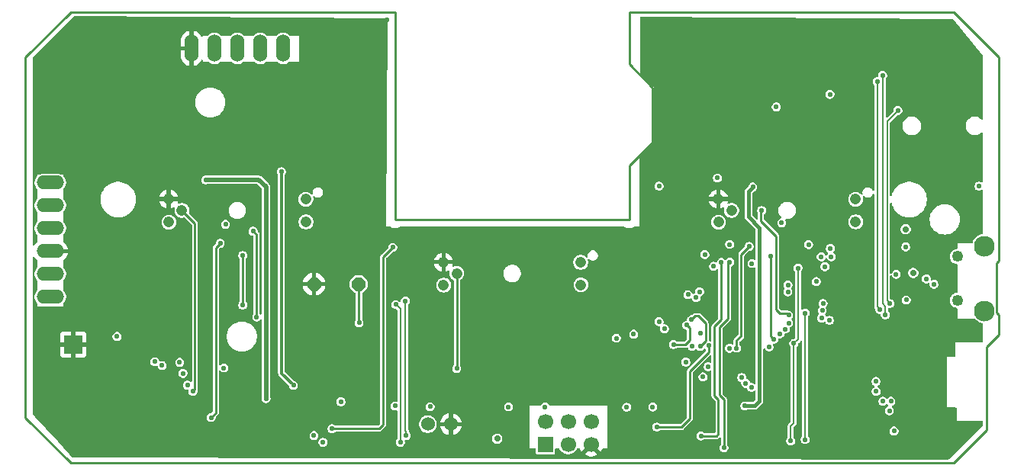
<source format=gbr>
%TF.GenerationSoftware,KiCad,Pcbnew,9.0.2*%
%TF.CreationDate,2025-07-03T15:48:41+01:00*%
%TF.ProjectId,FED3,46454433-2e6b-4696-9361-645f70636258,rev?*%
%TF.SameCoordinates,Original*%
%TF.FileFunction,Copper,L3,Inr*%
%TF.FilePolarity,Positive*%
%FSLAX46Y46*%
G04 Gerber Fmt 4.6, Leading zero omitted, Abs format (unit mm)*
G04 Created by KiCad (PCBNEW 9.0.2) date 2025-07-03 15:48:41*
%MOMM*%
%LPD*%
G01*
G04 APERTURE LIST*
G04 Aperture macros list*
%AMOutline5P*
0 Free polygon, 5 corners , with rotation*
0 The origin of the aperture is its center*
0 number of corners: always 5*
0 $1 to $10 corner X, Y*
0 $11 Rotation angle, in degrees counterclockwise*
0 create outline with 5 corners*
4,1,5,$1,$2,$3,$4,$5,$6,$7,$8,$9,$10,$1,$2,$11*%
%AMOutline6P*
0 Free polygon, 6 corners , with rotation*
0 The origin of the aperture is its center*
0 number of corners: always 6*
0 $1 to $12 corner X, Y*
0 $13 Rotation angle, in degrees counterclockwise*
0 create outline with 6 corners*
4,1,6,$1,$2,$3,$4,$5,$6,$7,$8,$9,$10,$11,$12,$1,$2,$13*%
%AMOutline7P*
0 Free polygon, 7 corners , with rotation*
0 The origin of the aperture is its center*
0 number of corners: always 7*
0 $1 to $14 corner X, Y*
0 $15 Rotation angle, in degrees counterclockwise*
0 create outline with 7 corners*
4,1,7,$1,$2,$3,$4,$5,$6,$7,$8,$9,$10,$11,$12,$13,$14,$1,$2,$15*%
%AMOutline8P*
0 Free polygon, 8 corners , with rotation*
0 The origin of the aperture is its center*
0 number of corners: always 8*
0 $1 to $16 corner X, Y*
0 $17 Rotation angle, in degrees counterclockwise*
0 create outline with 8 corners*
4,1,8,$1,$2,$3,$4,$5,$6,$7,$8,$9,$10,$11,$12,$13,$14,$15,$16,$1,$2,$17*%
G04 Aperture macros list end*
%TA.AperFunction,ComponentPad*%
%ADD10O,3.048000X1.524000*%
%TD*%
%TA.AperFunction,ComponentPad*%
%ADD11R,2.000000X2.000000*%
%TD*%
%TA.AperFunction,ComponentPad*%
%ADD12R,1.700000X1.700000*%
%TD*%
%TA.AperFunction,ComponentPad*%
%ADD13C,1.700000*%
%TD*%
%TA.AperFunction,ComponentPad*%
%ADD14O,1.524000X3.048000*%
%TD*%
%TA.AperFunction,ComponentPad*%
%ADD15C,1.208000*%
%TD*%
%TA.AperFunction,ComponentPad*%
%ADD16C,1.524000*%
%TD*%
%TA.AperFunction,ComponentPad*%
%ADD17Outline8P,-0.762000X0.315631X-0.315631X0.762000X0.315631X0.762000X0.762000X0.315631X0.762000X-0.315631X0.315631X-0.762000X-0.315631X-0.762000X-0.762000X-0.315631X180.000000*%
%TD*%
%TA.AperFunction,ComponentPad*%
%ADD18C,1.250000*%
%TD*%
%TA.AperFunction,ComponentPad*%
%ADD19C,2.300000*%
%TD*%
%TA.AperFunction,ViaPad*%
%ADD20C,0.550000*%
%TD*%
%TA.AperFunction,ViaPad*%
%ADD21C,0.600000*%
%TD*%
%TA.AperFunction,ViaPad*%
%ADD22C,0.700000*%
%TD*%
%TA.AperFunction,Conductor*%
%ADD23C,0.220000*%
%TD*%
%TA.AperFunction,Conductor*%
%ADD24C,0.500000*%
%TD*%
%TA.AperFunction,Conductor*%
%ADD25C,0.406400*%
%TD*%
%TA.AperFunction,Conductor*%
%ADD26C,0.300000*%
%TD*%
%TA.AperFunction,Conductor*%
%ADD27C,0.210000*%
%TD*%
%TA.AperFunction,Conductor*%
%ADD28C,0.254000*%
%TD*%
%TA.AperFunction,Conductor*%
%ADD29C,0.230000*%
%TD*%
%TA.AperFunction,Profile*%
%ADD30C,0.250000*%
%TD*%
G04 APERTURE END LIST*
D10*
%TO.N,/Controller Stage/D10*%
%TO.C,SCREEN0*%
X97251100Y-98903600D03*
%TO.N,/Controller Stage/D11*%
X97251100Y-101443600D03*
%TO.N,/Controller Stage/D12*%
X97251100Y-103983600D03*
%TO.N,GND*%
X97251100Y-106523600D03*
%TO.N,unconnected-(SCREEN0-Pin_5-Pad5)*%
X97251100Y-109063600D03*
%TO.N,+3V3*%
X97251100Y-111603600D03*
%TD*%
D11*
%TO.N,GND*%
%TO.C,TP5*%
X99800000Y-116900000D03*
%TD*%
D12*
%TO.N,/Controller Stage/SWCLK*%
%TO.C,J1*%
X152175000Y-128015000D03*
D13*
%TO.N,+3V3*%
X152175000Y-125475000D03*
%TO.N,/Controller Stage/SWDIO*%
X154715000Y-128015000D03*
%TO.N,unconnected-(J1-Pin_4-Pad4)*%
X154715000Y-125475000D03*
%TO.N,GND*%
X157255000Y-128015000D03*
%TO.N,/Controller Stage/~{RESET}*%
X157255000Y-125475000D03*
%TD*%
D14*
%TO.N,GND*%
%TO.C,MOTOR0*%
X112921100Y-84003600D03*
%TO.N,/ORANGE*%
X115461100Y-84003600D03*
%TO.N,/YELLOW*%
X118001100Y-84003600D03*
%TO.N,/PINK*%
X120541100Y-84003600D03*
%TO.N,/BLUE*%
X123081100Y-84003600D03*
%TD*%
D15*
%TO.N,+3V3*%
%TO.C,PI3*%
X125601100Y-100763600D03*
%TO.N,Net-(PI3-Pad2)*%
X125621100Y-103273600D03*
%TO.N,+3V3*%
X110401100Y-103303600D03*
%TO.N,D5*%
X111851100Y-102003600D03*
%TO.N,GND*%
X110381100Y-100733600D03*
%TD*%
%TO.N,+3V3*%
%TO.C,PI1*%
X186601100Y-100763600D03*
%TO.N,Net-(PI1-Pad2)*%
X186621100Y-103273600D03*
%TO.N,+3V3*%
X171401100Y-103303600D03*
%TO.N,D6*%
X172851100Y-102003600D03*
%TO.N,GND*%
X171381100Y-100733600D03*
%TD*%
%TO.N,+3V3*%
%TO.C,PI2*%
X156101100Y-107763600D03*
%TO.N,Net-(PI2-Pad2)*%
X156121100Y-110273600D03*
%TO.N,+3V3*%
X140901100Y-110303600D03*
%TO.N,TX*%
X142351100Y-109003600D03*
%TO.N,GND*%
X140881100Y-107733600D03*
%TD*%
D16*
%TO.N,GND*%
%TO.C,X5*%
X141694300Y-125736400D03*
%TO.N,VBat*%
X139154300Y-125736400D03*
%TD*%
D17*
%TO.N,RX*%
%TO.C,BZ1*%
X131459200Y-110180000D03*
%TO.N,GND*%
X126510000Y-110180000D03*
%TD*%
D18*
%TO.N,unconnected-(USB0-P$4-PadSHIELD_4)*%
%TO.C,USB0*%
X197900000Y-111975000D03*
%TO.N,unconnected-(USB0-P$1-PadSHIELD_3)*%
X197900000Y-107125000D03*
D19*
%TO.N,unconnected-(USB0-P$3-PadSHIELD_2)*%
X200900000Y-105950000D03*
%TO.N,unconnected-(USB0-P$2-PadSHIELD_1)*%
X200900000Y-113150000D03*
%TD*%
D20*
%TO.N,GND*%
X197034500Y-90526000D03*
X181700000Y-104150000D03*
X185100000Y-118550000D03*
X163750000Y-86250000D03*
X161000000Y-108922500D03*
X138025000Y-111225000D03*
X128150000Y-122200000D03*
X117300000Y-86600000D03*
X108825000Y-94375000D03*
X197410000Y-124400000D03*
X178500000Y-104700000D03*
X185700000Y-127350000D03*
X174625000Y-126850000D03*
X110525000Y-112900000D03*
X109000000Y-108700000D03*
X187300000Y-106300000D03*
X188975000Y-127500000D03*
X199075000Y-126750000D03*
X161850000Y-120805000D03*
X145300000Y-119500000D03*
X128083100Y-94833000D03*
X193750000Y-115300000D03*
X173350000Y-118700000D03*
X174925000Y-114575000D03*
X114300000Y-102000000D03*
D21*
X155050000Y-111000000D03*
D20*
X114550000Y-112050000D03*
X112075000Y-114975000D03*
X145100000Y-125800000D03*
X173150000Y-114500000D03*
X160300000Y-129050000D03*
X112225000Y-108875000D03*
X137400000Y-120600000D03*
X187900000Y-89425000D03*
X164500000Y-119500000D03*
D21*
X158600000Y-115000000D03*
D20*
X185250000Y-89350000D03*
X200050000Y-115400000D03*
X97025000Y-86825000D03*
X193600000Y-128500000D03*
X103725000Y-88225000D03*
X177875000Y-123125000D03*
X179951900Y-91029400D03*
X196700000Y-105900000D03*
X185950000Y-98200000D03*
X177050000Y-95825000D03*
X112675000Y-123250000D03*
X122000000Y-98750000D03*
X182275000Y-115400000D03*
X152700000Y-108700000D03*
X133283100Y-86415600D03*
X175735500Y-91029400D03*
X143050000Y-111400000D03*
X158550000Y-111650000D03*
X182300000Y-122900000D03*
X103725000Y-98300000D03*
X166700000Y-103700000D03*
X161125000Y-122900000D03*
X98815300Y-96778800D03*
X105475000Y-83975000D03*
X129175000Y-100975000D03*
X174000000Y-96000000D03*
X122225000Y-112425000D03*
X113800000Y-129000000D03*
X196340000Y-120170000D03*
X125041765Y-120429854D03*
X169360000Y-108997500D03*
X149650000Y-120850000D03*
X194350000Y-125375000D03*
X121600000Y-126000000D03*
X126600000Y-86600000D03*
X196100000Y-108650000D03*
X194100000Y-107000000D03*
X126250000Y-80900000D03*
X132500000Y-124650000D03*
X134600000Y-80800000D03*
X110775000Y-120000000D03*
X167100000Y-122350000D03*
X133750000Y-103050000D03*
X163400000Y-81300000D03*
X173200000Y-110700000D03*
X196750000Y-117700000D03*
X197799100Y-82351600D03*
X185800000Y-104650000D03*
X119750000Y-99750000D03*
X159210000Y-108947500D03*
X100263100Y-81589600D03*
X131025000Y-106900000D03*
X111800000Y-97900000D03*
X113325000Y-80800000D03*
X191000000Y-97200000D03*
X111900000Y-126000000D03*
X131000000Y-98000000D03*
X161950000Y-126100000D03*
X189400000Y-119550000D03*
X152025000Y-119475000D03*
X196530000Y-113360000D03*
X166300000Y-111650000D03*
X99550000Y-105450000D03*
X124300000Y-86400000D03*
X137395300Y-109245800D03*
X95713900Y-117221400D03*
X115200000Y-126350000D03*
X132500000Y-119600000D03*
X155075000Y-122900000D03*
X119400000Y-108400000D03*
X186800000Y-81300000D03*
X178925000Y-107200000D03*
X116700000Y-128100000D03*
X144700000Y-122250000D03*
X148550000Y-129125000D03*
X165785000Y-106972500D03*
X133050000Y-111550000D03*
X105400000Y-122800000D03*
X141875000Y-122500000D03*
X154925000Y-119475000D03*
X107600000Y-128800000D03*
X193800000Y-121050000D03*
X129400000Y-114700000D03*
X174150000Y-103275000D03*
X187150000Y-112350000D03*
X176250000Y-129200000D03*
X144761300Y-108509200D03*
X108000000Y-112300000D03*
X104600000Y-118900000D03*
X122100000Y-107900000D03*
X111693100Y-87050600D03*
X186700000Y-124450000D03*
X120800000Y-127237500D03*
X192660000Y-117600000D03*
X101725000Y-110225000D03*
X184627690Y-109543265D03*
X114400000Y-115200000D03*
X117900000Y-109900000D03*
X189950000Y-115200000D03*
X157550000Y-121500000D03*
X111693100Y-91495600D03*
X184969500Y-93142200D03*
X115050000Y-123100000D03*
X134650000Y-128355000D03*
X97977100Y-126547600D03*
X134000000Y-94500000D03*
X117000000Y-113800000D03*
X121300000Y-86600000D03*
X109050000Y-122525000D03*
X95691100Y-94289600D03*
X163500000Y-96500000D03*
X98253900Y-122047400D03*
X175251800Y-111062165D03*
X173000000Y-121250000D03*
X115950000Y-103100000D03*
X149875000Y-125650000D03*
X130716405Y-125548435D03*
X176903900Y-84171400D03*
X173691900Y-84455400D03*
X117050000Y-118700000D03*
X169400000Y-122100000D03*
X163350000Y-98650000D03*
X190900000Y-125400000D03*
X101475000Y-92175000D03*
%TO.N,+3V3*%
X174800000Y-106000000D03*
X183900000Y-107150000D03*
X183200000Y-108250000D03*
X116100000Y-105655000D03*
X177800000Y-90500000D03*
X183700000Y-114200000D03*
X181400000Y-105800000D03*
X192230000Y-111945000D03*
X104650000Y-116000000D03*
X128500000Y-126250000D03*
X168005000Y-111350000D03*
X182250000Y-109900000D03*
X173400000Y-117299813D03*
D22*
X192150000Y-104100000D03*
D20*
X190525000Y-123200000D03*
X115100000Y-125000000D03*
X182850000Y-113950000D03*
X172625000Y-105775000D03*
X135250000Y-106100000D03*
X189625000Y-123200000D03*
X182800000Y-107150000D03*
X183800000Y-106230000D03*
X192170000Y-106050000D03*
%TO.N,/IOs Interface/VCCNEO*%
X152159100Y-123816200D03*
X114500000Y-98620000D03*
X148095100Y-123816200D03*
X135500000Y-123716000D03*
X139400000Y-123800000D03*
X164100000Y-123841600D03*
X121193750Y-122906250D03*
X129500000Y-123250000D03*
X175200000Y-99400000D03*
X161200000Y-123850000D03*
X174300000Y-123716000D03*
%TO.N,/EN*%
X191100000Y-109100000D03*
%TO.N,Net-(LED1-DI)*%
X167775000Y-118850000D03*
%TO.N,Net-(LED8-DO)*%
X122900000Y-97700000D03*
X124228175Y-121428176D03*
%TO.N,Net-(LED10-DI)*%
X116700000Y-103550000D03*
X178400000Y-103378000D03*
%TO.N,/Controller Stage/SCL*%
X136650000Y-112050000D03*
X189300000Y-113000000D03*
X183000000Y-112350000D03*
X126500000Y-127000000D03*
X189000000Y-87700000D03*
X136750000Y-127000000D03*
%TO.N,Net-(CHG0-K)*%
X200300000Y-99300000D03*
X164800000Y-99300000D03*
%TO.N,/Controller Stage/SDA*%
X127500000Y-127750000D03*
X182898234Y-113113248D03*
X136101000Y-127750000D03*
X135600000Y-112450000D03*
X189900000Y-113600000D03*
X189600000Y-87000000D03*
%TO.N,/Controller Stage/~{RESET}*%
X179750000Y-116775000D03*
X180225000Y-108400000D03*
X179400000Y-127600000D03*
X175100000Y-107900000D03*
D22*
%TO.N,VUSB*%
X193000000Y-108950000D03*
D20*
%TO.N,RX*%
X172615854Y-117309459D03*
X164800000Y-114350000D03*
X131505030Y-114475628D03*
%TO.N,A0*%
X191300000Y-90900000D03*
X190403067Y-112333007D03*
X169300000Y-111025000D03*
%TO.N,TX*%
X142350000Y-119550000D03*
X170250000Y-119350000D03*
%TO.N,D6*%
X176172000Y-102003600D03*
X179178408Y-113644953D03*
%TO.N,D5*%
X113075000Y-122100000D03*
X177000000Y-117147512D03*
%TO.N,D13*%
X178205779Y-115700000D03*
X116500000Y-119495000D03*
X111600000Y-118875000D03*
X160060000Y-116200000D03*
%TO.N,/Controller Stage/D10*%
X120150000Y-113830000D03*
X178809985Y-115174790D03*
X119750000Y-104300000D03*
%TO.N,/Controller Stage/AREF*%
X168900000Y-111687500D03*
X169885000Y-106897500D03*
%TO.N,D8*%
X169365000Y-115645000D03*
X161977136Y-115748717D03*
%TO.N,/Controller Stage/D11*%
X177550000Y-116300000D03*
X177150000Y-107100000D03*
%TO.N,/Controller Stage/SWCLK*%
X172650000Y-107750000D03*
X172000000Y-128350000D03*
%TO.N,/Controller Stage/SWDIO*%
X169450000Y-127050000D03*
X171712500Y-107787500D03*
%TO.N,/Controller Stage/D12*%
X118600000Y-112500000D03*
X179174262Y-114496407D03*
X118600000Y-107000000D03*
%TO.N,/Controller Stage/SD_CS*%
X169665300Y-120484700D03*
X188865168Y-121000000D03*
%TO.N,/Controller Stage/D7*%
X181000000Y-113400000D03*
X181000000Y-127450000D03*
%TO.N,D+*%
X194450000Y-109600000D03*
X179100448Y-110287271D03*
%TO.N,D-*%
X195300000Y-110200000D03*
X179091310Y-111057219D03*
%TO.N,/Controller Stage/SCK*%
X190350000Y-124250000D03*
X174400000Y-121200000D03*
%TO.N,/Controller Stage/MISO*%
X175050000Y-121650000D03*
X190875000Y-126500000D03*
%TO.N,A2*%
X168399824Y-114134000D03*
X169356276Y-117097000D03*
X112475000Y-121400000D03*
%TO.N,A5*%
X165405000Y-115143717D03*
X108850000Y-118800000D03*
X170850000Y-108200000D03*
%TO.N,A4*%
X168461636Y-117097000D03*
X109650000Y-119225000D03*
%TO.N,A3*%
X166400000Y-116900000D03*
X167855300Y-114739000D03*
X111975000Y-120100000D03*
%TO.N,D9*%
X170300000Y-117000000D03*
X164550000Y-126050000D03*
%TO.N,Net-(IC4-VBAT)*%
X183759600Y-89109600D03*
X171259900Y-98406000D03*
D22*
%TO.N,VBat*%
X146850000Y-127350000D03*
D20*
%TO.N,/Controller Stage/MOSI*%
X188875000Y-122100000D03*
X173972880Y-120559319D03*
%TD*%
D23*
%TO.N,+3V3*%
X115656000Y-124444000D02*
X115656000Y-122848986D01*
X134200000Y-125800000D02*
X134200000Y-107150000D01*
X134200000Y-107150000D02*
X135250000Y-106100000D01*
X173920000Y-115925000D02*
X173920000Y-106880000D01*
X133750000Y-126250000D02*
X134200000Y-125800000D01*
X115600000Y-106155000D02*
X116100000Y-105655000D01*
X115100000Y-125000000D02*
X115656000Y-124444000D01*
X173400000Y-117299813D02*
X173400000Y-116445000D01*
X173400000Y-116445000D02*
X173920000Y-115925000D01*
X128500000Y-126250000D02*
X133750000Y-126250000D01*
X135200000Y-106100000D02*
X135350000Y-106100000D01*
X173920000Y-106880000D02*
X174800000Y-106000000D01*
X115656000Y-122848986D02*
X115600000Y-122792986D01*
X115600000Y-122792986D02*
X115600000Y-106155000D01*
D24*
%TO.N,/IOs Interface/VCCNEO*%
X121193750Y-119806250D02*
X121200000Y-119800000D01*
D25*
X175950000Y-103950000D02*
X174700000Y-102700000D01*
X175409000Y-123716000D02*
X175950000Y-123175000D01*
D24*
X114520000Y-98600000D02*
X114500000Y-98620000D01*
D25*
X175950000Y-123175000D02*
X175950000Y-103950000D01*
X174700000Y-102700000D02*
X174700000Y-99900000D01*
D24*
X121193750Y-122906250D02*
X121193750Y-119806250D01*
D25*
X174700000Y-99900000D02*
X175200000Y-99400000D01*
D24*
X121200000Y-99400000D02*
X120400000Y-98600000D01*
X120400000Y-98600000D02*
X114520000Y-98600000D01*
D25*
X174300000Y-123716000D02*
X175409000Y-123716000D01*
D24*
X121200000Y-119800000D02*
X121200000Y-99400000D01*
D26*
%TO.N,Net-(LED8-DO)*%
X122900000Y-120100000D02*
X122900000Y-97700000D01*
X124228175Y-121428176D02*
X122900000Y-120100000D01*
D27*
%TO.N,/Controller Stage/SCL*%
X136750000Y-127000000D02*
X136750000Y-126549000D01*
X136750000Y-126549000D02*
X136650000Y-126449000D01*
X189000000Y-87700000D02*
X189000000Y-112700000D01*
X189000000Y-112700000D02*
X189300000Y-113000000D01*
X136650000Y-126449000D02*
X136650000Y-112050000D01*
%TO.N,/Controller Stage/SDA*%
X189600000Y-87000000D02*
X189600000Y-112360000D01*
X136101000Y-127750000D02*
X136101000Y-112951000D01*
X189900000Y-112660000D02*
X189900000Y-113600000D01*
X189600000Y-112360000D02*
X189900000Y-112660000D01*
X136101000Y-112951000D02*
X135600000Y-112450000D01*
%TO.N,/Controller Stage/~{RESET}*%
X179750000Y-125600000D02*
X179750000Y-116775000D01*
X180250000Y-108425000D02*
X180250000Y-116275000D01*
X179400000Y-125950000D02*
X179750000Y-125600000D01*
X180250000Y-116275000D02*
X179750000Y-116775000D01*
X180225000Y-108400000D02*
X180250000Y-108425000D01*
X179400000Y-127600000D02*
X179400000Y-125950000D01*
D28*
%TO.N,RX*%
X131500000Y-114470598D02*
X131500000Y-110173700D01*
D27*
%TO.N,A0*%
X190403067Y-112333007D02*
X190403067Y-112303067D01*
X190100000Y-112000000D02*
X190100000Y-92100000D01*
X190403067Y-112303067D02*
X190100000Y-112000000D01*
X190100000Y-92100000D02*
X191300000Y-90900000D01*
D23*
%TO.N,TX*%
X142351100Y-119548900D02*
X142351100Y-109003600D01*
X142350000Y-119550000D02*
X142351100Y-119548900D01*
%TO.N,D6*%
X177800000Y-104850000D02*
X177800000Y-113000000D01*
X176172000Y-102003600D02*
X176100000Y-102075600D01*
X178933455Y-113400000D02*
X179178408Y-113644953D01*
X176100000Y-103150000D02*
X177800000Y-104850000D01*
X178200000Y-113400000D02*
X178933455Y-113400000D01*
X176100000Y-102075600D02*
X176100000Y-103150000D01*
X177800000Y-113000000D02*
X178200000Y-113400000D01*
%TO.N,D5*%
X113300000Y-121875000D02*
X113300000Y-103452500D01*
X113075000Y-122100000D02*
X113300000Y-121875000D01*
D29*
X111851100Y-102003600D02*
X113300000Y-103452500D01*
D23*
%TO.N,/Controller Stage/D10*%
X120150000Y-104700000D02*
X120150000Y-113830000D01*
X119750000Y-104300000D02*
X120150000Y-104700000D01*
%TO.N,/Controller Stage/D11*%
X177200000Y-107150000D02*
X177150000Y-107100000D01*
X177550000Y-116300000D02*
X177200000Y-115950000D01*
X177200000Y-115950000D02*
X177200000Y-107150000D01*
%TO.N,/Controller Stage/SWCLK*%
X172450000Y-114022254D02*
X172450000Y-107950000D01*
X171500000Y-122497146D02*
X171500000Y-114972254D01*
X171500000Y-114972254D02*
X172450000Y-114022254D01*
X172000000Y-128350000D02*
X172000000Y-122997146D01*
X172450000Y-107950000D02*
X172650000Y-107750000D01*
X172000000Y-122997146D02*
X171500000Y-122497146D01*
%TO.N,/Controller Stage/SWDIO*%
X170950000Y-114900000D02*
X171712500Y-114137500D01*
X171380000Y-122999400D02*
X170950000Y-122569400D01*
X170950000Y-122569400D02*
X170950000Y-114900000D01*
X171380000Y-126845000D02*
X171380000Y-122999400D01*
X169450000Y-127050000D02*
X171175000Y-127050000D01*
X171175000Y-127050000D02*
X171380000Y-126845000D01*
X171712500Y-114137500D02*
X171712500Y-107787500D01*
%TO.N,/Controller Stage/D12*%
X118600000Y-112500000D02*
X118600000Y-107000000D01*
D27*
%TO.N,/Controller Stage/D7*%
X181000000Y-113400000D02*
X181000000Y-127450000D01*
D23*
%TO.N,A2*%
X169694000Y-116748986D02*
X169694000Y-116759276D01*
X169970000Y-114545000D02*
X169970000Y-116472986D01*
X169970000Y-116472986D02*
X169694000Y-116748986D01*
X169156615Y-113731615D02*
X169970000Y-114545000D01*
X168802209Y-113731615D02*
X169156615Y-113731615D01*
X168399824Y-114134000D02*
X168802209Y-113731615D01*
X169694000Y-116759276D02*
X169356276Y-117097000D01*
%TO.N,A3*%
X168200000Y-115083700D02*
X168200000Y-116425000D01*
X167855300Y-114739000D02*
X168200000Y-115083700D01*
X167725000Y-116900000D02*
X166400000Y-116900000D01*
X168200000Y-116425000D02*
X167725000Y-116900000D01*
%TO.N,D9*%
X170300000Y-117000000D02*
X170300000Y-117782500D01*
X168225000Y-125125000D02*
X167300000Y-126050000D01*
X167300000Y-126050000D02*
X164550000Y-126050000D01*
X168225000Y-119857500D02*
X168225000Y-125125000D01*
X170300000Y-117782500D02*
X168225000Y-119857500D01*
%TD*%
%TA.AperFunction,Conductor*%
%TO.N,GND*%
G36*
X134578699Y-80692823D02*
G01*
X134637680Y-80712492D01*
X134673836Y-80763073D01*
X134678519Y-80794201D01*
X134499999Y-103799999D01*
X134500000Y-103800000D01*
X134916272Y-103800369D01*
X134972067Y-103817322D01*
X134983558Y-103825000D01*
X135041389Y-103863642D01*
X135041393Y-103863644D01*
X135041396Y-103863646D01*
X135080391Y-103879798D01*
X135218013Y-103936803D01*
X135218014Y-103936803D01*
X135218016Y-103936804D01*
X135405514Y-103974100D01*
X135405515Y-103974100D01*
X135596685Y-103974100D01*
X135596686Y-103974100D01*
X135784184Y-103936804D01*
X135960804Y-103863646D01*
X136028579Y-103818360D01*
X136084556Y-103801407D01*
X160950874Y-103823491D01*
X161006671Y-103840443D01*
X161041396Y-103863646D01*
X161041397Y-103863646D01*
X161041398Y-103863647D01*
X161218013Y-103936803D01*
X161218014Y-103936803D01*
X161218016Y-103936804D01*
X161405514Y-103974100D01*
X161405515Y-103974100D01*
X161596685Y-103974100D01*
X161596686Y-103974100D01*
X161784184Y-103936804D01*
X161960804Y-103863646D01*
X161994065Y-103841422D01*
X162050044Y-103824467D01*
X162650000Y-103825000D01*
X162650591Y-103222394D01*
X170576600Y-103222394D01*
X170576600Y-103384805D01*
X170608284Y-103544096D01*
X170670436Y-103694143D01*
X170670437Y-103694146D01*
X170670438Y-103694147D01*
X170760669Y-103829188D01*
X170875512Y-103944031D01*
X171010553Y-104034262D01*
X171160602Y-104096415D01*
X171319894Y-104128100D01*
X171319895Y-104128100D01*
X171482305Y-104128100D01*
X171482306Y-104128100D01*
X171641598Y-104096415D01*
X171791647Y-104034262D01*
X171926688Y-103944031D01*
X172041531Y-103829188D01*
X172131762Y-103694147D01*
X172193915Y-103544098D01*
X172225600Y-103384806D01*
X172225600Y-103222394D01*
X172193915Y-103063102D01*
X172131762Y-102913053D01*
X172041531Y-102778012D01*
X171926688Y-102663169D01*
X171791647Y-102572938D01*
X171791648Y-102572938D01*
X171791646Y-102572937D01*
X171791643Y-102572936D01*
X171703750Y-102536529D01*
X171641598Y-102510785D01*
X171641596Y-102510784D01*
X171641597Y-102510784D01*
X171501048Y-102482828D01*
X171482306Y-102479100D01*
X171319894Y-102479100D01*
X171301152Y-102482828D01*
X171160603Y-102510784D01*
X171010556Y-102572936D01*
X171010553Y-102572937D01*
X170875508Y-102663172D01*
X170760672Y-102778008D01*
X170670437Y-102913053D01*
X170670436Y-102913056D01*
X170608284Y-103063103D01*
X170576600Y-103222394D01*
X162650591Y-103222394D01*
X162653258Y-100505399D01*
X170345317Y-100505399D01*
X170345318Y-100505400D01*
X171114325Y-100505400D01*
X171101030Y-100518695D01*
X171054952Y-100598505D01*
X171031100Y-100687522D01*
X171031100Y-100779678D01*
X171054952Y-100868695D01*
X171101030Y-100948505D01*
X171114325Y-100961800D01*
X170345317Y-100961800D01*
X170361450Y-101042909D01*
X170441384Y-101235883D01*
X170441388Y-101235892D01*
X170557434Y-101409566D01*
X170557434Y-101409567D01*
X170705132Y-101557265D01*
X170878807Y-101673311D01*
X170878816Y-101673315D01*
X171071790Y-101753249D01*
X171152900Y-101769382D01*
X171152900Y-101000375D01*
X171166195Y-101013670D01*
X171246005Y-101059748D01*
X171335022Y-101083600D01*
X171427178Y-101083600D01*
X171516195Y-101059748D01*
X171596005Y-101013670D01*
X171609300Y-101000375D01*
X171609300Y-101769381D01*
X171690409Y-101753249D01*
X171690410Y-101753249D01*
X171883383Y-101673315D01*
X171883389Y-101673313D01*
X171903750Y-101659708D01*
X171963590Y-101642830D01*
X172021921Y-101664349D01*
X172056464Y-101716044D01*
X172058309Y-101762979D01*
X172031094Y-101899800D01*
X172026600Y-101922394D01*
X172026600Y-102084806D01*
X172032944Y-102116700D01*
X172058284Y-102244096D01*
X172120436Y-102394143D01*
X172120437Y-102394146D01*
X172120438Y-102394147D01*
X172210669Y-102529188D01*
X172325512Y-102644031D01*
X172460553Y-102734262D01*
X172610602Y-102796415D01*
X172769894Y-102828100D01*
X172769895Y-102828100D01*
X172932305Y-102828100D01*
X172932306Y-102828100D01*
X173091598Y-102796415D01*
X173241647Y-102734262D01*
X173376688Y-102644031D01*
X173491531Y-102529188D01*
X173581762Y-102394147D01*
X173643915Y-102244098D01*
X173675600Y-102084806D01*
X173675600Y-101922394D01*
X173643915Y-101763102D01*
X173581762Y-101613053D01*
X173491531Y-101478012D01*
X173376688Y-101363169D01*
X173275407Y-101295495D01*
X173241646Y-101272937D01*
X173241643Y-101272936D01*
X173137815Y-101229929D01*
X173091598Y-101210785D01*
X173091596Y-101210784D01*
X173091597Y-101210784D01*
X172963990Y-101185402D01*
X172932306Y-101179100D01*
X172769894Y-101179100D01*
X172747315Y-101183591D01*
X172610606Y-101210783D01*
X172497730Y-101257538D01*
X172435748Y-101262415D01*
X172382736Y-101229929D01*
X172358943Y-101172487D01*
X172366291Y-101126096D01*
X172400749Y-101042907D01*
X172416883Y-100961800D01*
X171647875Y-100961800D01*
X171661170Y-100948505D01*
X171707248Y-100868695D01*
X171731100Y-100779678D01*
X171731100Y-100687522D01*
X171707248Y-100598505D01*
X171661170Y-100518695D01*
X171647875Y-100505400D01*
X172416882Y-100505400D01*
X172416882Y-100505399D01*
X172400749Y-100424290D01*
X172320815Y-100231316D01*
X172320811Y-100231307D01*
X172204765Y-100057633D01*
X172204765Y-100057632D01*
X172057067Y-99909934D01*
X171883392Y-99793888D01*
X171883383Y-99793884D01*
X171690409Y-99713950D01*
X171609300Y-99697817D01*
X171609300Y-100466825D01*
X171596005Y-100453530D01*
X171516195Y-100407452D01*
X171427178Y-100383600D01*
X171335022Y-100383600D01*
X171246005Y-100407452D01*
X171166195Y-100453530D01*
X171152900Y-100466825D01*
X171152900Y-99697817D01*
X171152899Y-99697817D01*
X171071790Y-99713950D01*
X170878816Y-99793884D01*
X170878807Y-99793888D01*
X170705133Y-99909934D01*
X170705132Y-99909934D01*
X170557434Y-100057632D01*
X170557434Y-100057633D01*
X170441388Y-100231307D01*
X170441384Y-100231316D01*
X170361450Y-100424290D01*
X170345317Y-100505399D01*
X162653258Y-100505399D01*
X162654505Y-99234760D01*
X164304500Y-99234760D01*
X164304500Y-99365239D01*
X164338265Y-99491252D01*
X164338265Y-99491253D01*
X164338267Y-99491256D01*
X164403501Y-99604244D01*
X164495756Y-99696499D01*
X164608741Y-99761731D01*
X164608746Y-99761734D01*
X164734760Y-99795499D01*
X164734764Y-99795499D01*
X164734766Y-99795500D01*
X164734768Y-99795500D01*
X164865232Y-99795500D01*
X164865234Y-99795500D01*
X164865236Y-99795499D01*
X164865239Y-99795499D01*
X164991252Y-99761734D01*
X164991253Y-99761734D01*
X164991253Y-99761733D01*
X164991256Y-99761733D01*
X165104244Y-99696499D01*
X165196499Y-99604244D01*
X165261733Y-99491256D01*
X165294494Y-99368988D01*
X165295499Y-99365239D01*
X165295500Y-99365232D01*
X165295500Y-99234767D01*
X165295499Y-99234760D01*
X165261734Y-99108747D01*
X165261734Y-99108746D01*
X165254234Y-99095756D01*
X165196499Y-98995756D01*
X165104244Y-98903501D01*
X164991256Y-98838267D01*
X164991253Y-98838265D01*
X164865239Y-98804500D01*
X164865234Y-98804500D01*
X164734766Y-98804500D01*
X164734760Y-98804500D01*
X164608747Y-98838265D01*
X164608746Y-98838265D01*
X164495753Y-98903503D01*
X164403503Y-98995753D01*
X164403501Y-98995755D01*
X164403501Y-98995756D01*
X164399028Y-99003503D01*
X164338265Y-99108746D01*
X164338265Y-99108747D01*
X164304500Y-99234760D01*
X162654505Y-99234760D01*
X162655382Y-98340760D01*
X170764400Y-98340760D01*
X170764400Y-98471239D01*
X170798165Y-98597252D01*
X170798165Y-98597253D01*
X170798167Y-98597256D01*
X170863401Y-98710244D01*
X170955656Y-98802499D01*
X171068644Y-98867733D01*
X171068646Y-98867734D01*
X171194660Y-98901499D01*
X171194664Y-98901499D01*
X171194666Y-98901500D01*
X171194668Y-98901500D01*
X171325132Y-98901500D01*
X171325134Y-98901500D01*
X171325136Y-98901499D01*
X171325139Y-98901499D01*
X171451152Y-98867734D01*
X171451153Y-98867734D01*
X171451153Y-98867733D01*
X171451156Y-98867733D01*
X171564144Y-98802499D01*
X171656399Y-98710244D01*
X171721633Y-98597256D01*
X171755400Y-98471234D01*
X171755400Y-98340766D01*
X171755399Y-98340764D01*
X171755399Y-98340760D01*
X171721634Y-98214747D01*
X171721634Y-98214746D01*
X171713718Y-98201035D01*
X171656399Y-98101756D01*
X171564144Y-98009501D01*
X171478348Y-97959966D01*
X171451153Y-97944265D01*
X171325139Y-97910500D01*
X171325134Y-97910500D01*
X171194666Y-97910500D01*
X171194660Y-97910500D01*
X171068647Y-97944265D01*
X171068646Y-97944265D01*
X170985376Y-97992342D01*
X170964755Y-98004248D01*
X170955653Y-98009503D01*
X170863403Y-98101753D01*
X170798165Y-98214746D01*
X170798165Y-98214747D01*
X170764400Y-98340760D01*
X162655382Y-98340760D01*
X162657576Y-96104836D01*
X162676847Y-96045727D01*
X162687814Y-96033039D01*
X164181565Y-94571512D01*
X164182351Y-94571187D01*
X164202889Y-94550648D01*
X164223750Y-94530238D01*
X164223750Y-94530237D01*
X164223774Y-94530214D01*
X164223883Y-94530052D01*
X164224460Y-94529198D01*
X164224671Y-94528888D01*
X164224685Y-94528852D01*
X164224687Y-94528851D01*
X164235832Y-94501943D01*
X164247264Y-94475175D01*
X164247272Y-94474335D01*
X164247600Y-94473546D01*
X164247600Y-94444322D01*
X164247916Y-94415307D01*
X164247600Y-94414519D01*
X164247600Y-90434760D01*
X177304500Y-90434760D01*
X177304500Y-90565239D01*
X177338265Y-90691252D01*
X177338265Y-90691253D01*
X177338267Y-90691256D01*
X177403501Y-90804244D01*
X177495756Y-90896499D01*
X177608744Y-90961733D01*
X177608746Y-90961734D01*
X177734760Y-90995499D01*
X177734764Y-90995499D01*
X177734766Y-90995500D01*
X177734768Y-90995500D01*
X177865232Y-90995500D01*
X177865234Y-90995500D01*
X177865236Y-90995499D01*
X177865239Y-90995499D01*
X177991252Y-90961734D01*
X177991253Y-90961734D01*
X177991253Y-90961733D01*
X177991256Y-90961733D01*
X178104244Y-90896499D01*
X178196499Y-90804244D01*
X178261733Y-90691256D01*
X178295500Y-90565234D01*
X178295500Y-90434766D01*
X178295499Y-90434764D01*
X178295499Y-90434760D01*
X178261734Y-90308747D01*
X178261734Y-90308746D01*
X178261733Y-90308744D01*
X178196499Y-90195756D01*
X178104244Y-90103501D01*
X177991256Y-90038267D01*
X177991253Y-90038265D01*
X177865239Y-90004500D01*
X177865234Y-90004500D01*
X177734766Y-90004500D01*
X177734760Y-90004500D01*
X177608747Y-90038265D01*
X177608746Y-90038265D01*
X177495753Y-90103503D01*
X177403503Y-90195753D01*
X177338265Y-90308746D01*
X177338265Y-90308747D01*
X177304500Y-90434760D01*
X164247600Y-90434760D01*
X164247600Y-89044360D01*
X183264100Y-89044360D01*
X183264100Y-89174839D01*
X183297865Y-89300852D01*
X183297865Y-89300853D01*
X183297867Y-89300856D01*
X183363101Y-89413844D01*
X183455356Y-89506099D01*
X183568344Y-89571333D01*
X183568346Y-89571334D01*
X183694360Y-89605099D01*
X183694364Y-89605099D01*
X183694366Y-89605100D01*
X183694368Y-89605100D01*
X183824832Y-89605100D01*
X183824834Y-89605100D01*
X183824836Y-89605099D01*
X183824839Y-89605099D01*
X183950852Y-89571334D01*
X183950853Y-89571334D01*
X183950853Y-89571333D01*
X183950856Y-89571333D01*
X184063844Y-89506099D01*
X184156099Y-89413844D01*
X184221333Y-89300856D01*
X184255100Y-89174834D01*
X184255100Y-89044366D01*
X184255099Y-89044364D01*
X184255099Y-89044360D01*
X184221334Y-88918347D01*
X184221334Y-88918346D01*
X184210629Y-88899804D01*
X184156099Y-88805356D01*
X184063844Y-88713101D01*
X183950856Y-88647867D01*
X183950853Y-88647865D01*
X183824839Y-88614100D01*
X183824834Y-88614100D01*
X183694366Y-88614100D01*
X183694360Y-88614100D01*
X183568347Y-88647865D01*
X183568346Y-88647865D01*
X183455353Y-88713103D01*
X183363103Y-88805353D01*
X183297865Y-88918346D01*
X183297865Y-88918347D01*
X183264100Y-89044360D01*
X164247600Y-89044360D01*
X164247600Y-88317664D01*
X164224687Y-88262349D01*
X164224687Y-88262348D01*
X162696307Y-86733967D01*
X162668082Y-86678571D01*
X162666844Y-86662757D01*
X162668465Y-85012632D01*
X162672800Y-80594824D01*
X162692071Y-80535715D01*
X162742407Y-80499219D01*
X162774121Y-80494329D01*
X197313174Y-80743260D01*
X197372164Y-80762898D01*
X197390169Y-80779984D01*
X200681460Y-84784841D01*
X200704160Y-84842723D01*
X200704339Y-84848602D01*
X200712062Y-91796375D01*
X200692915Y-91855528D01*
X200642655Y-91892129D01*
X200580481Y-91892198D01*
X200540327Y-91867622D01*
X200494829Y-91822124D01*
X200411825Y-91766663D01*
X200327688Y-91710444D01*
X200327685Y-91710442D01*
X200327684Y-91710442D01*
X200141971Y-91633517D01*
X200010530Y-91607372D01*
X199944811Y-91594300D01*
X199743789Y-91594300D01*
X199694499Y-91604104D01*
X199546628Y-91633517D01*
X199360915Y-91710442D01*
X199193770Y-91822124D01*
X199193769Y-91822126D01*
X199051626Y-91964269D01*
X199051624Y-91964270D01*
X198939942Y-92131415D01*
X198863017Y-92317128D01*
X198823800Y-92514289D01*
X198823800Y-92715310D01*
X198863017Y-92912471D01*
X198939942Y-93098184D01*
X198939944Y-93098188D01*
X198996163Y-93182325D01*
X199051624Y-93265329D01*
X199051626Y-93265331D01*
X199193769Y-93407474D01*
X199360912Y-93519156D01*
X199453771Y-93557619D01*
X199546628Y-93596082D01*
X199546629Y-93596082D01*
X199546631Y-93596083D01*
X199743789Y-93635300D01*
X199743790Y-93635300D01*
X199944810Y-93635300D01*
X199944811Y-93635300D01*
X200141969Y-93596083D01*
X200327688Y-93519156D01*
X200494831Y-93407474D01*
X200542145Y-93360159D01*
X200597541Y-93331934D01*
X200658950Y-93341659D01*
X200702914Y-93385623D01*
X200713879Y-93431183D01*
X200719843Y-98795886D01*
X200700696Y-98855039D01*
X200650436Y-98891640D01*
X200588262Y-98891709D01*
X200568947Y-98883122D01*
X200491256Y-98838267D01*
X200491253Y-98838265D01*
X200365239Y-98804500D01*
X200365234Y-98804500D01*
X200234766Y-98804500D01*
X200234760Y-98804500D01*
X200108747Y-98838265D01*
X200108746Y-98838265D01*
X199995753Y-98903503D01*
X199903503Y-98995753D01*
X199903501Y-98995755D01*
X199903501Y-98995756D01*
X199899028Y-99003503D01*
X199838265Y-99108746D01*
X199838265Y-99108747D01*
X199804500Y-99234760D01*
X199804500Y-99365239D01*
X199838265Y-99491252D01*
X199838265Y-99491253D01*
X199838267Y-99491256D01*
X199903501Y-99604244D01*
X199995756Y-99696499D01*
X200108741Y-99761731D01*
X200108746Y-99761734D01*
X200234760Y-99795499D01*
X200234764Y-99795499D01*
X200234766Y-99795500D01*
X200234768Y-99795500D01*
X200365232Y-99795500D01*
X200365234Y-99795500D01*
X200365236Y-99795499D01*
X200365239Y-99795499D01*
X200491252Y-99761734D01*
X200491251Y-99761734D01*
X200491256Y-99761733D01*
X200570062Y-99716233D01*
X200630876Y-99703306D01*
X200687675Y-99728594D01*
X200718763Y-99782438D01*
X200720962Y-99803243D01*
X200726188Y-104503913D01*
X200707041Y-104563066D01*
X200656781Y-104599667D01*
X200641325Y-104603386D01*
X200579080Y-104613244D01*
X200579064Y-104613248D01*
X200373912Y-104679907D01*
X200373909Y-104679908D01*
X200181713Y-104777835D01*
X200181698Y-104777845D01*
X200007180Y-104904639D01*
X199854639Y-105057180D01*
X199727845Y-105231698D01*
X199727835Y-105231713D01*
X199629908Y-105423909D01*
X199629907Y-105423911D01*
X199587156Y-105555487D01*
X199550611Y-105605787D01*
X199491480Y-105625000D01*
X197925000Y-105625000D01*
X197925000Y-106178900D01*
X197905787Y-106238031D01*
X197855487Y-106274576D01*
X197824400Y-106279500D01*
X197816726Y-106279500D01*
X197784235Y-106285962D01*
X197653378Y-106311991D01*
X197499509Y-106375726D01*
X197499501Y-106375730D01*
X197388495Y-106449902D01*
X197361025Y-106468257D01*
X197361024Y-106468258D01*
X197361023Y-106468258D01*
X197243258Y-106586023D01*
X197243258Y-106586024D01*
X197243257Y-106586025D01*
X197236927Y-106595499D01*
X197150730Y-106724501D01*
X197150726Y-106724509D01*
X197086991Y-106878378D01*
X197058338Y-107022432D01*
X197054500Y-107041726D01*
X197054500Y-107208274D01*
X197057589Y-107223802D01*
X197086991Y-107371621D01*
X197150726Y-107525490D01*
X197150730Y-107525498D01*
X197175062Y-107561913D01*
X197243257Y-107663975D01*
X197361025Y-107781743D01*
X197452512Y-107842872D01*
X197499501Y-107874269D01*
X197499503Y-107874270D01*
X197499506Y-107874272D01*
X197653377Y-107938008D01*
X197816726Y-107970500D01*
X197824400Y-107970500D01*
X197883531Y-107989713D01*
X197920076Y-108040013D01*
X197925000Y-108071100D01*
X197925000Y-111028900D01*
X197905787Y-111088031D01*
X197855487Y-111124576D01*
X197824400Y-111129500D01*
X197816726Y-111129500D01*
X197784235Y-111135962D01*
X197653378Y-111161991D01*
X197499509Y-111225726D01*
X197499501Y-111225730D01*
X197388495Y-111299902D01*
X197361025Y-111318257D01*
X197361024Y-111318258D01*
X197361023Y-111318258D01*
X197243258Y-111436023D01*
X197243258Y-111436024D01*
X197243257Y-111436025D01*
X197231437Y-111453715D01*
X197150730Y-111574501D01*
X197150726Y-111574509D01*
X197086991Y-111728378D01*
X197054500Y-111891726D01*
X197054500Y-112058273D01*
X197086991Y-112221621D01*
X197150726Y-112375490D01*
X197150730Y-112375498D01*
X197172302Y-112407782D01*
X197243257Y-112513975D01*
X197361025Y-112631743D01*
X197448796Y-112690389D01*
X197499501Y-112724269D01*
X197499503Y-112724270D01*
X197499506Y-112724272D01*
X197653377Y-112788008D01*
X197816726Y-112820500D01*
X197824400Y-112820500D01*
X197883531Y-112839713D01*
X197920076Y-112890013D01*
X197925000Y-112921100D01*
X197925000Y-113975000D01*
X197950000Y-114000000D01*
X199772271Y-114000000D01*
X199831402Y-114019213D01*
X199852036Y-114039846D01*
X199852073Y-114039815D01*
X199852471Y-114040281D01*
X199853656Y-114041466D01*
X199854639Y-114042819D01*
X200007180Y-114195360D01*
X200012512Y-114199234D01*
X200181701Y-114322157D01*
X200181707Y-114322160D01*
X200181713Y-114322164D01*
X200364386Y-114415239D01*
X200373911Y-114420092D01*
X200490012Y-114457815D01*
X200579064Y-114486751D01*
X200579067Y-114486751D01*
X200579074Y-114486754D01*
X200579079Y-114486754D01*
X200579080Y-114486755D01*
X200652545Y-114498391D01*
X200707943Y-114526617D01*
X200736169Y-114582015D01*
X200737408Y-114597640D01*
X200739103Y-116121614D01*
X200739626Y-116592803D01*
X200739628Y-116594062D01*
X200720481Y-116653215D01*
X200670221Y-116689816D01*
X200639028Y-116694774D01*
X197672463Y-116694774D01*
X197672463Y-118142579D01*
X197653250Y-118201710D01*
X197602950Y-118238255D01*
X197571643Y-118243179D01*
X196750000Y-118241385D01*
X196750000Y-123878177D01*
X197710217Y-123878177D01*
X197769348Y-123897390D01*
X197805893Y-123947690D01*
X197810817Y-123978777D01*
X197810817Y-125394423D01*
X200648922Y-125394423D01*
X200708053Y-125413636D01*
X200744598Y-125463936D01*
X200749522Y-125494911D01*
X200749953Y-125882870D01*
X200730806Y-125942023D01*
X200720012Y-125954590D01*
X197004456Y-129620933D01*
X196948872Y-129648789D01*
X196933616Y-129649925D01*
X99810885Y-129475079D01*
X99751788Y-129455760D01*
X99737127Y-129442694D01*
X99395782Y-129072707D01*
X98115283Y-127684760D01*
X127004500Y-127684760D01*
X127004500Y-127815239D01*
X127038265Y-127941252D01*
X127038265Y-127941253D01*
X127040717Y-127945500D01*
X127103501Y-128054244D01*
X127195756Y-128146499D01*
X127308744Y-128211733D01*
X127308746Y-128211734D01*
X127434760Y-128245499D01*
X127434764Y-128245499D01*
X127434766Y-128245500D01*
X127434768Y-128245500D01*
X127565232Y-128245500D01*
X127565234Y-128245500D01*
X127565236Y-128245499D01*
X127565239Y-128245499D01*
X127691252Y-128211734D01*
X127691253Y-128211734D01*
X127691253Y-128211733D01*
X127691256Y-128211733D01*
X127804244Y-128146499D01*
X127896499Y-128054244D01*
X127961733Y-127941256D01*
X127971650Y-127904244D01*
X127995499Y-127815239D01*
X127995500Y-127815232D01*
X127995500Y-127684767D01*
X127995499Y-127684760D01*
X127961734Y-127558747D01*
X127961734Y-127558746D01*
X127961733Y-127558744D01*
X127896499Y-127445756D01*
X127804244Y-127353501D01*
X127718448Y-127303966D01*
X127691253Y-127288265D01*
X127565239Y-127254500D01*
X127565234Y-127254500D01*
X127434766Y-127254500D01*
X127434760Y-127254500D01*
X127308747Y-127288265D01*
X127308746Y-127288265D01*
X127195753Y-127353503D01*
X127103503Y-127445753D01*
X127038265Y-127558746D01*
X127038265Y-127558747D01*
X127004500Y-127684760D01*
X98115283Y-127684760D01*
X97423344Y-126934760D01*
X126004500Y-126934760D01*
X126004500Y-127065239D01*
X126038265Y-127191252D01*
X126038265Y-127191253D01*
X126040216Y-127194632D01*
X126103501Y-127304244D01*
X126195756Y-127396499D01*
X126308744Y-127461733D01*
X126308746Y-127461734D01*
X126434760Y-127495499D01*
X126434764Y-127495499D01*
X126434766Y-127495500D01*
X126434768Y-127495500D01*
X126565232Y-127495500D01*
X126565234Y-127495500D01*
X126565236Y-127495499D01*
X126565239Y-127495499D01*
X126691252Y-127461734D01*
X126691253Y-127461734D01*
X126691253Y-127461733D01*
X126691256Y-127461733D01*
X126804244Y-127396499D01*
X126896499Y-127304244D01*
X126961733Y-127191256D01*
X126973925Y-127145753D01*
X126995499Y-127065239D01*
X126995500Y-127065232D01*
X126995500Y-126934767D01*
X126995499Y-126934760D01*
X126961734Y-126808747D01*
X126961734Y-126808746D01*
X126959135Y-126804244D01*
X126896499Y-126695756D01*
X126804244Y-126603501D01*
X126691256Y-126538267D01*
X126691253Y-126538265D01*
X126565239Y-126504500D01*
X126565234Y-126504500D01*
X126434766Y-126504500D01*
X126434760Y-126504500D01*
X126308747Y-126538265D01*
X126308746Y-126538265D01*
X126195753Y-126603503D01*
X126103503Y-126695753D01*
X126038265Y-126808746D01*
X126038265Y-126808747D01*
X126004500Y-126934760D01*
X97423344Y-126934760D01*
X96731405Y-126184760D01*
X128004500Y-126184760D01*
X128004500Y-126315239D01*
X128038265Y-126441252D01*
X128038265Y-126441253D01*
X128038267Y-126441256D01*
X128103501Y-126554244D01*
X128195756Y-126646499D01*
X128302455Y-126708102D01*
X128308746Y-126711734D01*
X128434760Y-126745499D01*
X128434764Y-126745499D01*
X128434766Y-126745500D01*
X128434768Y-126745500D01*
X128565232Y-126745500D01*
X128565234Y-126745500D01*
X128565236Y-126745499D01*
X128565239Y-126745499D01*
X128669270Y-126717623D01*
X128691252Y-126711734D01*
X128691253Y-126711734D01*
X128691253Y-126711733D01*
X128691256Y-126711733D01*
X128804244Y-126646499D01*
X128840778Y-126609965D01*
X128896176Y-126581739D01*
X128911913Y-126580500D01*
X133793509Y-126580500D01*
X133793511Y-126580500D01*
X133877568Y-126557977D01*
X133952932Y-126514466D01*
X134464466Y-126002932D01*
X134507977Y-125927569D01*
X134525957Y-125860466D01*
X134530499Y-125843516D01*
X134530500Y-125843509D01*
X134530500Y-123650760D01*
X135004500Y-123650760D01*
X135004500Y-123781239D01*
X135038265Y-123907252D01*
X135038265Y-123907253D01*
X135038267Y-123907256D01*
X135103501Y-124020244D01*
X135195756Y-124112499D01*
X135308744Y-124177733D01*
X135308746Y-124177734D01*
X135434760Y-124211499D01*
X135434764Y-124211499D01*
X135434766Y-124211500D01*
X135434768Y-124211500D01*
X135565232Y-124211500D01*
X135565234Y-124211500D01*
X135648863Y-124189092D01*
X135710952Y-124192346D01*
X135759270Y-124231473D01*
X135775500Y-124286264D01*
X135775500Y-127333087D01*
X135756287Y-127392218D01*
X135746035Y-127404222D01*
X135704503Y-127445753D01*
X135639265Y-127558746D01*
X135639265Y-127558747D01*
X135605500Y-127684760D01*
X135605500Y-127815239D01*
X135639265Y-127941252D01*
X135639265Y-127941253D01*
X135641717Y-127945500D01*
X135704501Y-128054244D01*
X135796756Y-128146499D01*
X135909744Y-128211733D01*
X135909746Y-128211734D01*
X136035760Y-128245499D01*
X136035764Y-128245499D01*
X136035766Y-128245500D01*
X136035768Y-128245500D01*
X136166232Y-128245500D01*
X136166234Y-128245500D01*
X136166236Y-128245499D01*
X136166239Y-128245499D01*
X136292252Y-128211734D01*
X136292253Y-128211734D01*
X136292253Y-128211733D01*
X136292256Y-128211733D01*
X136405244Y-128146499D01*
X136497499Y-128054244D01*
X136562733Y-127941256D01*
X136572650Y-127904244D01*
X136596499Y-127815239D01*
X136596500Y-127815232D01*
X136596500Y-127684767D01*
X136596499Y-127684761D01*
X136579672Y-127621962D01*
X136582926Y-127559873D01*
X136622053Y-127511555D01*
X136678172Y-127496517D01*
X136678172Y-127495500D01*
X136681971Y-127495500D01*
X136682109Y-127495463D01*
X136682512Y-127495500D01*
X136684766Y-127495500D01*
X136815232Y-127495500D01*
X136815234Y-127495500D01*
X136815236Y-127495499D01*
X136815239Y-127495499D01*
X136941252Y-127461734D01*
X136941253Y-127461734D01*
X136941253Y-127461733D01*
X136941256Y-127461733D01*
X137054244Y-127396499D01*
X137146499Y-127304244D01*
X137163449Y-127274886D01*
X146279500Y-127274886D01*
X146279500Y-127425113D01*
X146318376Y-127570201D01*
X146318376Y-127570202D01*
X146318378Y-127570205D01*
X146393486Y-127700295D01*
X146499705Y-127806514D01*
X146629795Y-127881622D01*
X146629797Y-127881623D01*
X146774886Y-127920499D01*
X146774890Y-127920499D01*
X146774892Y-127920500D01*
X146774894Y-127920500D01*
X146925106Y-127920500D01*
X146925108Y-127920500D01*
X146925110Y-127920499D01*
X146925113Y-127920499D01*
X147070201Y-127881623D01*
X147070202Y-127881623D01*
X147070202Y-127881622D01*
X147070205Y-127881622D01*
X147200295Y-127806514D01*
X147306514Y-127700295D01*
X147381622Y-127570205D01*
X147410687Y-127461733D01*
X147420499Y-127425113D01*
X147420500Y-127425106D01*
X147420500Y-127274893D01*
X147420499Y-127274886D01*
X147381623Y-127129798D01*
X147381623Y-127129797D01*
X147366857Y-127104222D01*
X147306514Y-126999705D01*
X147200295Y-126893486D01*
X147070205Y-126818378D01*
X147070202Y-126818376D01*
X146925113Y-126779500D01*
X146925108Y-126779500D01*
X146774892Y-126779500D01*
X146774886Y-126779500D01*
X146629798Y-126818376D01*
X146629797Y-126818376D01*
X146499702Y-126893488D01*
X146393488Y-126999702D01*
X146318376Y-127129797D01*
X146318376Y-127129798D01*
X146279500Y-127274886D01*
X137163449Y-127274886D01*
X137211733Y-127191256D01*
X137223925Y-127145753D01*
X137245499Y-127065239D01*
X137245500Y-127065232D01*
X137245500Y-126934767D01*
X137245499Y-126934760D01*
X137211734Y-126808747D01*
X137211734Y-126808746D01*
X137209135Y-126804244D01*
X137146499Y-126695756D01*
X137104965Y-126654222D01*
X137076739Y-126598824D01*
X137075500Y-126583087D01*
X137075500Y-126506148D01*
X137075499Y-126506141D01*
X137053320Y-126423368D01*
X137053318Y-126423365D01*
X137053318Y-126423362D01*
X137010465Y-126349138D01*
X137010461Y-126349134D01*
X137010460Y-126349132D01*
X137004962Y-126343634D01*
X136976738Y-126288235D01*
X136975500Y-126272503D01*
X136975500Y-125639632D01*
X138171800Y-125639632D01*
X138171800Y-125833168D01*
X138176888Y-125858746D01*
X138209557Y-126022987D01*
X138283618Y-126201783D01*
X138283622Y-126201792D01*
X138312092Y-126244400D01*
X138391142Y-126362707D01*
X138527993Y-126499558D01*
X138609837Y-126554244D01*
X138688907Y-126607077D01*
X138688908Y-126607077D01*
X138688912Y-126607080D01*
X138802722Y-126654222D01*
X138867712Y-126681142D01*
X138867713Y-126681142D01*
X138867715Y-126681143D01*
X139057532Y-126718900D01*
X139057533Y-126718900D01*
X139251067Y-126718900D01*
X139251068Y-126718900D01*
X139440885Y-126681143D01*
X139619688Y-126607080D01*
X139780607Y-126499558D01*
X139917458Y-126362707D01*
X140024980Y-126201788D01*
X140099043Y-126022985D01*
X140136800Y-125833168D01*
X140136800Y-125639632D01*
X140110657Y-125508200D01*
X140496857Y-125508200D01*
X141239463Y-125508200D01*
X141220919Y-125540319D01*
X141186300Y-125669520D01*
X141186300Y-125803280D01*
X141220919Y-125932481D01*
X141239463Y-125964600D01*
X140496857Y-125964600D01*
X140505902Y-126021715D01*
X140505903Y-126021718D01*
X140565163Y-126204102D01*
X140565164Y-126204104D01*
X140652222Y-126374968D01*
X140652232Y-126374983D01*
X140764954Y-126530133D01*
X140900566Y-126665745D01*
X141055716Y-126778467D01*
X141055731Y-126778477D01*
X141226595Y-126865535D01*
X141226597Y-126865536D01*
X141408981Y-126924796D01*
X141408984Y-126924797D01*
X141466100Y-126933843D01*
X141466100Y-126191237D01*
X141498219Y-126209781D01*
X141627420Y-126244400D01*
X141761180Y-126244400D01*
X141890381Y-126209781D01*
X141922500Y-126191237D01*
X141922500Y-126933842D01*
X141979615Y-126924797D01*
X141979618Y-126924796D01*
X142162002Y-126865536D01*
X142162004Y-126865535D01*
X142332868Y-126778477D01*
X142332883Y-126778467D01*
X142488033Y-126665745D01*
X142623645Y-126530133D01*
X142736367Y-126374983D01*
X142736377Y-126374968D01*
X142823435Y-126204104D01*
X142823436Y-126204102D01*
X142882696Y-126021718D01*
X142882697Y-126021715D01*
X142891743Y-125964600D01*
X142149137Y-125964600D01*
X142167681Y-125932481D01*
X142202300Y-125803280D01*
X142202300Y-125669520D01*
X142167681Y-125540319D01*
X142149137Y-125508200D01*
X142891743Y-125508200D01*
X142882697Y-125451084D01*
X142882696Y-125451081D01*
X142823436Y-125268697D01*
X142823435Y-125268695D01*
X142736377Y-125097831D01*
X142736367Y-125097816D01*
X142623645Y-124942666D01*
X142488033Y-124807054D01*
X142332883Y-124694332D01*
X142332868Y-124694322D01*
X142162004Y-124607264D01*
X142162002Y-124607263D01*
X141979613Y-124548001D01*
X141979608Y-124548000D01*
X141922500Y-124538954D01*
X141922500Y-125281562D01*
X141890381Y-125263019D01*
X141761180Y-125228400D01*
X141627420Y-125228400D01*
X141498219Y-125263019D01*
X141466100Y-125281562D01*
X141466100Y-124538954D01*
X141408991Y-124548000D01*
X141408986Y-124548001D01*
X141226597Y-124607263D01*
X141226595Y-124607264D01*
X141055731Y-124694322D01*
X141055716Y-124694332D01*
X140900566Y-124807054D01*
X140764954Y-124942666D01*
X140652232Y-125097816D01*
X140652222Y-125097831D01*
X140565164Y-125268695D01*
X140565163Y-125268697D01*
X140505903Y-125451081D01*
X140505902Y-125451084D01*
X140496857Y-125508200D01*
X140110657Y-125508200D01*
X140099043Y-125449815D01*
X140024980Y-125271012D01*
X140019639Y-125263019D01*
X139956491Y-125168511D01*
X139917458Y-125110093D01*
X139780607Y-124973242D01*
X139698452Y-124918348D01*
X139619692Y-124865722D01*
X139619683Y-124865718D01*
X139440887Y-124791657D01*
X139314340Y-124766485D01*
X139251068Y-124753900D01*
X139057532Y-124753900D01*
X139010077Y-124763339D01*
X138867712Y-124791657D01*
X138688916Y-124865718D01*
X138688907Y-124865722D01*
X138573753Y-124942666D01*
X138527993Y-124973242D01*
X138527992Y-124973243D01*
X138527991Y-124973243D01*
X138391143Y-125110091D01*
X138391143Y-125110092D01*
X138283622Y-125271007D01*
X138283618Y-125271016D01*
X138209557Y-125449812D01*
X138182017Y-125588267D01*
X138171800Y-125639632D01*
X136975500Y-125639632D01*
X136975500Y-123734760D01*
X138904500Y-123734760D01*
X138904500Y-123865239D01*
X138938265Y-123991252D01*
X138938265Y-123991253D01*
X138938267Y-123991256D01*
X139003501Y-124104244D01*
X139095756Y-124196499D01*
X139208744Y-124261733D01*
X139208746Y-124261734D01*
X139334760Y-124295499D01*
X139334764Y-124295499D01*
X139334766Y-124295500D01*
X139334768Y-124295500D01*
X139465232Y-124295500D01*
X139465234Y-124295500D01*
X139465236Y-124295499D01*
X139465239Y-124295499D01*
X139591252Y-124261734D01*
X139591253Y-124261734D01*
X139591253Y-124261733D01*
X139591256Y-124261733D01*
X139704244Y-124196499D01*
X139796499Y-124104244D01*
X139861733Y-123991256D01*
X139873925Y-123945753D01*
X139895499Y-123865239D01*
X139895500Y-123865232D01*
X139895500Y-123750960D01*
X147599600Y-123750960D01*
X147599600Y-123881439D01*
X147633365Y-124007452D01*
X147633365Y-124007453D01*
X147633367Y-124007456D01*
X147698601Y-124120444D01*
X147790856Y-124212699D01*
X147903844Y-124277933D01*
X147903846Y-124277934D01*
X148029860Y-124311699D01*
X148029864Y-124311699D01*
X148029866Y-124311700D01*
X148029868Y-124311700D01*
X148160332Y-124311700D01*
X148160334Y-124311700D01*
X148160336Y-124311699D01*
X148160339Y-124311699D01*
X148286352Y-124277934D01*
X148286353Y-124277934D01*
X148286353Y-124277933D01*
X148286356Y-124277933D01*
X148399344Y-124212699D01*
X148491599Y-124120444D01*
X148556833Y-124007456D01*
X148581542Y-123915239D01*
X148590599Y-123881439D01*
X148590600Y-123881432D01*
X148590600Y-123750967D01*
X148590598Y-123750958D01*
X148576945Y-123700000D01*
X150400000Y-123700000D01*
X150400000Y-128400000D01*
X151003901Y-128400000D01*
X151063032Y-128419213D01*
X151099577Y-128469513D01*
X151104501Y-128500600D01*
X151104501Y-128886718D01*
X151117293Y-128951035D01*
X151166028Y-129023972D01*
X151238965Y-129072707D01*
X151303281Y-129085500D01*
X153046718Y-129085499D01*
X153111035Y-129072707D01*
X153183972Y-129023972D01*
X153232707Y-128951035D01*
X153245500Y-128886719D01*
X153245500Y-128500600D01*
X153264713Y-128441469D01*
X153315013Y-128404924D01*
X153346100Y-128400000D01*
X153648552Y-128400000D01*
X153707683Y-128419213D01*
X153741494Y-128462102D01*
X153766333Y-128522067D01*
X153766337Y-128522076D01*
X153883486Y-128697402D01*
X154032597Y-128846513D01*
X154207923Y-128963662D01*
X154207925Y-128963663D01*
X154207928Y-128963665D01*
X154305337Y-129004013D01*
X154402744Y-129044361D01*
X154402745Y-129044361D01*
X154402747Y-129044362D01*
X154609565Y-129085500D01*
X154609566Y-129085500D01*
X154820434Y-129085500D01*
X154820435Y-129085500D01*
X155027253Y-129044362D01*
X155222072Y-128963665D01*
X155397404Y-128846512D01*
X155546512Y-128697404D01*
X155663665Y-128522072D01*
X155685436Y-128469513D01*
X155688506Y-128462102D01*
X155706255Y-128441320D01*
X155722317Y-128419213D01*
X155726219Y-128417945D01*
X155728885Y-128414824D01*
X155781448Y-128400000D01*
X155933373Y-128400000D01*
X155992504Y-128419213D01*
X156029049Y-128469513D01*
X156044310Y-128516484D01*
X156137666Y-128699704D01*
X156137667Y-128699705D01*
X156183914Y-128763359D01*
X156183915Y-128763359D01*
X156517811Y-128429465D01*
X156573209Y-128401239D01*
X156588946Y-128400000D01*
X156932894Y-128400000D01*
X156947993Y-128415099D01*
X157045530Y-128471412D01*
X157045530Y-128531687D01*
X157020989Y-128571735D01*
X156506639Y-129086083D01*
X156570294Y-129132331D01*
X156570305Y-129132338D01*
X156753515Y-129225689D01*
X156949074Y-129289229D01*
X156949088Y-129289232D01*
X157152179Y-129321399D01*
X157152182Y-129321400D01*
X157357818Y-129321400D01*
X157357820Y-129321399D01*
X157560911Y-129289232D01*
X157560925Y-129289229D01*
X157756484Y-129225689D01*
X157939700Y-129132335D01*
X158003359Y-129086084D01*
X157489011Y-128571735D01*
X157460785Y-128516337D01*
X157468245Y-128469232D01*
X157562007Y-128415099D01*
X157577106Y-128400000D01*
X157921054Y-128400000D01*
X157980185Y-128419213D01*
X157992189Y-128429465D01*
X158326084Y-128763359D01*
X158372335Y-128699700D01*
X158465689Y-128516484D01*
X158480951Y-128469513D01*
X158517496Y-128419213D01*
X158576627Y-128400000D01*
X159097000Y-128400000D01*
X159072848Y-125984760D01*
X164054500Y-125984760D01*
X164054500Y-126115239D01*
X164088265Y-126241252D01*
X164088265Y-126241253D01*
X164088267Y-126241256D01*
X164153501Y-126354244D01*
X164245756Y-126446499D01*
X164349069Y-126506147D01*
X164358746Y-126511734D01*
X164484760Y-126545499D01*
X164484764Y-126545499D01*
X164484766Y-126545500D01*
X164484768Y-126545500D01*
X164615232Y-126545500D01*
X164615234Y-126545500D01*
X164615236Y-126545499D01*
X164615239Y-126545499D01*
X164741252Y-126511734D01*
X164741253Y-126511734D01*
X164741253Y-126511733D01*
X164741256Y-126511733D01*
X164854244Y-126446499D01*
X164890778Y-126409965D01*
X164946176Y-126381739D01*
X164961913Y-126380500D01*
X167343509Y-126380500D01*
X167343511Y-126380500D01*
X167409912Y-126362708D01*
X167427561Y-126357979D01*
X167427561Y-126357978D01*
X167427568Y-126357977D01*
X167502932Y-126314466D01*
X168489466Y-125327932D01*
X168489468Y-125327927D01*
X168489471Y-125327925D01*
X168532974Y-125252573D01*
X168532975Y-125252572D01*
X168532975Y-125252571D01*
X168532977Y-125252568D01*
X168555501Y-125168511D01*
X168555501Y-125081489D01*
X168555501Y-125075329D01*
X168555500Y-125075311D01*
X168555500Y-120419460D01*
X169169800Y-120419460D01*
X169169800Y-120549939D01*
X169203565Y-120675952D01*
X169203565Y-120675953D01*
X169203567Y-120675956D01*
X169268801Y-120788944D01*
X169361056Y-120881199D01*
X169474044Y-120946433D01*
X169474046Y-120946434D01*
X169600060Y-120980199D01*
X169600064Y-120980199D01*
X169600066Y-120980200D01*
X169600068Y-120980200D01*
X169730532Y-120980200D01*
X169730534Y-120980200D01*
X169730536Y-120980199D01*
X169730539Y-120980199D01*
X169856552Y-120946434D01*
X169856553Y-120946434D01*
X169856553Y-120946433D01*
X169856556Y-120946433D01*
X169969544Y-120881199D01*
X170061799Y-120788944D01*
X170127033Y-120675956D01*
X170140806Y-120624553D01*
X170160799Y-120549939D01*
X170160800Y-120549932D01*
X170160800Y-120419467D01*
X170160799Y-120419460D01*
X170127034Y-120293447D01*
X170127034Y-120293446D01*
X170125767Y-120291252D01*
X170061799Y-120180456D01*
X169969544Y-120088201D01*
X169883748Y-120038666D01*
X169856553Y-120022965D01*
X169730539Y-119989200D01*
X169730534Y-119989200D01*
X169600066Y-119989200D01*
X169600060Y-119989200D01*
X169474047Y-120022965D01*
X169474046Y-120022965D01*
X169361053Y-120088203D01*
X169268803Y-120180453D01*
X169203565Y-120293446D01*
X169203565Y-120293447D01*
X169169800Y-120419460D01*
X168555500Y-120419460D01*
X168555500Y-120036068D01*
X168574713Y-119976937D01*
X168584965Y-119964933D01*
X170447765Y-118102133D01*
X170503163Y-118073907D01*
X170564571Y-118083633D01*
X170608535Y-118127597D01*
X170619500Y-118173268D01*
X170619500Y-118816932D01*
X170600287Y-118876063D01*
X170549987Y-118912608D01*
X170487813Y-118912608D01*
X170468602Y-118904055D01*
X170441256Y-118888267D01*
X170441253Y-118888265D01*
X170315239Y-118854500D01*
X170315234Y-118854500D01*
X170184766Y-118854500D01*
X170184760Y-118854500D01*
X170058747Y-118888265D01*
X170058746Y-118888265D01*
X169972948Y-118937801D01*
X169968739Y-118940232D01*
X169945753Y-118953503D01*
X169853503Y-119045753D01*
X169788265Y-119158746D01*
X169788265Y-119158747D01*
X169754500Y-119284760D01*
X169754500Y-119415239D01*
X169788265Y-119541252D01*
X169788265Y-119541253D01*
X169788267Y-119541256D01*
X169853501Y-119654244D01*
X169945756Y-119746499D01*
X170058744Y-119811733D01*
X170058746Y-119811734D01*
X170184760Y-119845499D01*
X170184764Y-119845499D01*
X170184766Y-119845500D01*
X170184768Y-119845500D01*
X170315232Y-119845500D01*
X170315234Y-119845500D01*
X170315236Y-119845499D01*
X170315239Y-119845499D01*
X170441252Y-119811734D01*
X170441250Y-119811734D01*
X170441256Y-119811733D01*
X170468600Y-119795945D01*
X170529413Y-119783018D01*
X170586212Y-119808305D01*
X170617301Y-119862148D01*
X170619500Y-119883067D01*
X170619500Y-122612915D01*
X170642020Y-122696961D01*
X170642022Y-122696966D01*
X170672337Y-122749475D01*
X170685534Y-122772332D01*
X171020036Y-123106834D01*
X171048261Y-123162230D01*
X171049500Y-123177967D01*
X171049500Y-126618900D01*
X171030287Y-126678031D01*
X170979987Y-126714576D01*
X170948900Y-126719500D01*
X169861913Y-126719500D01*
X169802782Y-126700287D01*
X169790778Y-126690035D01*
X169754246Y-126653503D01*
X169754244Y-126653501D01*
X169641256Y-126588267D01*
X169641253Y-126588265D01*
X169515239Y-126554500D01*
X169515234Y-126554500D01*
X169384766Y-126554500D01*
X169384760Y-126554500D01*
X169258747Y-126588265D01*
X169258746Y-126588265D01*
X169145753Y-126653503D01*
X169053503Y-126745753D01*
X168988265Y-126858746D01*
X168988265Y-126858747D01*
X168954500Y-126984760D01*
X168954500Y-127115239D01*
X168988265Y-127241252D01*
X168988265Y-127241253D01*
X169003966Y-127268448D01*
X169053501Y-127354244D01*
X169145756Y-127446499D01*
X169258436Y-127511555D01*
X169258746Y-127511734D01*
X169384760Y-127545499D01*
X169384764Y-127545499D01*
X169384766Y-127545500D01*
X169384768Y-127545500D01*
X169515232Y-127545500D01*
X169515234Y-127545500D01*
X169515236Y-127545499D01*
X169515239Y-127545499D01*
X169641252Y-127511734D01*
X169641253Y-127511734D01*
X169641253Y-127511733D01*
X169641256Y-127511733D01*
X169754244Y-127446499D01*
X169790778Y-127409965D01*
X169846176Y-127381739D01*
X169861913Y-127380500D01*
X171218509Y-127380500D01*
X171218511Y-127380500D01*
X171302568Y-127357977D01*
X171377932Y-127314466D01*
X171497767Y-127194630D01*
X171553163Y-127166406D01*
X171614571Y-127176132D01*
X171658535Y-127220096D01*
X171669500Y-127265767D01*
X171669500Y-127938087D01*
X171650287Y-127997218D01*
X171640035Y-128009222D01*
X171603503Y-128045753D01*
X171603501Y-128045755D01*
X171603501Y-128045756D01*
X171598599Y-128054246D01*
X171538265Y-128158746D01*
X171538265Y-128158747D01*
X171504500Y-128284760D01*
X171504500Y-128415239D01*
X171538265Y-128541252D01*
X171538265Y-128541253D01*
X171538267Y-128541256D01*
X171603501Y-128654244D01*
X171695756Y-128746499D01*
X171808744Y-128811733D01*
X171808746Y-128811734D01*
X171934760Y-128845499D01*
X171934764Y-128845499D01*
X171934766Y-128845500D01*
X171934768Y-128845500D01*
X172065232Y-128845500D01*
X172065234Y-128845500D01*
X172065236Y-128845499D01*
X172065239Y-128845499D01*
X172191252Y-128811734D01*
X172191253Y-128811734D01*
X172191253Y-128811733D01*
X172191256Y-128811733D01*
X172304244Y-128746499D01*
X172396499Y-128654244D01*
X172461733Y-128541256D01*
X172472627Y-128500600D01*
X172495499Y-128415239D01*
X172495500Y-128415232D01*
X172495500Y-128284767D01*
X172495499Y-128284760D01*
X172461734Y-128158747D01*
X172461734Y-128158746D01*
X172454663Y-128146499D01*
X172396499Y-128045756D01*
X172359965Y-128009222D01*
X172331739Y-127953824D01*
X172330500Y-127938087D01*
X172330500Y-127534760D01*
X178904500Y-127534760D01*
X178904500Y-127665239D01*
X178938265Y-127791252D01*
X178938265Y-127791253D01*
X178947076Y-127806514D01*
X179003501Y-127904244D01*
X179095756Y-127996499D01*
X179208744Y-128061733D01*
X179208746Y-128061734D01*
X179334760Y-128095499D01*
X179334764Y-128095499D01*
X179334766Y-128095500D01*
X179334768Y-128095500D01*
X179465232Y-128095500D01*
X179465234Y-128095500D01*
X179465236Y-128095499D01*
X179465239Y-128095499D01*
X179591252Y-128061734D01*
X179591253Y-128061734D01*
X179591253Y-128061733D01*
X179591256Y-128061733D01*
X179704244Y-127996499D01*
X179796499Y-127904244D01*
X179861733Y-127791256D01*
X179886106Y-127700295D01*
X179895499Y-127665239D01*
X179895500Y-127665232D01*
X179895500Y-127534767D01*
X179895499Y-127534760D01*
X179861734Y-127408747D01*
X179861734Y-127408746D01*
X179854663Y-127396499D01*
X179796499Y-127295756D01*
X179754965Y-127254222D01*
X179726739Y-127198824D01*
X179725500Y-127183087D01*
X179725500Y-126126495D01*
X179744713Y-126067364D01*
X179754959Y-126055365D01*
X179949859Y-125860466D01*
X179949862Y-125860465D01*
X180010465Y-125799862D01*
X180039173Y-125750138D01*
X180053318Y-125725639D01*
X180075501Y-125642853D01*
X180075501Y-125557147D01*
X180075501Y-125550987D01*
X180075500Y-125550969D01*
X180075500Y-117191913D01*
X180094713Y-117132782D01*
X180104965Y-117120778D01*
X180118348Y-117107395D01*
X180146499Y-117079244D01*
X180211733Y-116966256D01*
X180226013Y-116912962D01*
X180245499Y-116840239D01*
X180245500Y-116840232D01*
X180245500Y-116781495D01*
X180264713Y-116722364D01*
X180274959Y-116710365D01*
X180449859Y-116535466D01*
X180449862Y-116535465D01*
X180502768Y-116482558D01*
X180558164Y-116454334D01*
X180619573Y-116464061D01*
X180663536Y-116508026D01*
X180663537Y-116508035D01*
X180674500Y-116553696D01*
X180674500Y-127033087D01*
X180655287Y-127092218D01*
X180645035Y-127104222D01*
X180603503Y-127145753D01*
X180538265Y-127258746D01*
X180538265Y-127258747D01*
X180504500Y-127384760D01*
X180504500Y-127515239D01*
X180538265Y-127641252D01*
X180538265Y-127641253D01*
X180538267Y-127641256D01*
X180603501Y-127754244D01*
X180695756Y-127846499D01*
X180808744Y-127911733D01*
X180808746Y-127911734D01*
X180934760Y-127945499D01*
X180934764Y-127945499D01*
X180934766Y-127945500D01*
X180934768Y-127945500D01*
X181065232Y-127945500D01*
X181065234Y-127945500D01*
X181065236Y-127945499D01*
X181065239Y-127945499D01*
X181191252Y-127911734D01*
X181191253Y-127911734D01*
X181191253Y-127911733D01*
X181191256Y-127911733D01*
X181304244Y-127846499D01*
X181396499Y-127754244D01*
X181461733Y-127641256D01*
X181483842Y-127558744D01*
X181495499Y-127515239D01*
X181495500Y-127515232D01*
X181495500Y-127384767D01*
X181495499Y-127384760D01*
X181461734Y-127258747D01*
X181461734Y-127258746D01*
X181459122Y-127254222D01*
X181396499Y-127145756D01*
X181354965Y-127104222D01*
X181326739Y-127048824D01*
X181325500Y-127033087D01*
X181325500Y-126434760D01*
X190379500Y-126434760D01*
X190379500Y-126565239D01*
X190413265Y-126691252D01*
X190413265Y-126691253D01*
X190413267Y-126691256D01*
X190478501Y-126804244D01*
X190570756Y-126896499D01*
X190683744Y-126961733D01*
X190683746Y-126961734D01*
X190809760Y-126995499D01*
X190809764Y-126995499D01*
X190809766Y-126995500D01*
X190809768Y-126995500D01*
X190940232Y-126995500D01*
X190940234Y-126995500D01*
X190940236Y-126995499D01*
X190940239Y-126995499D01*
X191066252Y-126961734D01*
X191066253Y-126961734D01*
X191066253Y-126961733D01*
X191066256Y-126961733D01*
X191179244Y-126896499D01*
X191271499Y-126804244D01*
X191336733Y-126691256D01*
X191346849Y-126653501D01*
X191370499Y-126565239D01*
X191370500Y-126565232D01*
X191370500Y-126434767D01*
X191370499Y-126434760D01*
X191336734Y-126308747D01*
X191336734Y-126308746D01*
X191315809Y-126272503D01*
X191271499Y-126195756D01*
X191179244Y-126103501D01*
X191066256Y-126038267D01*
X191066253Y-126038265D01*
X190940239Y-126004500D01*
X190940234Y-126004500D01*
X190809766Y-126004500D01*
X190809760Y-126004500D01*
X190683747Y-126038265D01*
X190683746Y-126038265D01*
X190570753Y-126103503D01*
X190478503Y-126195753D01*
X190478501Y-126195755D01*
X190478501Y-126195756D01*
X190473681Y-126204104D01*
X190413265Y-126308746D01*
X190413265Y-126308747D01*
X190379500Y-126434760D01*
X181325500Y-126434760D01*
X181325500Y-123134760D01*
X189129500Y-123134760D01*
X189129500Y-123265239D01*
X189163265Y-123391252D01*
X189163265Y-123391253D01*
X189163267Y-123391256D01*
X189228501Y-123504244D01*
X189320756Y-123596499D01*
X189428572Y-123658747D01*
X189433746Y-123661734D01*
X189559760Y-123695499D01*
X189559764Y-123695499D01*
X189559766Y-123695500D01*
X189559768Y-123695500D01*
X189690232Y-123695500D01*
X189690234Y-123695500D01*
X189690236Y-123695499D01*
X189690239Y-123695499D01*
X189816252Y-123661734D01*
X189816253Y-123661734D01*
X189816253Y-123661733D01*
X189816256Y-123661733D01*
X189929244Y-123596499D01*
X190003865Y-123521878D01*
X190017209Y-123515078D01*
X190027592Y-123504284D01*
X190044217Y-123501317D01*
X190059263Y-123493652D01*
X190074054Y-123495994D01*
X190088799Y-123493364D01*
X190103450Y-123500650D01*
X190120671Y-123503378D01*
X190144736Y-123520506D01*
X190145442Y-123521185D01*
X190220756Y-123596499D01*
X190228241Y-123600820D01*
X190237067Y-123609309D01*
X190246223Y-123626446D01*
X190259228Y-123640886D01*
X190260525Y-123653213D01*
X190266367Y-123664147D01*
X190263701Y-123683395D01*
X190265735Y-123702719D01*
X190259539Y-123713453D01*
X190257839Y-123725733D01*
X190244368Y-123739738D01*
X190234655Y-123756568D01*
X190221104Y-123763926D01*
X190214739Y-123770545D01*
X190206068Y-123772091D01*
X190193370Y-123778988D01*
X190158745Y-123788266D01*
X190045753Y-123853503D01*
X189953503Y-123945753D01*
X189953501Y-123945755D01*
X189953501Y-123945756D01*
X189937801Y-123972948D01*
X189888265Y-124058746D01*
X189888265Y-124058747D01*
X189854500Y-124184760D01*
X189854500Y-124315239D01*
X189888265Y-124441252D01*
X189888265Y-124441253D01*
X189888267Y-124441256D01*
X189953501Y-124554244D01*
X190045756Y-124646499D01*
X190158744Y-124711733D01*
X190158746Y-124711734D01*
X190284760Y-124745499D01*
X190284764Y-124745499D01*
X190284766Y-124745500D01*
X190284768Y-124745500D01*
X190415232Y-124745500D01*
X190415234Y-124745500D01*
X190415236Y-124745499D01*
X190415239Y-124745499D01*
X190541252Y-124711734D01*
X190541253Y-124711734D01*
X190541253Y-124711733D01*
X190541256Y-124711733D01*
X190654244Y-124646499D01*
X190746499Y-124554244D01*
X190811733Y-124441256D01*
X190822656Y-124400489D01*
X190845499Y-124315239D01*
X190845500Y-124315232D01*
X190845500Y-124184767D01*
X190845499Y-124184760D01*
X190811734Y-124058747D01*
X190811734Y-124058746D01*
X190801636Y-124041256D01*
X190746499Y-123945756D01*
X190654244Y-123853501D01*
X190649015Y-123849489D01*
X190650448Y-123847620D01*
X190615766Y-123809101D01*
X190609266Y-123747268D01*
X190640353Y-123693423D01*
X190681631Y-123671011D01*
X190716253Y-123661734D01*
X190716253Y-123661733D01*
X190716256Y-123661733D01*
X190829244Y-123596499D01*
X190921499Y-123504244D01*
X190986733Y-123391256D01*
X191000857Y-123338544D01*
X191020499Y-123265239D01*
X191020500Y-123265232D01*
X191020500Y-123134767D01*
X191020499Y-123134760D01*
X190986734Y-123008747D01*
X190986734Y-123008746D01*
X190969293Y-122978538D01*
X190921499Y-122895756D01*
X190829244Y-122803501D01*
X190716256Y-122738267D01*
X190716253Y-122738265D01*
X190590239Y-122704500D01*
X190590234Y-122704500D01*
X190459766Y-122704500D01*
X190459760Y-122704500D01*
X190333747Y-122738265D01*
X190333746Y-122738265D01*
X190274747Y-122772329D01*
X190236842Y-122794214D01*
X190220753Y-122803503D01*
X190146135Y-122878122D01*
X190090737Y-122906348D01*
X190029329Y-122896622D01*
X190003865Y-122878122D01*
X189929246Y-122803503D01*
X189929244Y-122803501D01*
X189816256Y-122738267D01*
X189816253Y-122738265D01*
X189690239Y-122704500D01*
X189690234Y-122704500D01*
X189559766Y-122704500D01*
X189559760Y-122704500D01*
X189433747Y-122738265D01*
X189433746Y-122738265D01*
X189374747Y-122772329D01*
X189336842Y-122794214D01*
X189320753Y-122803503D01*
X189228503Y-122895753D01*
X189163265Y-123008746D01*
X189163265Y-123008747D01*
X189129500Y-123134760D01*
X181325500Y-123134760D01*
X181325500Y-120934760D01*
X188369668Y-120934760D01*
X188369668Y-121065239D01*
X188403433Y-121191252D01*
X188403433Y-121191253D01*
X188403435Y-121191256D01*
X188468669Y-121304244D01*
X188560924Y-121396499D01*
X188673912Y-121461733D01*
X188673913Y-121461733D01*
X188679623Y-121465030D01*
X188678209Y-121467478D01*
X188716473Y-121500147D01*
X188730997Y-121560601D01*
X188707214Y-121618047D01*
X188681007Y-121639847D01*
X188570754Y-121703502D01*
X188478503Y-121795753D01*
X188413265Y-121908746D01*
X188413265Y-121908747D01*
X188379500Y-122034760D01*
X188379500Y-122165239D01*
X188413265Y-122291252D01*
X188413265Y-122291253D01*
X188413267Y-122291256D01*
X188478501Y-122404244D01*
X188570756Y-122496499D01*
X188683744Y-122561733D01*
X188683746Y-122561734D01*
X188809760Y-122595499D01*
X188809764Y-122595499D01*
X188809766Y-122595500D01*
X188809768Y-122595500D01*
X188940232Y-122595500D01*
X188940234Y-122595500D01*
X188940236Y-122595499D01*
X188940239Y-122595499D01*
X189066252Y-122561734D01*
X189066253Y-122561734D01*
X189066253Y-122561733D01*
X189066256Y-122561733D01*
X189179244Y-122496499D01*
X189271499Y-122404244D01*
X189336733Y-122291256D01*
X189370500Y-122165234D01*
X189370500Y-122034766D01*
X189370499Y-122034763D01*
X189370499Y-122034760D01*
X189336734Y-121908747D01*
X189336734Y-121908746D01*
X189336733Y-121908744D01*
X189271499Y-121795756D01*
X189179244Y-121703501D01*
X189066256Y-121638267D01*
X189066255Y-121638266D01*
X189060545Y-121634970D01*
X189061955Y-121632527D01*
X189023675Y-121599821D01*
X189009173Y-121539362D01*
X189032977Y-121481925D01*
X189059157Y-121460154D01*
X189169412Y-121396499D01*
X189261667Y-121304244D01*
X189326901Y-121191256D01*
X189352491Y-121095753D01*
X189360667Y-121065239D01*
X189360668Y-121065232D01*
X189360668Y-120934767D01*
X189360667Y-120934760D01*
X189326902Y-120808747D01*
X189326902Y-120808746D01*
X189323874Y-120803501D01*
X189261667Y-120695756D01*
X189169412Y-120603501D01*
X189083616Y-120553966D01*
X189056421Y-120538265D01*
X188930407Y-120504500D01*
X188930402Y-120504500D01*
X188799934Y-120504500D01*
X188799928Y-120504500D01*
X188673915Y-120538265D01*
X188673914Y-120538265D01*
X188560921Y-120603503D01*
X188468671Y-120695753D01*
X188403433Y-120808746D01*
X188403433Y-120808747D01*
X188369668Y-120934760D01*
X181325500Y-120934760D01*
X181325500Y-113884760D01*
X182354500Y-113884760D01*
X182354500Y-114015239D01*
X182388265Y-114141252D01*
X182388265Y-114141253D01*
X182398364Y-114158744D01*
X182453501Y-114254244D01*
X182545756Y-114346499D01*
X182656425Y-114410394D01*
X182658746Y-114411734D01*
X182784760Y-114445499D01*
X182784764Y-114445499D01*
X182784766Y-114445500D01*
X182784768Y-114445500D01*
X182915232Y-114445500D01*
X182915234Y-114445500D01*
X182915236Y-114445499D01*
X182915239Y-114445499D01*
X183041252Y-114411734D01*
X183041251Y-114411734D01*
X183041256Y-114411733D01*
X183110758Y-114371605D01*
X183171572Y-114358678D01*
X183228372Y-114383966D01*
X183248180Y-114408426D01*
X183261310Y-114431167D01*
X183303501Y-114504244D01*
X183395756Y-114596499D01*
X183508744Y-114661733D01*
X183508746Y-114661734D01*
X183634760Y-114695499D01*
X183634764Y-114695499D01*
X183634766Y-114695500D01*
X183634768Y-114695500D01*
X183765232Y-114695500D01*
X183765234Y-114695500D01*
X183765236Y-114695499D01*
X183765239Y-114695499D01*
X183891252Y-114661734D01*
X183891253Y-114661734D01*
X183891253Y-114661733D01*
X183891256Y-114661733D01*
X184004244Y-114596499D01*
X184096499Y-114504244D01*
X184161733Y-114391256D01*
X184170462Y-114358678D01*
X184195499Y-114265239D01*
X184195500Y-114265232D01*
X184195500Y-114134767D01*
X184195499Y-114134760D01*
X184161734Y-114008747D01*
X184161734Y-114008746D01*
X184157032Y-114000602D01*
X184096499Y-113895756D01*
X184004244Y-113803501D01*
X183906387Y-113747003D01*
X183891253Y-113738265D01*
X183765239Y-113704500D01*
X183765234Y-113704500D01*
X183634766Y-113704500D01*
X183634760Y-113704500D01*
X183508747Y-113738265D01*
X183508742Y-113738267D01*
X183439241Y-113778394D01*
X183426721Y-113781055D01*
X183416064Y-113788147D01*
X183397043Y-113787363D01*
X183378425Y-113791321D01*
X183366732Y-113786114D01*
X183353942Y-113785588D01*
X183340997Y-113774656D01*
X183321626Y-113766032D01*
X183305189Y-113747003D01*
X183303415Y-113744338D01*
X183246499Y-113645756D01*
X183220545Y-113619802D01*
X183215002Y-113611472D01*
X183209185Y-113590696D01*
X183199393Y-113571478D01*
X183200986Y-113561415D01*
X183198239Y-113551601D01*
X183205744Y-113531374D01*
X183209119Y-113510070D01*
X183218381Y-113497320D01*
X183219870Y-113493310D01*
X183222629Y-113491473D01*
X183227619Y-113484606D01*
X183258528Y-113453697D01*
X183294733Y-113417492D01*
X183359967Y-113304504D01*
X183385625Y-113208746D01*
X183393733Y-113178487D01*
X183393734Y-113178480D01*
X183393734Y-113048015D01*
X183393733Y-113048008D01*
X183359968Y-112921995D01*
X183359968Y-112921994D01*
X183358587Y-112919602D01*
X183313931Y-112842256D01*
X183301005Y-112781443D01*
X183326293Y-112724644D01*
X183329920Y-112720823D01*
X183396495Y-112654248D01*
X183396499Y-112654244D01*
X183461733Y-112541256D01*
X183488730Y-112440500D01*
X183495499Y-112415239D01*
X183495500Y-112415232D01*
X183495500Y-112284767D01*
X183495499Y-112284760D01*
X183461734Y-112158747D01*
X183461734Y-112158746D01*
X183454234Y-112145756D01*
X183396499Y-112045756D01*
X183304244Y-111953501D01*
X183191256Y-111888267D01*
X183191253Y-111888265D01*
X183065239Y-111854500D01*
X183065234Y-111854500D01*
X182934766Y-111854500D01*
X182934760Y-111854500D01*
X182808747Y-111888265D01*
X182808746Y-111888265D01*
X182695753Y-111953503D01*
X182603503Y-112045753D01*
X182603501Y-112045755D01*
X182603501Y-112045756D01*
X182599028Y-112053503D01*
X182538265Y-112158746D01*
X182538265Y-112158747D01*
X182504500Y-112284760D01*
X182504500Y-112415239D01*
X182538265Y-112541252D01*
X182538267Y-112541257D01*
X182584301Y-112620989D01*
X182597228Y-112681804D01*
X182571940Y-112738603D01*
X182568314Y-112742423D01*
X182501738Y-112808999D01*
X182436499Y-112921994D01*
X182436499Y-112921995D01*
X182402734Y-113048008D01*
X182402734Y-113178487D01*
X182436499Y-113304500D01*
X182436499Y-113304501D01*
X182436501Y-113304504D01*
X182501735Y-113417492D01*
X182501737Y-113417494D01*
X182520615Y-113436372D01*
X182548841Y-113491770D01*
X182539115Y-113553178D01*
X182520615Y-113578642D01*
X182453503Y-113645753D01*
X182453501Y-113645755D01*
X182453501Y-113645756D01*
X182438196Y-113672265D01*
X182388265Y-113758746D01*
X182388265Y-113758747D01*
X182354500Y-113884760D01*
X181325500Y-113884760D01*
X181325500Y-113816913D01*
X181344713Y-113757782D01*
X181354965Y-113745778D01*
X181370244Y-113730499D01*
X181396499Y-113704244D01*
X181461733Y-113591256D01*
X181478499Y-113528683D01*
X181495499Y-113465239D01*
X181495500Y-113465232D01*
X181495500Y-113334767D01*
X181495499Y-113334760D01*
X181461734Y-113208747D01*
X181461734Y-113208746D01*
X181458377Y-113202932D01*
X181396499Y-113095756D01*
X181304244Y-113003501D01*
X181191256Y-112938267D01*
X181191253Y-112938265D01*
X181065239Y-112904500D01*
X181065234Y-112904500D01*
X180934766Y-112904500D01*
X180934760Y-112904500D01*
X180808747Y-112938265D01*
X180808742Y-112938267D01*
X180726400Y-112985808D01*
X180665584Y-112998735D01*
X180608785Y-112973446D01*
X180577698Y-112919602D01*
X180575500Y-112898686D01*
X180575500Y-109834760D01*
X181754500Y-109834760D01*
X181754500Y-109965239D01*
X181788265Y-110091252D01*
X181788265Y-110091253D01*
X181791016Y-110096017D01*
X181853501Y-110204244D01*
X181945756Y-110296499D01*
X182058744Y-110361733D01*
X182058746Y-110361734D01*
X182184760Y-110395499D01*
X182184764Y-110395499D01*
X182184766Y-110395500D01*
X182184768Y-110395500D01*
X182315232Y-110395500D01*
X182315234Y-110395500D01*
X182315236Y-110395499D01*
X182315239Y-110395499D01*
X182441252Y-110361734D01*
X182441253Y-110361734D01*
X182441253Y-110361733D01*
X182441256Y-110361733D01*
X182554244Y-110296499D01*
X182646499Y-110204244D01*
X182711733Y-110091256D01*
X182737123Y-109996499D01*
X182745499Y-109965239D01*
X182745500Y-109965232D01*
X182745500Y-109834767D01*
X182745499Y-109834760D01*
X182711734Y-109708747D01*
X182711734Y-109708746D01*
X182694667Y-109679185D01*
X182646499Y-109595756D01*
X182554244Y-109503501D01*
X182460019Y-109449100D01*
X182441253Y-109438265D01*
X182315239Y-109404500D01*
X182315234Y-109404500D01*
X182184766Y-109404500D01*
X182184760Y-109404500D01*
X182058747Y-109438265D01*
X182058746Y-109438265D01*
X181945753Y-109503503D01*
X181853503Y-109595753D01*
X181788265Y-109708746D01*
X181788265Y-109708747D01*
X181754500Y-109834760D01*
X180575500Y-109834760D01*
X180575500Y-108791913D01*
X180594713Y-108732782D01*
X180604965Y-108720778D01*
X180609699Y-108716044D01*
X180621499Y-108704244D01*
X180686733Y-108591256D01*
X180695841Y-108557265D01*
X180720499Y-108465239D01*
X180720500Y-108465232D01*
X180720500Y-108334767D01*
X180720499Y-108334760D01*
X180686734Y-108208747D01*
X180686734Y-108208746D01*
X180684135Y-108204244D01*
X180621499Y-108095756D01*
X180529244Y-108003501D01*
X180433989Y-107948505D01*
X180416253Y-107938265D01*
X180290239Y-107904500D01*
X180290234Y-107904500D01*
X180159766Y-107904500D01*
X180159760Y-107904500D01*
X180033747Y-107938265D01*
X180033746Y-107938265D01*
X179920753Y-108003503D01*
X179828503Y-108095753D01*
X179763265Y-108208746D01*
X179763265Y-108208747D01*
X179729500Y-108334760D01*
X179729500Y-108465239D01*
X179763265Y-108591252D01*
X179763265Y-108591253D01*
X179763267Y-108591256D01*
X179828501Y-108704244D01*
X179828503Y-108704246D01*
X179895035Y-108770778D01*
X179923261Y-108826176D01*
X179924500Y-108841913D01*
X179924500Y-116098503D01*
X179905287Y-116157634D01*
X179895035Y-116169637D01*
X179814639Y-116250034D01*
X179759242Y-116278261D01*
X179743504Y-116279500D01*
X179684760Y-116279500D01*
X179558747Y-116313265D01*
X179558746Y-116313265D01*
X179488974Y-116353549D01*
X179468183Y-116365553D01*
X179445753Y-116378503D01*
X179353503Y-116470753D01*
X179353501Y-116470755D01*
X179353501Y-116470756D01*
X179346686Y-116482560D01*
X179288265Y-116583746D01*
X179288265Y-116583747D01*
X179254500Y-116709760D01*
X179254500Y-116840239D01*
X179288265Y-116966252D01*
X179288265Y-116966253D01*
X179288267Y-116966256D01*
X179353501Y-117079244D01*
X179353503Y-117079246D01*
X179395035Y-117120778D01*
X179423261Y-117176176D01*
X179424500Y-117191913D01*
X179424500Y-125423503D01*
X179405287Y-125482634D01*
X179395035Y-125494638D01*
X179139535Y-125750137D01*
X179108853Y-125803280D01*
X179096682Y-125824361D01*
X179096682Y-125824362D01*
X179087469Y-125858746D01*
X179074500Y-125907144D01*
X179074500Y-127183087D01*
X179055287Y-127242218D01*
X179045035Y-127254222D01*
X179003503Y-127295753D01*
X179003501Y-127295755D01*
X179003501Y-127295756D01*
X178998600Y-127304245D01*
X178938265Y-127408746D01*
X178938265Y-127408747D01*
X178904500Y-127534760D01*
X172330500Y-127534760D01*
X172330500Y-122953636D01*
X172330499Y-122953630D01*
X172307979Y-122869584D01*
X172307977Y-122869579D01*
X172307977Y-122869578D01*
X172264466Y-122794214D01*
X172242581Y-122772329D01*
X172202932Y-122732679D01*
X172202932Y-122732680D01*
X171859965Y-122389713D01*
X171831739Y-122334315D01*
X171830500Y-122318578D01*
X171830500Y-120494079D01*
X173477380Y-120494079D01*
X173477380Y-120624558D01*
X173511145Y-120750571D01*
X173511145Y-120750572D01*
X173511147Y-120750575D01*
X173576381Y-120863563D01*
X173668636Y-120955818D01*
X173781624Y-121021052D01*
X173829938Y-121033997D01*
X173882080Y-121067858D01*
X173904362Y-121125902D01*
X173904500Y-121131169D01*
X173904500Y-121265239D01*
X173938265Y-121391252D01*
X173938265Y-121391253D01*
X173938267Y-121391256D01*
X174003501Y-121504244D01*
X174095756Y-121596499D01*
X174170837Y-121639847D01*
X174208746Y-121661734D01*
X174334760Y-121695499D01*
X174334764Y-121695499D01*
X174334766Y-121695500D01*
X174334768Y-121695500D01*
X174471828Y-121695500D01*
X174471828Y-121698809D01*
X174519647Y-121707468D01*
X174562632Y-121752390D01*
X174569184Y-121770038D01*
X174588265Y-121841252D01*
X174588265Y-121841253D01*
X174588267Y-121841256D01*
X174653501Y-121954244D01*
X174745756Y-122046499D01*
X174858744Y-122111733D01*
X174858746Y-122111734D01*
X174984760Y-122145499D01*
X174984764Y-122145499D01*
X174984766Y-122145500D01*
X174984768Y-122145500D01*
X175115232Y-122145500D01*
X175115234Y-122145500D01*
X175115236Y-122145499D01*
X175115239Y-122145499D01*
X175241252Y-122111734D01*
X175241253Y-122111734D01*
X175241253Y-122111733D01*
X175241256Y-122111733D01*
X175354244Y-122046499D01*
X175354565Y-122046178D01*
X175354854Y-122046030D01*
X175359478Y-122042483D01*
X175360135Y-122043339D01*
X175409963Y-122017952D01*
X175471371Y-122027678D01*
X175515335Y-122071642D01*
X175526300Y-122117313D01*
X175526300Y-122957827D01*
X175507087Y-123016958D01*
X175496835Y-123028962D01*
X175262963Y-123262835D01*
X175207566Y-123291061D01*
X175191828Y-123292300D01*
X174584087Y-123292300D01*
X174533787Y-123278822D01*
X174491257Y-123254267D01*
X174491252Y-123254265D01*
X174365239Y-123220500D01*
X174365234Y-123220500D01*
X174234766Y-123220500D01*
X174234760Y-123220500D01*
X174108747Y-123254265D01*
X174108746Y-123254265D01*
X173995753Y-123319503D01*
X173903503Y-123411753D01*
X173838265Y-123524746D01*
X173838265Y-123524747D01*
X173804500Y-123650760D01*
X173804500Y-123781239D01*
X173838265Y-123907252D01*
X173838265Y-123907253D01*
X173838267Y-123907256D01*
X173903501Y-124020244D01*
X173995756Y-124112499D01*
X174108744Y-124177733D01*
X174108746Y-124177734D01*
X174234760Y-124211499D01*
X174234764Y-124211499D01*
X174234766Y-124211500D01*
X174234768Y-124211500D01*
X174365232Y-124211500D01*
X174365234Y-124211500D01*
X174365236Y-124211499D01*
X174365239Y-124211499D01*
X174491252Y-124177734D01*
X174491251Y-124177734D01*
X174491256Y-124177733D01*
X174531937Y-124154246D01*
X174533787Y-124153178D01*
X174584087Y-124139700D01*
X175464781Y-124139700D01*
X175572542Y-124110825D01*
X175669158Y-124055044D01*
X176289045Y-123435158D01*
X176327826Y-123367985D01*
X176327827Y-123367984D01*
X176344824Y-123338544D01*
X176344899Y-123338267D01*
X176373700Y-123230781D01*
X176373700Y-117429173D01*
X176392913Y-117370042D01*
X176443213Y-117333497D01*
X176505387Y-117333497D01*
X176555687Y-117370042D01*
X176561419Y-117378869D01*
X176603501Y-117451756D01*
X176695756Y-117544011D01*
X176799762Y-117604059D01*
X176808746Y-117609246D01*
X176934760Y-117643011D01*
X176934764Y-117643011D01*
X176934766Y-117643012D01*
X176934768Y-117643012D01*
X177065232Y-117643012D01*
X177065234Y-117643012D01*
X177065236Y-117643011D01*
X177065239Y-117643011D01*
X177191252Y-117609246D01*
X177191253Y-117609246D01*
X177191253Y-117609245D01*
X177191256Y-117609245D01*
X177304244Y-117544011D01*
X177396499Y-117451756D01*
X177461733Y-117338768D01*
X177473060Y-117296496D01*
X177495499Y-117212751D01*
X177495500Y-117212744D01*
X177495500Y-117082279D01*
X177495499Y-117082272D01*
X177461734Y-116956259D01*
X177461732Y-116956254D01*
X177456043Y-116946400D01*
X177443116Y-116885584D01*
X177468405Y-116828785D01*
X177522249Y-116797698D01*
X177543165Y-116795500D01*
X177615232Y-116795500D01*
X177615234Y-116795500D01*
X177615236Y-116795499D01*
X177615239Y-116795499D01*
X177741252Y-116761734D01*
X177741253Y-116761734D01*
X177741253Y-116761733D01*
X177741256Y-116761733D01*
X177854244Y-116696499D01*
X177946499Y-116604244D01*
X178011733Y-116491256D01*
X178035787Y-116401484D01*
X178045499Y-116365239D01*
X178045500Y-116365232D01*
X178045500Y-116296100D01*
X178064713Y-116236969D01*
X178115013Y-116200424D01*
X178146100Y-116195500D01*
X178271011Y-116195500D01*
X178271013Y-116195500D01*
X178271015Y-116195499D01*
X178271018Y-116195499D01*
X178397031Y-116161734D01*
X178397032Y-116161734D01*
X178397032Y-116161733D01*
X178397035Y-116161733D01*
X178510023Y-116096499D01*
X178602278Y-116004244D01*
X178667512Y-115891256D01*
X178673402Y-115869270D01*
X178701278Y-115765239D01*
X178702139Y-115758699D01*
X178705112Y-115759090D01*
X178720492Y-115711759D01*
X178770792Y-115675214D01*
X178801879Y-115670290D01*
X178875217Y-115670290D01*
X178875219Y-115670290D01*
X178875221Y-115670289D01*
X178875224Y-115670289D01*
X179001237Y-115636524D01*
X179001238Y-115636524D01*
X179001238Y-115636523D01*
X179001241Y-115636523D01*
X179114229Y-115571289D01*
X179206484Y-115479034D01*
X179271718Y-115366046D01*
X179292903Y-115286982D01*
X179305484Y-115240029D01*
X179305485Y-115240022D01*
X179305485Y-115109557D01*
X179305484Y-115109551D01*
X179297690Y-115080463D01*
X179300944Y-115018374D01*
X179340071Y-114970056D01*
X179359696Y-114961319D01*
X179359425Y-114960664D01*
X179365515Y-114958141D01*
X179365515Y-114958140D01*
X179365518Y-114958140D01*
X179478506Y-114892906D01*
X179570761Y-114800651D01*
X179635995Y-114687663D01*
X179644949Y-114654246D01*
X179669761Y-114561646D01*
X179669762Y-114561639D01*
X179669762Y-114431174D01*
X179669761Y-114431167D01*
X179635996Y-114305154D01*
X179635996Y-114305153D01*
X179635995Y-114305151D01*
X179570761Y-114192163D01*
X179522486Y-114143888D01*
X179494260Y-114088490D01*
X179503986Y-114027082D01*
X179522486Y-114001618D01*
X179545361Y-113978743D01*
X179574907Y-113949197D01*
X179640141Y-113836209D01*
X179659284Y-113764766D01*
X179673907Y-113710192D01*
X179673908Y-113710185D01*
X179673908Y-113579720D01*
X179673907Y-113579713D01*
X179640142Y-113453700D01*
X179640142Y-113453699D01*
X179622786Y-113423638D01*
X179574907Y-113340709D01*
X179482652Y-113248454D01*
X179383583Y-113191256D01*
X179369661Y-113183218D01*
X179243647Y-113149453D01*
X179243642Y-113149453D01*
X179187452Y-113149453D01*
X179137153Y-113135976D01*
X179067489Y-113095756D01*
X179061023Y-113092023D01*
X179061022Y-113092022D01*
X179061021Y-113092022D01*
X179061016Y-113092020D01*
X178976970Y-113069500D01*
X178976966Y-113069500D01*
X178378567Y-113069500D01*
X178319436Y-113050287D01*
X178307432Y-113040035D01*
X178159965Y-112892567D01*
X178131738Y-112837169D01*
X178130500Y-112821432D01*
X178130500Y-110991979D01*
X178595810Y-110991979D01*
X178595810Y-111122458D01*
X178629575Y-111248471D01*
X178629575Y-111248472D01*
X178636162Y-111259880D01*
X178694811Y-111361463D01*
X178787066Y-111453718D01*
X178879062Y-111506832D01*
X178900056Y-111518953D01*
X179026070Y-111552718D01*
X179026074Y-111552718D01*
X179026076Y-111552719D01*
X179026078Y-111552719D01*
X179156542Y-111552719D01*
X179156544Y-111552719D01*
X179156546Y-111552718D01*
X179156549Y-111552718D01*
X179282562Y-111518953D01*
X179282563Y-111518953D01*
X179282563Y-111518952D01*
X179282566Y-111518952D01*
X179395554Y-111453718D01*
X179487809Y-111361463D01*
X179553043Y-111248475D01*
X179577085Y-111158747D01*
X179586809Y-111122458D01*
X179586810Y-111122451D01*
X179586810Y-110991986D01*
X179586809Y-110991979D01*
X179553044Y-110865966D01*
X179553044Y-110865965D01*
X179550504Y-110861565D01*
X179487809Y-110752975D01*
X179482783Y-110747949D01*
X179454557Y-110692551D01*
X179464283Y-110631143D01*
X179482783Y-110605679D01*
X179496947Y-110591515D01*
X179562181Y-110478527D01*
X179587293Y-110384806D01*
X179595947Y-110352510D01*
X179595948Y-110352503D01*
X179595948Y-110222038D01*
X179595947Y-110222031D01*
X179562182Y-110096018D01*
X179562182Y-110096017D01*
X179559433Y-110091256D01*
X179496947Y-109983027D01*
X179404692Y-109890772D01*
X179291704Y-109825538D01*
X179291701Y-109825536D01*
X179165687Y-109791771D01*
X179165682Y-109791771D01*
X179035214Y-109791771D01*
X179035208Y-109791771D01*
X178909195Y-109825536D01*
X178909194Y-109825536D01*
X178835507Y-109868080D01*
X178809569Y-109883056D01*
X178796201Y-109890774D01*
X178703951Y-109983024D01*
X178638713Y-110096017D01*
X178638713Y-110096018D01*
X178604948Y-110222031D01*
X178604948Y-110352510D01*
X178638713Y-110478523D01*
X178638713Y-110478524D01*
X178638715Y-110478527D01*
X178703949Y-110591515D01*
X178703951Y-110591517D01*
X178708975Y-110596541D01*
X178737201Y-110651939D01*
X178727475Y-110713347D01*
X178708975Y-110738811D01*
X178694813Y-110752972D01*
X178629575Y-110865965D01*
X178629575Y-110865966D01*
X178595810Y-110991979D01*
X178130500Y-110991979D01*
X178130500Y-107084760D01*
X182304500Y-107084760D01*
X182304500Y-107215239D01*
X182338265Y-107341252D01*
X182338265Y-107341253D01*
X182345337Y-107353501D01*
X182403501Y-107454244D01*
X182495756Y-107546499D01*
X182608744Y-107611733D01*
X182608746Y-107611734D01*
X182734760Y-107645499D01*
X182734764Y-107645499D01*
X182734766Y-107645500D01*
X182734768Y-107645500D01*
X182865231Y-107645500D01*
X182865234Y-107645500D01*
X182865236Y-107645499D01*
X182870030Y-107644868D01*
X182931164Y-107656196D01*
X182973963Y-107701294D01*
X182982081Y-107762936D01*
X182952416Y-107817577D01*
X182933467Y-107831728D01*
X182895755Y-107853501D01*
X182803503Y-107945753D01*
X182803501Y-107945755D01*
X182803501Y-107945756D01*
X182789215Y-107970500D01*
X182738265Y-108058746D01*
X182738265Y-108058747D01*
X182704500Y-108184760D01*
X182704500Y-108315239D01*
X182738265Y-108441252D01*
X182738265Y-108441253D01*
X182738267Y-108441256D01*
X182803501Y-108554244D01*
X182895756Y-108646499D01*
X183008744Y-108711733D01*
X183008746Y-108711734D01*
X183134760Y-108745499D01*
X183134764Y-108745499D01*
X183134766Y-108745500D01*
X183134768Y-108745500D01*
X183265232Y-108745500D01*
X183265234Y-108745500D01*
X183265236Y-108745499D01*
X183265239Y-108745499D01*
X183391252Y-108711734D01*
X183391253Y-108711734D01*
X183391253Y-108711733D01*
X183391256Y-108711733D01*
X183504244Y-108646499D01*
X183596499Y-108554244D01*
X183661733Y-108441256D01*
X183678319Y-108379357D01*
X183695499Y-108315239D01*
X183695500Y-108315232D01*
X183695500Y-108184767D01*
X183695499Y-108184760D01*
X183661734Y-108058747D01*
X183661734Y-108058746D01*
X183659135Y-108054244D01*
X183596499Y-107945756D01*
X183504244Y-107853501D01*
X183391256Y-107788267D01*
X183391253Y-107788265D01*
X183265239Y-107754500D01*
X183265234Y-107754500D01*
X183134766Y-107754500D01*
X183134762Y-107754500D01*
X183129959Y-107755132D01*
X183068827Y-107743798D01*
X183026031Y-107698696D01*
X183017920Y-107637053D01*
X183047590Y-107582415D01*
X183066526Y-107568275D01*
X183104244Y-107546499D01*
X183196499Y-107454244D01*
X183261733Y-107341256D01*
X183261732Y-107341256D01*
X183262878Y-107339273D01*
X183309083Y-107297670D01*
X183370916Y-107291171D01*
X183424761Y-107322259D01*
X183437122Y-107339273D01*
X183478309Y-107410611D01*
X183503501Y-107454244D01*
X183595756Y-107546499D01*
X183708744Y-107611733D01*
X183708746Y-107611734D01*
X183834760Y-107645499D01*
X183834764Y-107645499D01*
X183834766Y-107645500D01*
X183834768Y-107645500D01*
X183965232Y-107645500D01*
X183965234Y-107645500D01*
X183965236Y-107645499D01*
X183965239Y-107645499D01*
X184091252Y-107611734D01*
X184091253Y-107611734D01*
X184091253Y-107611733D01*
X184091256Y-107611733D01*
X184204244Y-107546499D01*
X184296499Y-107454244D01*
X184361733Y-107341256D01*
X184391191Y-107231316D01*
X184395499Y-107215239D01*
X184395500Y-107215232D01*
X184395500Y-107084767D01*
X184395499Y-107084760D01*
X184361734Y-106958747D01*
X184361734Y-106958746D01*
X184350391Y-106939100D01*
X184296499Y-106845756D01*
X184204244Y-106753501D01*
X184173866Y-106735962D01*
X184132266Y-106689759D01*
X184125767Y-106627925D01*
X184153034Y-106577708D01*
X184196499Y-106534244D01*
X184261733Y-106421256D01*
X184268500Y-106396000D01*
X184295499Y-106295239D01*
X184295500Y-106295232D01*
X184295500Y-106164767D01*
X184295499Y-106164760D01*
X184261734Y-106038747D01*
X184261734Y-106038746D01*
X184255205Y-106027438D01*
X184196499Y-105925756D01*
X184104244Y-105833501D01*
X183991256Y-105768267D01*
X183991253Y-105768265D01*
X183865239Y-105734500D01*
X183865234Y-105734500D01*
X183734766Y-105734500D01*
X183734760Y-105734500D01*
X183608747Y-105768265D01*
X183608746Y-105768265D01*
X183495753Y-105833503D01*
X183403503Y-105925753D01*
X183403501Y-105925755D01*
X183403501Y-105925756D01*
X183388310Y-105952067D01*
X183338265Y-106038746D01*
X183338265Y-106038747D01*
X183304500Y-106164760D01*
X183304500Y-106295239D01*
X183338265Y-106421252D01*
X183338265Y-106421253D01*
X183338267Y-106421256D01*
X183403501Y-106534244D01*
X183495756Y-106626499D01*
X183526130Y-106644036D01*
X183567732Y-106690240D01*
X183574230Y-106752074D01*
X183546965Y-106802291D01*
X183503503Y-106845753D01*
X183437122Y-106960727D01*
X183390917Y-107002329D01*
X183329083Y-107008827D01*
X183275239Y-106977740D01*
X183262878Y-106960727D01*
X183232865Y-106908744D01*
X183196499Y-106845756D01*
X183104244Y-106753501D01*
X183007797Y-106697817D01*
X182991253Y-106688265D01*
X182865239Y-106654500D01*
X182865234Y-106654500D01*
X182734766Y-106654500D01*
X182734760Y-106654500D01*
X182608747Y-106688265D01*
X182608746Y-106688265D01*
X182545971Y-106724509D01*
X182497598Y-106752438D01*
X182495753Y-106753503D01*
X182403503Y-106845753D01*
X182338265Y-106958746D01*
X182338265Y-106958747D01*
X182304500Y-107084760D01*
X178130500Y-107084760D01*
X178130500Y-105734760D01*
X180904500Y-105734760D01*
X180904500Y-105865239D01*
X180938265Y-105991252D01*
X180938265Y-105991253D01*
X180938267Y-105991256D01*
X181003501Y-106104244D01*
X181095756Y-106196499D01*
X181208744Y-106261733D01*
X181208746Y-106261734D01*
X181334760Y-106295499D01*
X181334764Y-106295499D01*
X181334766Y-106295500D01*
X181334768Y-106295500D01*
X181465232Y-106295500D01*
X181465234Y-106295500D01*
X181465236Y-106295499D01*
X181465239Y-106295499D01*
X181569270Y-106267623D01*
X181591252Y-106261734D01*
X181591253Y-106261734D01*
X181591253Y-106261733D01*
X181591256Y-106261733D01*
X181704244Y-106196499D01*
X181796499Y-106104244D01*
X181861733Y-105991256D01*
X181876871Y-105934760D01*
X181895499Y-105865239D01*
X181895500Y-105865232D01*
X181895500Y-105734767D01*
X181895499Y-105734760D01*
X181861734Y-105608747D01*
X181861734Y-105608746D01*
X181853368Y-105594256D01*
X181796499Y-105495756D01*
X181704244Y-105403501D01*
X181618448Y-105353966D01*
X181591253Y-105338265D01*
X181465239Y-105304500D01*
X181465234Y-105304500D01*
X181334766Y-105304500D01*
X181334760Y-105304500D01*
X181208747Y-105338265D01*
X181208746Y-105338265D01*
X181095753Y-105403503D01*
X181003503Y-105495753D01*
X181003501Y-105495755D01*
X181003501Y-105495756D01*
X180998453Y-105504500D01*
X180938265Y-105608746D01*
X180938265Y-105608747D01*
X180904500Y-105734760D01*
X178130500Y-105734760D01*
X178130500Y-104806490D01*
X178130499Y-104806484D01*
X178107979Y-104722438D01*
X178107977Y-104722433D01*
X178107977Y-104722432D01*
X178064466Y-104647068D01*
X178036353Y-104618955D01*
X178002932Y-104585533D01*
X178002932Y-104585534D01*
X176730158Y-103312760D01*
X177904500Y-103312760D01*
X177904500Y-103443239D01*
X177938265Y-103569252D01*
X177938265Y-103569253D01*
X177938267Y-103569256D01*
X178003501Y-103682244D01*
X178095756Y-103774499D01*
X178206205Y-103838267D01*
X178208746Y-103839734D01*
X178334760Y-103873499D01*
X178334764Y-103873499D01*
X178334766Y-103873500D01*
X178334768Y-103873500D01*
X178465232Y-103873500D01*
X178465234Y-103873500D01*
X178465236Y-103873499D01*
X178465239Y-103873499D01*
X178591252Y-103839734D01*
X178591253Y-103839734D01*
X178591253Y-103839733D01*
X178591256Y-103839733D01*
X178704244Y-103774499D01*
X178796499Y-103682244D01*
X178861733Y-103569256D01*
X178875411Y-103518207D01*
X178895499Y-103443239D01*
X178895500Y-103443232D01*
X178895500Y-103312767D01*
X178895499Y-103312760D01*
X178871205Y-103222091D01*
X178871202Y-103222086D01*
X178863247Y-103192394D01*
X185796600Y-103192394D01*
X185796600Y-103354806D01*
X185797095Y-103357293D01*
X185828284Y-103514096D01*
X185890436Y-103664143D01*
X185890437Y-103664146D01*
X185890438Y-103664147D01*
X185980669Y-103799188D01*
X186095512Y-103914031D01*
X186230553Y-104004262D01*
X186380602Y-104066415D01*
X186539894Y-104098100D01*
X186539895Y-104098100D01*
X186702305Y-104098100D01*
X186702306Y-104098100D01*
X186861598Y-104066415D01*
X187011647Y-104004262D01*
X187146688Y-103914031D01*
X187261531Y-103799188D01*
X187351762Y-103664147D01*
X187413915Y-103514098D01*
X187445600Y-103354806D01*
X187445600Y-103192394D01*
X187413915Y-103033102D01*
X187351762Y-102883053D01*
X187261531Y-102748012D01*
X187146688Y-102633169D01*
X187011647Y-102542938D01*
X187011648Y-102542938D01*
X187011646Y-102542937D01*
X187011643Y-102542936D01*
X186866530Y-102482828D01*
X186861598Y-102480785D01*
X186861596Y-102480784D01*
X186861597Y-102480784D01*
X186733990Y-102455402D01*
X186702306Y-102449100D01*
X186539894Y-102449100D01*
X186508210Y-102455402D01*
X186380603Y-102480784D01*
X186230556Y-102542936D01*
X186230553Y-102542937D01*
X186095508Y-102633172D01*
X185980672Y-102748008D01*
X185980669Y-102748011D01*
X185980669Y-102748012D01*
X185963563Y-102773613D01*
X185890437Y-102883053D01*
X185890436Y-102883056D01*
X185828284Y-103033103D01*
X185815140Y-103099186D01*
X185796600Y-103192394D01*
X178863247Y-103192394D01*
X178861733Y-103186744D01*
X178823943Y-103121291D01*
X178822122Y-103117406D01*
X178818773Y-103090605D01*
X178813158Y-103064185D01*
X178814966Y-103060123D01*
X178814415Y-103055712D01*
X178827459Y-103032062D01*
X178838446Y-103007386D01*
X178842296Y-103005162D01*
X178844444Y-103001270D01*
X178868895Y-102989805D01*
X178892291Y-102976298D01*
X178899269Y-102975564D01*
X178900738Y-102974876D01*
X178902535Y-102975221D01*
X178913207Y-102974100D01*
X179096685Y-102974100D01*
X179096686Y-102974100D01*
X179284184Y-102936804D01*
X179460804Y-102863646D01*
X179619758Y-102757437D01*
X179754937Y-102622258D01*
X179861146Y-102463304D01*
X179934304Y-102286684D01*
X179971600Y-102099186D01*
X179971600Y-101908014D01*
X179934304Y-101720516D01*
X179861146Y-101543896D01*
X179859790Y-101541867D01*
X179783946Y-101428358D01*
X179754937Y-101384942D01*
X179619758Y-101249763D01*
X179504106Y-101172487D01*
X179460808Y-101143556D01*
X179460800Y-101143552D01*
X179284186Y-101070396D01*
X179145999Y-101042909D01*
X179096686Y-101033100D01*
X178905514Y-101033100D01*
X178858639Y-101042424D01*
X178718013Y-101070396D01*
X178541399Y-101143552D01*
X178541391Y-101143556D01*
X178440777Y-101210785D01*
X178382442Y-101249763D01*
X178382441Y-101249764D01*
X178382440Y-101249764D01*
X178247264Y-101384940D01*
X178247264Y-101384941D01*
X178141056Y-101543891D01*
X178141052Y-101543899D01*
X178067896Y-101720513D01*
X178030600Y-101908014D01*
X178030600Y-102099185D01*
X178067896Y-102286686D01*
X178141052Y-102463300D01*
X178141056Y-102463308D01*
X178181942Y-102524498D01*
X178247263Y-102622258D01*
X178247264Y-102622259D01*
X178347791Y-102722786D01*
X178376017Y-102778184D01*
X178366291Y-102839592D01*
X178322327Y-102883556D01*
X178302693Y-102891093D01*
X178208747Y-102916265D01*
X178208746Y-102916265D01*
X178095753Y-102981503D01*
X178003503Y-103073753D01*
X177938265Y-103186746D01*
X177938265Y-103186747D01*
X177904500Y-103312760D01*
X176730158Y-103312760D01*
X176459965Y-103042567D01*
X176431739Y-102987169D01*
X176430500Y-102971432D01*
X176430500Y-102484591D01*
X176449713Y-102425460D01*
X176471992Y-102405402D01*
X176471007Y-102404118D01*
X176476238Y-102400102D01*
X176476244Y-102400099D01*
X176568499Y-102307844D01*
X176633733Y-102194856D01*
X176655264Y-102114500D01*
X176667499Y-102068839D01*
X176667500Y-102068832D01*
X176667500Y-101938367D01*
X176667499Y-101938360D01*
X176633734Y-101812347D01*
X176633734Y-101812346D01*
X176633733Y-101812344D01*
X176568499Y-101699356D01*
X176476244Y-101607101D01*
X176366776Y-101543899D01*
X176363253Y-101541865D01*
X176237239Y-101508100D01*
X176237234Y-101508100D01*
X176106766Y-101508100D01*
X176106760Y-101508100D01*
X175980747Y-101541865D01*
X175980746Y-101541865D01*
X175867753Y-101607103D01*
X175775503Y-101699353D01*
X175710265Y-101812346D01*
X175710265Y-101812347D01*
X175676500Y-101938360D01*
X175676500Y-102068839D01*
X175710265Y-102194852D01*
X175710265Y-102194853D01*
X175710267Y-102194856D01*
X175756022Y-102274106D01*
X175769500Y-102324405D01*
X175769500Y-102927428D01*
X175750287Y-102986559D01*
X175699987Y-103023104D01*
X175637813Y-103023104D01*
X175597765Y-102998563D01*
X175153165Y-102553963D01*
X175124939Y-102498565D01*
X175123700Y-102482828D01*
X175123700Y-100682394D01*
X185776600Y-100682394D01*
X185776600Y-100844805D01*
X185808284Y-101004096D01*
X185870436Y-101154143D01*
X185870437Y-101154146D01*
X185870438Y-101154147D01*
X185960669Y-101289188D01*
X186075512Y-101404031D01*
X186210553Y-101494262D01*
X186360602Y-101556415D01*
X186519894Y-101588100D01*
X186519895Y-101588100D01*
X186682305Y-101588100D01*
X186682306Y-101588100D01*
X186841598Y-101556415D01*
X186991647Y-101494262D01*
X187126688Y-101404031D01*
X187241531Y-101289188D01*
X187331762Y-101154147D01*
X187393915Y-101004098D01*
X187425600Y-100844806D01*
X187425600Y-100682394D01*
X187393915Y-100523102D01*
X187393913Y-100523097D01*
X187392987Y-100520046D01*
X187393015Y-100518579D01*
X187392951Y-100518255D01*
X187393022Y-100518240D01*
X187394199Y-100457884D01*
X187431718Y-100408306D01*
X187491212Y-100390249D01*
X187549957Y-100410611D01*
X187560386Y-100419695D01*
X187600805Y-100460114D01*
X187730895Y-100535222D01*
X187730897Y-100535223D01*
X187875986Y-100574099D01*
X187875990Y-100574099D01*
X187875992Y-100574100D01*
X187875994Y-100574100D01*
X188026206Y-100574100D01*
X188026208Y-100574100D01*
X188026210Y-100574099D01*
X188026213Y-100574099D01*
X188171301Y-100535223D01*
X188171302Y-100535223D01*
X188171302Y-100535222D01*
X188171305Y-100535222D01*
X188301395Y-100460114D01*
X188407614Y-100353895D01*
X188482722Y-100223805D01*
X188482723Y-100223802D01*
X188486019Y-100218094D01*
X188488334Y-100219430D01*
X188521327Y-100180793D01*
X188581781Y-100166271D01*
X188639225Y-100190057D01*
X188671718Y-100243066D01*
X188674500Y-100266562D01*
X188674500Y-112742858D01*
X188696680Y-112825635D01*
X188696680Y-112825636D01*
X188696682Y-112825639D01*
X188737593Y-112896499D01*
X188739536Y-112899863D01*
X188775035Y-112935362D01*
X188803261Y-112990760D01*
X188804500Y-113006497D01*
X188804500Y-113065239D01*
X188838265Y-113191252D01*
X188838265Y-113191253D01*
X188842636Y-113198824D01*
X188903501Y-113304244D01*
X188995756Y-113396499D01*
X189106891Y-113460663D01*
X189108746Y-113461734D01*
X189234760Y-113495499D01*
X189234764Y-113495499D01*
X189234766Y-113495500D01*
X189234768Y-113495500D01*
X189303900Y-113495500D01*
X189363031Y-113514713D01*
X189399576Y-113565013D01*
X189404500Y-113596100D01*
X189404500Y-113665239D01*
X189438265Y-113791252D01*
X189438265Y-113791253D01*
X189453080Y-113816913D01*
X189503501Y-113904244D01*
X189595756Y-113996499D01*
X189693393Y-114052870D01*
X189708746Y-114061734D01*
X189834760Y-114095499D01*
X189834764Y-114095499D01*
X189834766Y-114095500D01*
X189834768Y-114095500D01*
X189965232Y-114095500D01*
X189965234Y-114095500D01*
X189965236Y-114095499D01*
X189965239Y-114095499D01*
X190091252Y-114061734D01*
X190091253Y-114061734D01*
X190091253Y-114061733D01*
X190091256Y-114061733D01*
X190204244Y-113996499D01*
X190296499Y-113904244D01*
X190361733Y-113791256D01*
X190376136Y-113737503D01*
X190395499Y-113665239D01*
X190395500Y-113665232D01*
X190395500Y-113534767D01*
X190395499Y-113534760D01*
X190361734Y-113408747D01*
X190361734Y-113408746D01*
X190354663Y-113396499D01*
X190296499Y-113295756D01*
X190254965Y-113254222D01*
X190226739Y-113198824D01*
X190225500Y-113183087D01*
X190225500Y-112928430D01*
X190244713Y-112869299D01*
X190295013Y-112832754D01*
X190331239Y-112829426D01*
X190331239Y-112828507D01*
X190468299Y-112828507D01*
X190468301Y-112828507D01*
X190468303Y-112828506D01*
X190468306Y-112828506D01*
X190594319Y-112794741D01*
X190594320Y-112794741D01*
X190594320Y-112794740D01*
X190594323Y-112794740D01*
X190707311Y-112729506D01*
X190799566Y-112637251D01*
X190864800Y-112524263D01*
X190888780Y-112434767D01*
X190898566Y-112398246D01*
X190898567Y-112398239D01*
X190898567Y-112267774D01*
X190898566Y-112267767D01*
X190864801Y-112141754D01*
X190864801Y-112141753D01*
X190849489Y-112115232D01*
X190799566Y-112028763D01*
X190707311Y-111936508D01*
X190609021Y-111879760D01*
X191734500Y-111879760D01*
X191734500Y-112010239D01*
X191768265Y-112136252D01*
X191768265Y-112136253D01*
X191781252Y-112158746D01*
X191833501Y-112249244D01*
X191925756Y-112341499D01*
X192038744Y-112406733D01*
X192038746Y-112406734D01*
X192164760Y-112440499D01*
X192164764Y-112440499D01*
X192164766Y-112440500D01*
X192164768Y-112440500D01*
X192295232Y-112440500D01*
X192295234Y-112440500D01*
X192295236Y-112440499D01*
X192295239Y-112440499D01*
X192421252Y-112406734D01*
X192421253Y-112406734D01*
X192421253Y-112406733D01*
X192421256Y-112406733D01*
X192534244Y-112341499D01*
X192626499Y-112249244D01*
X192691733Y-112136256D01*
X192709757Y-112068988D01*
X192725499Y-112010239D01*
X192725500Y-112010232D01*
X192725500Y-111879767D01*
X192725499Y-111879760D01*
X192691734Y-111753747D01*
X192691734Y-111753746D01*
X192687119Y-111745753D01*
X192626499Y-111640756D01*
X192534244Y-111548501D01*
X192439347Y-111493712D01*
X192421253Y-111483265D01*
X192295239Y-111449500D01*
X192295234Y-111449500D01*
X192164766Y-111449500D01*
X192164760Y-111449500D01*
X192038747Y-111483265D01*
X192038746Y-111483265D01*
X191925753Y-111548503D01*
X191833503Y-111640753D01*
X191833501Y-111640755D01*
X191833501Y-111640756D01*
X191825714Y-111654244D01*
X191768265Y-111753746D01*
X191768265Y-111753747D01*
X191734500Y-111879760D01*
X190609021Y-111879760D01*
X190594323Y-111871274D01*
X190594320Y-111871273D01*
X190500062Y-111846016D01*
X190447919Y-111812153D01*
X190425638Y-111754108D01*
X190425500Y-111748844D01*
X190425500Y-109261331D01*
X190444713Y-109202200D01*
X190495013Y-109165655D01*
X190557187Y-109165655D01*
X190607487Y-109202200D01*
X190623272Y-109235295D01*
X190638264Y-109291251D01*
X190638265Y-109291253D01*
X190638267Y-109291256D01*
X190703501Y-109404244D01*
X190795756Y-109496499D01*
X190908744Y-109561733D01*
X190908746Y-109561734D01*
X191034760Y-109595499D01*
X191034764Y-109595499D01*
X191034766Y-109595500D01*
X191034768Y-109595500D01*
X191165232Y-109595500D01*
X191165234Y-109595500D01*
X191165236Y-109595499D01*
X191165239Y-109595499D01*
X191291252Y-109561734D01*
X191291253Y-109561734D01*
X191291253Y-109561733D01*
X191291256Y-109561733D01*
X191337974Y-109534760D01*
X193954500Y-109534760D01*
X193954500Y-109665239D01*
X193988265Y-109791252D01*
X193988265Y-109791253D01*
X193988267Y-109791256D01*
X194053501Y-109904244D01*
X194145756Y-109996499D01*
X194258744Y-110061733D01*
X194258746Y-110061734D01*
X194384760Y-110095499D01*
X194384764Y-110095499D01*
X194384766Y-110095500D01*
X194384768Y-110095500D01*
X194515232Y-110095500D01*
X194515234Y-110095500D01*
X194515236Y-110095499D01*
X194515239Y-110095499D01*
X194641252Y-110061734D01*
X194641250Y-110061734D01*
X194641256Y-110061733D01*
X194653598Y-110054606D01*
X194714413Y-110041679D01*
X194771213Y-110066966D01*
X194802301Y-110120810D01*
X194804500Y-110141728D01*
X194804500Y-110265239D01*
X194838265Y-110391252D01*
X194838265Y-110391253D01*
X194840717Y-110395500D01*
X194903501Y-110504244D01*
X194995756Y-110596499D01*
X195108744Y-110661733D01*
X195108746Y-110661734D01*
X195234760Y-110695499D01*
X195234764Y-110695499D01*
X195234766Y-110695500D01*
X195234768Y-110695500D01*
X195365232Y-110695500D01*
X195365234Y-110695500D01*
X195365236Y-110695499D01*
X195365239Y-110695499D01*
X195482250Y-110664146D01*
X195491252Y-110661734D01*
X195491253Y-110661734D01*
X195491253Y-110661733D01*
X195491256Y-110661733D01*
X195604244Y-110596499D01*
X195696499Y-110504244D01*
X195761733Y-110391256D01*
X195787123Y-110296499D01*
X195795499Y-110265239D01*
X195795500Y-110265232D01*
X195795500Y-110134767D01*
X195795499Y-110134760D01*
X195761734Y-110008747D01*
X195761734Y-110008746D01*
X195754663Y-109996499D01*
X195696499Y-109895756D01*
X195604244Y-109803501D01*
X195508128Y-109748008D01*
X195491253Y-109738265D01*
X195365239Y-109704500D01*
X195365234Y-109704500D01*
X195234766Y-109704500D01*
X195234760Y-109704500D01*
X195108747Y-109738265D01*
X195108740Y-109738268D01*
X195096398Y-109745394D01*
X195035582Y-109758320D01*
X194978784Y-109733030D01*
X194947698Y-109679185D01*
X194945500Y-109658271D01*
X194945500Y-109534767D01*
X194945499Y-109534760D01*
X194911734Y-109408747D01*
X194911734Y-109408746D01*
X194911733Y-109408744D01*
X194846499Y-109295756D01*
X194754244Y-109203501D01*
X194641256Y-109138267D01*
X194641253Y-109138265D01*
X194515239Y-109104500D01*
X194515234Y-109104500D01*
X194384766Y-109104500D01*
X194384760Y-109104500D01*
X194258747Y-109138265D01*
X194258746Y-109138265D01*
X194203431Y-109170202D01*
X194148010Y-109202200D01*
X194145753Y-109203503D01*
X194053503Y-109295753D01*
X194053501Y-109295755D01*
X194053501Y-109295756D01*
X194050879Y-109300297D01*
X193988265Y-109408746D01*
X193988265Y-109408747D01*
X193954500Y-109534760D01*
X191337974Y-109534760D01*
X191404244Y-109496499D01*
X191496499Y-109404244D01*
X191561733Y-109291256D01*
X191574369Y-109244096D01*
X191595499Y-109165239D01*
X191595500Y-109165232D01*
X191595500Y-109034767D01*
X191595499Y-109034760D01*
X191561734Y-108908746D01*
X191561733Y-108908744D01*
X191542185Y-108874886D01*
X192429500Y-108874886D01*
X192429500Y-109025113D01*
X192468376Y-109170201D01*
X192468376Y-109170202D01*
X192468378Y-109170205D01*
X192543486Y-109300295D01*
X192649705Y-109406514D01*
X192779795Y-109481622D01*
X192779797Y-109481623D01*
X192924886Y-109520499D01*
X192924890Y-109520499D01*
X192924892Y-109520500D01*
X192924894Y-109520500D01*
X193075106Y-109520500D01*
X193075108Y-109520500D01*
X193075110Y-109520499D01*
X193075113Y-109520499D01*
X193220201Y-109481623D01*
X193220202Y-109481623D01*
X193220202Y-109481622D01*
X193220205Y-109481622D01*
X193350295Y-109406514D01*
X193456514Y-109300295D01*
X193531622Y-109170205D01*
X193550651Y-109099186D01*
X193570499Y-109025113D01*
X193570500Y-109025106D01*
X193570500Y-108874893D01*
X193570499Y-108874886D01*
X193531623Y-108729798D01*
X193531623Y-108729797D01*
X193526416Y-108720778D01*
X193456514Y-108599705D01*
X193350295Y-108493486D01*
X193220205Y-108418378D01*
X193220202Y-108418376D01*
X193075113Y-108379500D01*
X193075108Y-108379500D01*
X192924892Y-108379500D01*
X192924886Y-108379500D01*
X192779798Y-108418376D01*
X192779797Y-108418376D01*
X192649702Y-108493488D01*
X192543488Y-108599702D01*
X192543486Y-108599704D01*
X192543486Y-108599705D01*
X192535778Y-108613056D01*
X192468376Y-108729797D01*
X192468376Y-108729798D01*
X192429500Y-108874886D01*
X191542185Y-108874886D01*
X191496499Y-108795756D01*
X191404244Y-108703501D01*
X191305509Y-108646496D01*
X191291253Y-108638265D01*
X191165239Y-108604500D01*
X191165234Y-108604500D01*
X191034766Y-108604500D01*
X191034760Y-108604500D01*
X190908747Y-108638265D01*
X190908746Y-108638265D01*
X190795753Y-108703503D01*
X190703503Y-108795753D01*
X190703501Y-108795755D01*
X190703501Y-108795756D01*
X190687801Y-108822948D01*
X190638265Y-108908746D01*
X190638265Y-108908747D01*
X190623272Y-108964705D01*
X190589410Y-109016849D01*
X190531365Y-109039130D01*
X190471310Y-109023038D01*
X190432182Y-108974720D01*
X190425500Y-108938668D01*
X190425500Y-105984760D01*
X191674500Y-105984760D01*
X191674500Y-106115239D01*
X191708265Y-106241252D01*
X191708265Y-106241253D01*
X191708267Y-106241256D01*
X191773501Y-106354244D01*
X191865756Y-106446499D01*
X191978744Y-106511733D01*
X191978746Y-106511734D01*
X192104760Y-106545499D01*
X192104764Y-106545499D01*
X192104766Y-106545500D01*
X192104768Y-106545500D01*
X192235232Y-106545500D01*
X192235234Y-106545500D01*
X192235236Y-106545499D01*
X192235239Y-106545499D01*
X192361252Y-106511734D01*
X192361253Y-106511734D01*
X192361253Y-106511733D01*
X192361256Y-106511733D01*
X192474244Y-106446499D01*
X192566499Y-106354244D01*
X192631733Y-106241256D01*
X192639658Y-106211680D01*
X192665499Y-106115239D01*
X192665500Y-106115232D01*
X192665500Y-105984767D01*
X192665499Y-105984760D01*
X192631734Y-105858747D01*
X192631734Y-105858746D01*
X192624521Y-105846253D01*
X192566499Y-105745756D01*
X192474244Y-105653501D01*
X192363854Y-105589767D01*
X192361253Y-105588265D01*
X192235239Y-105554500D01*
X192235234Y-105554500D01*
X192104766Y-105554500D01*
X192104760Y-105554500D01*
X191978747Y-105588265D01*
X191978746Y-105588265D01*
X191865753Y-105653503D01*
X191773503Y-105745753D01*
X191708265Y-105858746D01*
X191708265Y-105858747D01*
X191674500Y-105984760D01*
X190425500Y-105984760D01*
X190425500Y-104024886D01*
X191579500Y-104024886D01*
X191579500Y-104175113D01*
X191618376Y-104320201D01*
X191618376Y-104320202D01*
X191618378Y-104320205D01*
X191693486Y-104450295D01*
X191799705Y-104556514D01*
X191929795Y-104631622D01*
X191929797Y-104631623D01*
X192074886Y-104670499D01*
X192074890Y-104670499D01*
X192074892Y-104670500D01*
X192074894Y-104670500D01*
X192225106Y-104670500D01*
X192225108Y-104670500D01*
X192225110Y-104670499D01*
X192225113Y-104670499D01*
X192370201Y-104631623D01*
X192370202Y-104631623D01*
X192370202Y-104631622D01*
X192370205Y-104631622D01*
X192500295Y-104556514D01*
X192606514Y-104450295D01*
X192681622Y-104320205D01*
X192720500Y-104175108D01*
X192720500Y-104024892D01*
X192720499Y-104024890D01*
X192720499Y-104024886D01*
X192681623Y-103879798D01*
X192681623Y-103879797D01*
X192681622Y-103879795D01*
X192606514Y-103749705D01*
X192500295Y-103643486D01*
X192370205Y-103568378D01*
X192370202Y-103568376D01*
X192225113Y-103529500D01*
X192225108Y-103529500D01*
X192074892Y-103529500D01*
X192074886Y-103529500D01*
X191929798Y-103568376D01*
X191929797Y-103568376D01*
X191848630Y-103615239D01*
X191808967Y-103638139D01*
X191799702Y-103643488D01*
X191693488Y-103749702D01*
X191618376Y-103879797D01*
X191618376Y-103879798D01*
X191579500Y-104024886D01*
X190425500Y-104024886D01*
X190425500Y-102894108D01*
X194830600Y-102894108D01*
X194830600Y-103113091D01*
X194835999Y-103154100D01*
X194858236Y-103323008D01*
X194859183Y-103330196D01*
X194859185Y-103330210D01*
X194915857Y-103541711D01*
X194915858Y-103541716D01*
X194999659Y-103744027D01*
X195109149Y-103933671D01*
X195242452Y-104107395D01*
X195397304Y-104262247D01*
X195571028Y-104395550D01*
X195736790Y-104491252D01*
X195760672Y-104505040D01*
X195962983Y-104588841D01*
X196020476Y-104604246D01*
X196174489Y-104645514D01*
X196174492Y-104645514D01*
X196174502Y-104645517D01*
X196368983Y-104671121D01*
X196391609Y-104674100D01*
X196391610Y-104674100D01*
X196610591Y-104674100D01*
X196631080Y-104671402D01*
X196827698Y-104645517D01*
X196827708Y-104645514D01*
X196827710Y-104645514D01*
X196926829Y-104618955D01*
X197039217Y-104588841D01*
X197241528Y-104505040D01*
X197431171Y-104395550D01*
X197519071Y-104328102D01*
X197604895Y-104262247D01*
X197604895Y-104262246D01*
X197604900Y-104262243D01*
X197759743Y-104107400D01*
X197780486Y-104080368D01*
X197893050Y-103933671D01*
X197910467Y-103903503D01*
X198002540Y-103744028D01*
X198086341Y-103541717D01*
X198135757Y-103357292D01*
X198143014Y-103330210D01*
X198143014Y-103330208D01*
X198143017Y-103330198D01*
X198171600Y-103113090D01*
X198171600Y-102894110D01*
X198170144Y-102883053D01*
X198166201Y-102853100D01*
X198143017Y-102677002D01*
X198139311Y-102663172D01*
X198102154Y-102524498D01*
X198086341Y-102465483D01*
X198002540Y-102263172D01*
X197963096Y-102194852D01*
X197893050Y-102073528D01*
X197759747Y-101899804D01*
X197604895Y-101744952D01*
X197431171Y-101611649D01*
X197241527Y-101502159D01*
X197039216Y-101418358D01*
X197039211Y-101418357D01*
X196827710Y-101361685D01*
X196827700Y-101361683D01*
X196827698Y-101361683D01*
X196682959Y-101342627D01*
X196610591Y-101333100D01*
X196610590Y-101333100D01*
X196391610Y-101333100D01*
X196391609Y-101333100D01*
X196287306Y-101346832D01*
X196174502Y-101361683D01*
X196174500Y-101361683D01*
X196174489Y-101361685D01*
X195962988Y-101418357D01*
X195962983Y-101418358D01*
X195760672Y-101502159D01*
X195571028Y-101611649D01*
X195397304Y-101744952D01*
X195242452Y-101899804D01*
X195109149Y-102073528D01*
X194999659Y-102263172D01*
X194915858Y-102465483D01*
X194915857Y-102465488D01*
X194859185Y-102676989D01*
X194859183Y-102677003D01*
X194830600Y-102894108D01*
X190425500Y-102894108D01*
X190425500Y-101260702D01*
X190444713Y-101201571D01*
X190495013Y-101165026D01*
X190557187Y-101165026D01*
X190607487Y-101201571D01*
X190623271Y-101234663D01*
X190630248Y-101260702D01*
X190675170Y-101428356D01*
X190675171Y-101428358D01*
X190774020Y-101667002D01*
X190903175Y-101890702D01*
X190903180Y-101890709D01*
X191060416Y-102095624D01*
X191243075Y-102278283D01*
X191447990Y-102435519D01*
X191447997Y-102435524D01*
X191671697Y-102564679D01*
X191910341Y-102663528D01*
X191910343Y-102663529D01*
X192054394Y-102702127D01*
X192159850Y-102730384D01*
X192365322Y-102757435D01*
X192415946Y-102764100D01*
X192415947Y-102764100D01*
X192674254Y-102764100D01*
X192724878Y-102757435D01*
X192930350Y-102730384D01*
X193179856Y-102663529D01*
X193418500Y-102564680D01*
X193642200Y-102435526D01*
X193836173Y-102286686D01*
X193847124Y-102278283D01*
X193847124Y-102278282D01*
X193847129Y-102278279D01*
X194029779Y-102095629D01*
X194050340Y-102068834D01*
X194172997Y-101908983D01*
X194187026Y-101890700D01*
X194316180Y-101667000D01*
X194415029Y-101428356D01*
X194481884Y-101178850D01*
X194515600Y-100922753D01*
X194515600Y-100664447D01*
X194481884Y-100408350D01*
X194434448Y-100231316D01*
X194415029Y-100158843D01*
X194415028Y-100158841D01*
X194316179Y-99920197D01*
X194210094Y-99736455D01*
X194187026Y-99696500D01*
X194187023Y-99696496D01*
X194187019Y-99696490D01*
X194029783Y-99491575D01*
X193847124Y-99308916D01*
X193642209Y-99151680D01*
X193642202Y-99151675D01*
X193418502Y-99022520D01*
X193179858Y-98923671D01*
X193179856Y-98923670D01*
X192930352Y-98856816D01*
X192930344Y-98856815D01*
X192674254Y-98823100D01*
X192674253Y-98823100D01*
X192415947Y-98823100D01*
X192415946Y-98823100D01*
X192159855Y-98856815D01*
X192159847Y-98856816D01*
X191910343Y-98923670D01*
X191910341Y-98923671D01*
X191671697Y-99022520D01*
X191447997Y-99151675D01*
X191447990Y-99151680D01*
X191243075Y-99308916D01*
X191060416Y-99491575D01*
X190903180Y-99696490D01*
X190903175Y-99696497D01*
X190774020Y-99920197D01*
X190675171Y-100158841D01*
X190675170Y-100158843D01*
X190623272Y-100352534D01*
X190589410Y-100404678D01*
X190531365Y-100426959D01*
X190471309Y-100410867D01*
X190432182Y-100362549D01*
X190425500Y-100326497D01*
X190425500Y-92514289D01*
X191823800Y-92514289D01*
X191823800Y-92715310D01*
X191863017Y-92912471D01*
X191939942Y-93098184D01*
X191939944Y-93098188D01*
X191996163Y-93182325D01*
X192051624Y-93265329D01*
X192051626Y-93265331D01*
X192193769Y-93407474D01*
X192360912Y-93519156D01*
X192453771Y-93557619D01*
X192546628Y-93596082D01*
X192546629Y-93596082D01*
X192546631Y-93596083D01*
X192743789Y-93635300D01*
X192743790Y-93635300D01*
X192944810Y-93635300D01*
X192944811Y-93635300D01*
X193141969Y-93596083D01*
X193327688Y-93519156D01*
X193494831Y-93407474D01*
X193636974Y-93265331D01*
X193748656Y-93098188D01*
X193825583Y-92912469D01*
X193864800Y-92715311D01*
X193864800Y-92514289D01*
X193825583Y-92317131D01*
X193748656Y-92131412D01*
X193636974Y-91964269D01*
X193494831Y-91822126D01*
X193494829Y-91822124D01*
X193411825Y-91766663D01*
X193327688Y-91710444D01*
X193327685Y-91710442D01*
X193327684Y-91710442D01*
X193141971Y-91633517D01*
X193010530Y-91607372D01*
X192944811Y-91594300D01*
X192743789Y-91594300D01*
X192694499Y-91604104D01*
X192546628Y-91633517D01*
X192360915Y-91710442D01*
X192193770Y-91822124D01*
X192193769Y-91822126D01*
X192051626Y-91964269D01*
X192051624Y-91964270D01*
X191939942Y-92131415D01*
X191863017Y-92317128D01*
X191823800Y-92514289D01*
X190425500Y-92514289D01*
X190425500Y-92276497D01*
X190444713Y-92217366D01*
X190454965Y-92205362D01*
X191235362Y-91424965D01*
X191290760Y-91396739D01*
X191306497Y-91395500D01*
X191365232Y-91395500D01*
X191365234Y-91395500D01*
X191365236Y-91395499D01*
X191365239Y-91395499D01*
X191491252Y-91361734D01*
X191491253Y-91361734D01*
X191491253Y-91361733D01*
X191491256Y-91361733D01*
X191604244Y-91296499D01*
X191696499Y-91204244D01*
X191761733Y-91091256D01*
X191767623Y-91069270D01*
X191795499Y-90965239D01*
X191795500Y-90965232D01*
X191795500Y-90834767D01*
X191795499Y-90834760D01*
X191761734Y-90708747D01*
X191761734Y-90708746D01*
X191751636Y-90691256D01*
X191696499Y-90595756D01*
X191604244Y-90503501D01*
X191491256Y-90438267D01*
X191491253Y-90438265D01*
X191365239Y-90404500D01*
X191365234Y-90404500D01*
X191234766Y-90404500D01*
X191234760Y-90404500D01*
X191108747Y-90438265D01*
X191108746Y-90438265D01*
X190995753Y-90503503D01*
X190903503Y-90595753D01*
X190838265Y-90708746D01*
X190838265Y-90708747D01*
X190804500Y-90834760D01*
X190804500Y-90893503D01*
X190785287Y-90952634D01*
X190775035Y-90964638D01*
X190097235Y-91642438D01*
X190041837Y-91670664D01*
X189980429Y-91660938D01*
X189936465Y-91616974D01*
X189925500Y-91571303D01*
X189925500Y-87416913D01*
X189944713Y-87357782D01*
X189954965Y-87345778D01*
X189996499Y-87304244D01*
X190061733Y-87191256D01*
X190095500Y-87065234D01*
X190095500Y-86934766D01*
X190095499Y-86934764D01*
X190095499Y-86934760D01*
X190061734Y-86808747D01*
X190061734Y-86808746D01*
X190018561Y-86733969D01*
X189996499Y-86695756D01*
X189904244Y-86603501D01*
X189791256Y-86538267D01*
X189791253Y-86538265D01*
X189665239Y-86504500D01*
X189665234Y-86504500D01*
X189534766Y-86504500D01*
X189534760Y-86504500D01*
X189408747Y-86538265D01*
X189408746Y-86538265D01*
X189295753Y-86603503D01*
X189203503Y-86695753D01*
X189138265Y-86808746D01*
X189138265Y-86808747D01*
X189104500Y-86934760D01*
X189104500Y-87065236D01*
X189107884Y-87077865D01*
X189104628Y-87139954D01*
X189065500Y-87188272D01*
X189010711Y-87204500D01*
X188934760Y-87204500D01*
X188808747Y-87238265D01*
X188808746Y-87238265D01*
X188695753Y-87303503D01*
X188603503Y-87395753D01*
X188538265Y-87508746D01*
X188538265Y-87508747D01*
X188504500Y-87634760D01*
X188504500Y-87765239D01*
X188538265Y-87891252D01*
X188538265Y-87891253D01*
X188538267Y-87891256D01*
X188603501Y-88004244D01*
X188603503Y-88004246D01*
X188645035Y-88045778D01*
X188673261Y-88101176D01*
X188674500Y-88116913D01*
X188674500Y-99740637D01*
X188655287Y-99799768D01*
X188604987Y-99836313D01*
X188542813Y-99836313D01*
X188492513Y-99799768D01*
X188486413Y-99788878D01*
X188486019Y-99789106D01*
X188482169Y-99782438D01*
X188407614Y-99653305D01*
X188301395Y-99547086D01*
X188171305Y-99471978D01*
X188171302Y-99471976D01*
X188026213Y-99433100D01*
X188026208Y-99433100D01*
X187875992Y-99433100D01*
X187875986Y-99433100D01*
X187730898Y-99471976D01*
X187730897Y-99471976D01*
X187600802Y-99547088D01*
X187494588Y-99653302D01*
X187419476Y-99783397D01*
X187419476Y-99783398D01*
X187380600Y-99928486D01*
X187380600Y-100078713D01*
X187392639Y-100123641D01*
X187389385Y-100185730D01*
X187350257Y-100234049D01*
X187290201Y-100250140D01*
X187232157Y-100227859D01*
X187224332Y-100220813D01*
X187126691Y-100123172D01*
X187126688Y-100123169D01*
X186991647Y-100032938D01*
X186991648Y-100032938D01*
X186991646Y-100032937D01*
X186991643Y-100032936D01*
X186903750Y-99996529D01*
X186841598Y-99970785D01*
X186841596Y-99970784D01*
X186841597Y-99970784D01*
X186713990Y-99945402D01*
X186682306Y-99939100D01*
X186519894Y-99939100D01*
X186488210Y-99945402D01*
X186360603Y-99970784D01*
X186210556Y-100032936D01*
X186210553Y-100032937D01*
X186075508Y-100123172D01*
X185960672Y-100238008D01*
X185960669Y-100238011D01*
X185960669Y-100238012D01*
X185941593Y-100266562D01*
X185870437Y-100373053D01*
X185870436Y-100373056D01*
X185808284Y-100523103D01*
X185776600Y-100682394D01*
X175123700Y-100682394D01*
X175123700Y-100117171D01*
X175142913Y-100058040D01*
X175153160Y-100046041D01*
X175298722Y-99900478D01*
X175343816Y-99874444D01*
X175391256Y-99861733D01*
X175504244Y-99796499D01*
X175596499Y-99704244D01*
X175661733Y-99591256D01*
X175688528Y-99491256D01*
X175695499Y-99465239D01*
X175695500Y-99465232D01*
X175695500Y-99334767D01*
X175695499Y-99334760D01*
X175661734Y-99208747D01*
X175661734Y-99208746D01*
X175651018Y-99190185D01*
X175596499Y-99095756D01*
X175504244Y-99003501D01*
X175391256Y-98938267D01*
X175391253Y-98938265D01*
X175265239Y-98904500D01*
X175265234Y-98904500D01*
X175134766Y-98904500D01*
X175134760Y-98904500D01*
X175008747Y-98938265D01*
X175008746Y-98938265D01*
X174922948Y-98987801D01*
X174901183Y-99000368D01*
X174895753Y-99003503D01*
X174803503Y-99095753D01*
X174803501Y-99095755D01*
X174803501Y-99095756D01*
X174792102Y-99115499D01*
X174738266Y-99208745D01*
X174725554Y-99256183D01*
X174699518Y-99301278D01*
X174439842Y-99560956D01*
X174360954Y-99639844D01*
X174305176Y-99736455D01*
X174276300Y-99844216D01*
X174276300Y-102755783D01*
X174287348Y-102797012D01*
X174298757Y-102839592D01*
X174305176Y-102863544D01*
X174347472Y-102936804D01*
X174360956Y-102960158D01*
X175496836Y-104096038D01*
X175525061Y-104151434D01*
X175526300Y-104167171D01*
X175526300Y-107399725D01*
X175507087Y-107458856D01*
X175456787Y-107495401D01*
X175394613Y-107495401D01*
X175375400Y-107486847D01*
X175291257Y-107438267D01*
X175291252Y-107438265D01*
X175165239Y-107404500D01*
X175165234Y-107404500D01*
X175034766Y-107404500D01*
X175034760Y-107404500D01*
X174908747Y-107438265D01*
X174908746Y-107438265D01*
X174830826Y-107483253D01*
X174801067Y-107500435D01*
X174795753Y-107503503D01*
X174703503Y-107595753D01*
X174703501Y-107595755D01*
X174703501Y-107595756D01*
X174703218Y-107596246D01*
X174638265Y-107708746D01*
X174638265Y-107708747D01*
X174604500Y-107834760D01*
X174604500Y-107965239D01*
X174638265Y-108091252D01*
X174638265Y-108091253D01*
X174640863Y-108095753D01*
X174703501Y-108204244D01*
X174795756Y-108296499D01*
X174907535Y-108361035D01*
X174908746Y-108361734D01*
X175034760Y-108395499D01*
X175034764Y-108395499D01*
X175034766Y-108395500D01*
X175034768Y-108395500D01*
X175165232Y-108395500D01*
X175165234Y-108395500D01*
X175165236Y-108395499D01*
X175165239Y-108395499D01*
X175285650Y-108363235D01*
X175291252Y-108361734D01*
X175291253Y-108361734D01*
X175291253Y-108361733D01*
X175291256Y-108361733D01*
X175375401Y-108313151D01*
X175436215Y-108300225D01*
X175493014Y-108325513D01*
X175524102Y-108379357D01*
X175526300Y-108400274D01*
X175526300Y-121182687D01*
X175507087Y-121241818D01*
X175456787Y-121278363D01*
X175394613Y-121278363D01*
X175359835Y-121257051D01*
X175359478Y-121257517D01*
X175355048Y-121254118D01*
X175354565Y-121253822D01*
X175354246Y-121253503D01*
X175354244Y-121253501D01*
X175246428Y-121191253D01*
X175241253Y-121188265D01*
X175115239Y-121154500D01*
X175115234Y-121154500D01*
X174984766Y-121154500D01*
X174978173Y-121154500D01*
X174978173Y-121151311D01*
X174929757Y-121142209D01*
X174887076Y-121096999D01*
X174880815Y-121079960D01*
X174861734Y-121008748D01*
X174861734Y-121008746D01*
X174837309Y-120966441D01*
X174796499Y-120895756D01*
X174704244Y-120803501D01*
X174591256Y-120738267D01*
X174591253Y-120738265D01*
X174542943Y-120725321D01*
X174490799Y-120691459D01*
X174468518Y-120633414D01*
X174468380Y-120628149D01*
X174468380Y-120494086D01*
X174468379Y-120494079D01*
X174434614Y-120368066D01*
X174434614Y-120368065D01*
X174398259Y-120305097D01*
X174369379Y-120255075D01*
X174277124Y-120162820D01*
X174164136Y-120097586D01*
X174164133Y-120097584D01*
X174038119Y-120063819D01*
X174038114Y-120063819D01*
X173907646Y-120063819D01*
X173907640Y-120063819D01*
X173781627Y-120097584D01*
X173781626Y-120097584D01*
X173668633Y-120162822D01*
X173576383Y-120255072D01*
X173511145Y-120368065D01*
X173511145Y-120368066D01*
X173477380Y-120494079D01*
X171830500Y-120494079D01*
X171830500Y-117244219D01*
X172120354Y-117244219D01*
X172120354Y-117374698D01*
X172154119Y-117500711D01*
X172154119Y-117500712D01*
X172154121Y-117500715D01*
X172219355Y-117613703D01*
X172311610Y-117705958D01*
X172424598Y-117771192D01*
X172424600Y-117771193D01*
X172550614Y-117804958D01*
X172550618Y-117804958D01*
X172550620Y-117804959D01*
X172550622Y-117804959D01*
X172681086Y-117804959D01*
X172681088Y-117804959D01*
X172681090Y-117804958D01*
X172681093Y-117804958D01*
X172807106Y-117771193D01*
X172807107Y-117771193D01*
X172807107Y-117771192D01*
X172807110Y-117771192D01*
X172920098Y-117705958D01*
X172941615Y-117684441D01*
X172997013Y-117656215D01*
X173058421Y-117665941D01*
X173083885Y-117684441D01*
X173095756Y-117696312D01*
X173208744Y-117761546D01*
X173208746Y-117761547D01*
X173334760Y-117795312D01*
X173334764Y-117795312D01*
X173334766Y-117795313D01*
X173334768Y-117795313D01*
X173465232Y-117795313D01*
X173465234Y-117795313D01*
X173465236Y-117795312D01*
X173465239Y-117795312D01*
X173591252Y-117761547D01*
X173591253Y-117761547D01*
X173591253Y-117761546D01*
X173591256Y-117761546D01*
X173704244Y-117696312D01*
X173796499Y-117604057D01*
X173861733Y-117491069D01*
X173880358Y-117421558D01*
X173895499Y-117365052D01*
X173895500Y-117365045D01*
X173895500Y-117234580D01*
X173895499Y-117234573D01*
X173861734Y-117108560D01*
X173861734Y-117108559D01*
X173846561Y-117082279D01*
X173796499Y-116995569D01*
X173759965Y-116959035D01*
X173731739Y-116903637D01*
X173730500Y-116887900D01*
X173730500Y-116623567D01*
X173749713Y-116564436D01*
X173759959Y-116552438D01*
X174184466Y-116127932D01*
X174227977Y-116052568D01*
X174250500Y-115968511D01*
X174250500Y-115881489D01*
X174250500Y-107058568D01*
X174269713Y-106999437D01*
X174279965Y-106987433D01*
X174742433Y-106524965D01*
X174797831Y-106496739D01*
X174813568Y-106495500D01*
X174865232Y-106495500D01*
X174865234Y-106495500D01*
X174865236Y-106495499D01*
X174865239Y-106495499D01*
X174991252Y-106461734D01*
X174991253Y-106461734D01*
X174991253Y-106461733D01*
X174991256Y-106461733D01*
X175104244Y-106396499D01*
X175196499Y-106304244D01*
X175261733Y-106191256D01*
X175281701Y-106116733D01*
X175295499Y-106065239D01*
X175295500Y-106065232D01*
X175295500Y-105934767D01*
X175295499Y-105934760D01*
X175261734Y-105808747D01*
X175261734Y-105808746D01*
X175254234Y-105795756D01*
X175196499Y-105695756D01*
X175104244Y-105603501D01*
X174991256Y-105538267D01*
X174991253Y-105538265D01*
X174865239Y-105504500D01*
X174865234Y-105504500D01*
X174734766Y-105504500D01*
X174734760Y-105504500D01*
X174608747Y-105538265D01*
X174608746Y-105538265D01*
X174495753Y-105603503D01*
X174403503Y-105695753D01*
X174403501Y-105695755D01*
X174403501Y-105695756D01*
X174399028Y-105703503D01*
X174338265Y-105808746D01*
X174338265Y-105808747D01*
X174304500Y-105934760D01*
X174304500Y-105986432D01*
X174285287Y-106045563D01*
X174275035Y-106057567D01*
X173717068Y-106615534D01*
X173717067Y-106615533D01*
X173655534Y-106677067D01*
X173655533Y-106677069D01*
X173612022Y-106752433D01*
X173612020Y-106752438D01*
X173589500Y-106836484D01*
X173589500Y-115746432D01*
X173570287Y-115805563D01*
X173560035Y-115817567D01*
X173197068Y-116180534D01*
X173197067Y-116180533D01*
X173135534Y-116242067D01*
X173135533Y-116242069D01*
X173092022Y-116317433D01*
X173092020Y-116317438D01*
X173069500Y-116401484D01*
X173069500Y-116824973D01*
X173050287Y-116884104D01*
X172999987Y-116920649D01*
X172937813Y-116920649D01*
X172918600Y-116912095D01*
X172807111Y-116847726D01*
X172807106Y-116847724D01*
X172681093Y-116813959D01*
X172681088Y-116813959D01*
X172550620Y-116813959D01*
X172550614Y-116813959D01*
X172424601Y-116847724D01*
X172424600Y-116847724D01*
X172359026Y-116885584D01*
X172313109Y-116912095D01*
X172311607Y-116912962D01*
X172219357Y-117005212D01*
X172154119Y-117118205D01*
X172154119Y-117118206D01*
X172120354Y-117244219D01*
X171830500Y-117244219D01*
X171830500Y-115150821D01*
X171849713Y-115091690D01*
X171859959Y-115079692D01*
X172714466Y-114225186D01*
X172757977Y-114149822D01*
X172758782Y-114146820D01*
X172780499Y-114065769D01*
X172780500Y-114065763D01*
X172780500Y-108304117D01*
X172799713Y-108244986D01*
X172836224Y-108216206D01*
X172835545Y-108215030D01*
X172841254Y-108211733D01*
X172841256Y-108211733D01*
X172954244Y-108146499D01*
X173046499Y-108054244D01*
X173111733Y-107941256D01*
X173130503Y-107871206D01*
X173145499Y-107815239D01*
X173145500Y-107815232D01*
X173145500Y-107684767D01*
X173145499Y-107684760D01*
X173111734Y-107558747D01*
X173111734Y-107558746D01*
X173104662Y-107546497D01*
X173046499Y-107445756D01*
X172954244Y-107353501D01*
X172868448Y-107303966D01*
X172841253Y-107288265D01*
X172715239Y-107254500D01*
X172715234Y-107254500D01*
X172584766Y-107254500D01*
X172584760Y-107254500D01*
X172458747Y-107288265D01*
X172458746Y-107288265D01*
X172408400Y-107317333D01*
X172347002Y-107352782D01*
X172345753Y-107353503D01*
X172253502Y-107445754D01*
X172253501Y-107445756D01*
X172252434Y-107447603D01*
X172251299Y-107448625D01*
X172249489Y-107450985D01*
X172249051Y-107450649D01*
X172206231Y-107489204D01*
X172144397Y-107495702D01*
X172094179Y-107468436D01*
X172016746Y-107391003D01*
X172016744Y-107391001D01*
X171927149Y-107339273D01*
X171903753Y-107325765D01*
X171777739Y-107292000D01*
X171777734Y-107292000D01*
X171647266Y-107292000D01*
X171647260Y-107292000D01*
X171521247Y-107325765D01*
X171521246Y-107325765D01*
X171439343Y-107373053D01*
X171409559Y-107390249D01*
X171408253Y-107391003D01*
X171316003Y-107483253D01*
X171316001Y-107483255D01*
X171316001Y-107483256D01*
X171304311Y-107503503D01*
X171250765Y-107596246D01*
X171250765Y-107596247D01*
X171223673Y-107697357D01*
X171189810Y-107749501D01*
X171131766Y-107771782D01*
X171076201Y-107758442D01*
X171041257Y-107738267D01*
X171041252Y-107738265D01*
X170915239Y-107704500D01*
X170915234Y-107704500D01*
X170784766Y-107704500D01*
X170784760Y-107704500D01*
X170658747Y-107738265D01*
X170658746Y-107738265D01*
X170545753Y-107803503D01*
X170453503Y-107895753D01*
X170388265Y-108008746D01*
X170388265Y-108008747D01*
X170354500Y-108134760D01*
X170354500Y-108265239D01*
X170388265Y-108391252D01*
X170388265Y-108391253D01*
X170395640Y-108404027D01*
X170453501Y-108504244D01*
X170545756Y-108596499D01*
X170655237Y-108659708D01*
X170658746Y-108661734D01*
X170784760Y-108695499D01*
X170784764Y-108695499D01*
X170784766Y-108695500D01*
X170784768Y-108695500D01*
X170915232Y-108695500D01*
X170915234Y-108695500D01*
X170915236Y-108695499D01*
X170915239Y-108695499D01*
X171041252Y-108661734D01*
X171041253Y-108661734D01*
X171041253Y-108661733D01*
X171041256Y-108661733D01*
X171154244Y-108596499D01*
X171210265Y-108540478D01*
X171265663Y-108512252D01*
X171327071Y-108521978D01*
X171371035Y-108565942D01*
X171382000Y-108611613D01*
X171382000Y-113958932D01*
X171362787Y-114018063D01*
X171352535Y-114030067D01*
X170747068Y-114635534D01*
X170747067Y-114635533D01*
X170685534Y-114697067D01*
X170685533Y-114697069D01*
X170642022Y-114772433D01*
X170642020Y-114772438D01*
X170619500Y-114856484D01*
X170619500Y-116441525D01*
X170610666Y-116468711D01*
X170603270Y-116496315D01*
X170601135Y-116498043D01*
X170600287Y-116500656D01*
X170577162Y-116517456D01*
X170554952Y-116535443D01*
X170552208Y-116535586D01*
X170549987Y-116537201D01*
X170492863Y-116538697D01*
X170375063Y-116507133D01*
X170322919Y-116473271D01*
X170300638Y-116415226D01*
X170300500Y-116409961D01*
X170300500Y-114501490D01*
X170300499Y-114501484D01*
X170277979Y-114417438D01*
X170277977Y-114417433D01*
X170277977Y-114417432D01*
X170234466Y-114342068D01*
X170214552Y-114322154D01*
X170172932Y-114280533D01*
X170172932Y-114280534D01*
X169359547Y-113467149D01*
X169356230Y-113465234D01*
X169298289Y-113431782D01*
X169284183Y-113423638D01*
X169284182Y-113423637D01*
X169284181Y-113423637D01*
X169284176Y-113423635D01*
X169200130Y-113401115D01*
X169200126Y-113401115D01*
X168845720Y-113401115D01*
X168758698Y-113401115D01*
X168758692Y-113401115D01*
X168674643Y-113423636D01*
X168674642Y-113423636D01*
X168661482Y-113431235D01*
X168648469Y-113438748D01*
X168599276Y-113467149D01*
X168537741Y-113528685D01*
X168537740Y-113528684D01*
X168457392Y-113609034D01*
X168401995Y-113637261D01*
X168386257Y-113638500D01*
X168334584Y-113638500D01*
X168208571Y-113672265D01*
X168208570Y-113672265D01*
X168095577Y-113737503D01*
X168003327Y-113829753D01*
X168003325Y-113829755D01*
X168003325Y-113829756D01*
X167991637Y-113850000D01*
X167938089Y-113942746D01*
X167938089Y-113942747D01*
X167904324Y-114068760D01*
X167904324Y-114142900D01*
X167885111Y-114202031D01*
X167834811Y-114238576D01*
X167803724Y-114243500D01*
X167790060Y-114243500D01*
X167664047Y-114277265D01*
X167664046Y-114277265D01*
X167580932Y-114325252D01*
X167551805Y-114342069D01*
X167551053Y-114342503D01*
X167458803Y-114434753D01*
X167458801Y-114434755D01*
X167458801Y-114434756D01*
X167452598Y-114445500D01*
X167393565Y-114547746D01*
X167393565Y-114547747D01*
X167359800Y-114673760D01*
X167359800Y-114804239D01*
X167393565Y-114930252D01*
X167393565Y-114930253D01*
X167406387Y-114952461D01*
X167458801Y-115043244D01*
X167551056Y-115135499D01*
X167662040Y-115199576D01*
X167664046Y-115200734D01*
X167664048Y-115200735D01*
X167794936Y-115235805D01*
X167847080Y-115269667D01*
X167869362Y-115327711D01*
X167869500Y-115332977D01*
X167869500Y-116246432D01*
X167850287Y-116305563D01*
X167840035Y-116317567D01*
X167617567Y-116540035D01*
X167562169Y-116568261D01*
X167546432Y-116569500D01*
X166811913Y-116569500D01*
X166752782Y-116550287D01*
X166740778Y-116540035D01*
X166704246Y-116503503D01*
X166704244Y-116503501D01*
X166591256Y-116438267D01*
X166591253Y-116438265D01*
X166465239Y-116404500D01*
X166465234Y-116404500D01*
X166334766Y-116404500D01*
X166334760Y-116404500D01*
X166208747Y-116438265D01*
X166208746Y-116438265D01*
X166145360Y-116474862D01*
X166101992Y-116499901D01*
X166095753Y-116503503D01*
X166003503Y-116595753D01*
X166003501Y-116595755D01*
X166003501Y-116595756D01*
X165998599Y-116604246D01*
X165938265Y-116708746D01*
X165938265Y-116708747D01*
X165904500Y-116834760D01*
X165904500Y-116965239D01*
X165938265Y-117091252D01*
X165938265Y-117091253D01*
X165953825Y-117118203D01*
X166003501Y-117204244D01*
X166095756Y-117296499D01*
X166201814Y-117357732D01*
X166208746Y-117361734D01*
X166334760Y-117395499D01*
X166334764Y-117395499D01*
X166334766Y-117395500D01*
X166334768Y-117395500D01*
X166465232Y-117395500D01*
X166465234Y-117395500D01*
X166465236Y-117395499D01*
X166465239Y-117395499D01*
X166591252Y-117361734D01*
X166591253Y-117361734D01*
X166591253Y-117361733D01*
X166591256Y-117361733D01*
X166704244Y-117296499D01*
X166740778Y-117259965D01*
X166796176Y-117231739D01*
X166811913Y-117230500D01*
X167768509Y-117230500D01*
X167768511Y-117230500D01*
X167796673Y-117222954D01*
X167852561Y-117207979D01*
X167852561Y-117207978D01*
X167852568Y-117207977D01*
X167852573Y-117207973D01*
X167858655Y-117205455D01*
X167859760Y-117208122D01*
X167908773Y-117197686D01*
X167965581Y-117222954D01*
X167995465Y-117271699D01*
X167999900Y-117288249D01*
X167999901Y-117288253D01*
X168009134Y-117304244D01*
X168065137Y-117401244D01*
X168157392Y-117493499D01*
X168270380Y-117558733D01*
X168270382Y-117558734D01*
X168396396Y-117592499D01*
X168396400Y-117592499D01*
X168396402Y-117592500D01*
X168396404Y-117592500D01*
X168526868Y-117592500D01*
X168526870Y-117592500D01*
X168526872Y-117592499D01*
X168526875Y-117592499D01*
X168652888Y-117558734D01*
X168652889Y-117558734D01*
X168652889Y-117558733D01*
X168652892Y-117558733D01*
X168765880Y-117493499D01*
X168837821Y-117421558D01*
X168893218Y-117393331D01*
X168954627Y-117403056D01*
X168980091Y-117421558D01*
X169052027Y-117493495D01*
X169052029Y-117493496D01*
X169052032Y-117493499D01*
X169165020Y-117558733D01*
X169165022Y-117558734D01*
X169291036Y-117592499D01*
X169291040Y-117592499D01*
X169291042Y-117592500D01*
X169291044Y-117592500D01*
X169421508Y-117592500D01*
X169421510Y-117592500D01*
X169421512Y-117592499D01*
X169421515Y-117592499D01*
X169547528Y-117558734D01*
X169547529Y-117558734D01*
X169547529Y-117558733D01*
X169547532Y-117558733D01*
X169660520Y-117493499D01*
X169752775Y-117401244D01*
X169777898Y-117357728D01*
X169799144Y-117338598D01*
X169819347Y-117318396D01*
X169822058Y-117317966D01*
X169824099Y-117316129D01*
X169852530Y-117313140D01*
X169880755Y-117308670D01*
X169883200Y-117309916D01*
X169885933Y-117309629D01*
X169936153Y-117336896D01*
X169940035Y-117340778D01*
X169968261Y-117396176D01*
X169969500Y-117411913D01*
X169969500Y-117603932D01*
X169950287Y-117663063D01*
X169940035Y-117675067D01*
X168022068Y-119593034D01*
X168022067Y-119593033D01*
X167960534Y-119654567D01*
X167960533Y-119654569D01*
X167917022Y-119729933D01*
X167917020Y-119729938D01*
X167894500Y-119813984D01*
X167894500Y-124946432D01*
X167875287Y-125005563D01*
X167865035Y-125017567D01*
X167192567Y-125690035D01*
X167137169Y-125718261D01*
X167121432Y-125719500D01*
X164961913Y-125719500D01*
X164902782Y-125700287D01*
X164890778Y-125690035D01*
X164854246Y-125653503D01*
X164854244Y-125653501D01*
X164741256Y-125588267D01*
X164741253Y-125588265D01*
X164615239Y-125554500D01*
X164615234Y-125554500D01*
X164484766Y-125554500D01*
X164484760Y-125554500D01*
X164358747Y-125588265D01*
X164358746Y-125588265D01*
X164245753Y-125653503D01*
X164153503Y-125745753D01*
X164088265Y-125858746D01*
X164088265Y-125858747D01*
X164054500Y-125984760D01*
X159072848Y-125984760D01*
X159072792Y-125979178D01*
X159050848Y-123784760D01*
X160704500Y-123784760D01*
X160704500Y-123915239D01*
X160738265Y-124041252D01*
X160738265Y-124041253D01*
X160746228Y-124055045D01*
X160803501Y-124154244D01*
X160895756Y-124246499D01*
X160994195Y-124303333D01*
X161008746Y-124311734D01*
X161134760Y-124345499D01*
X161134764Y-124345499D01*
X161134766Y-124345500D01*
X161134768Y-124345500D01*
X161265232Y-124345500D01*
X161265234Y-124345500D01*
X161265236Y-124345499D01*
X161265239Y-124345499D01*
X161391252Y-124311734D01*
X161391253Y-124311734D01*
X161391253Y-124311733D01*
X161391256Y-124311733D01*
X161504244Y-124246499D01*
X161596499Y-124154244D01*
X161661733Y-124041256D01*
X161695500Y-123915234D01*
X161695500Y-123784766D01*
X161695500Y-123784764D01*
X161695499Y-123784763D01*
X161694553Y-123781234D01*
X161693247Y-123776360D01*
X163604500Y-123776360D01*
X163604500Y-123906839D01*
X163638265Y-124032852D01*
X163638265Y-124032853D01*
X163638267Y-124032856D01*
X163703501Y-124145844D01*
X163795756Y-124238099D01*
X163895177Y-124295500D01*
X163908746Y-124303334D01*
X164034760Y-124337099D01*
X164034764Y-124337099D01*
X164034766Y-124337100D01*
X164034768Y-124337100D01*
X164165232Y-124337100D01*
X164165234Y-124337100D01*
X164165236Y-124337099D01*
X164165239Y-124337099D01*
X164291252Y-124303334D01*
X164291253Y-124303334D01*
X164291253Y-124303333D01*
X164291256Y-124303333D01*
X164404244Y-124238099D01*
X164496499Y-124145844D01*
X164561733Y-124032856D01*
X164593248Y-123915239D01*
X164595499Y-123906839D01*
X164595500Y-123906832D01*
X164595500Y-123776367D01*
X164595499Y-123776360D01*
X164561734Y-123650347D01*
X164561734Y-123650346D01*
X164550586Y-123631037D01*
X164496499Y-123537356D01*
X164404244Y-123445101D01*
X164291256Y-123379867D01*
X164291253Y-123379865D01*
X164165239Y-123346100D01*
X164165234Y-123346100D01*
X164034766Y-123346100D01*
X164034760Y-123346100D01*
X163908747Y-123379865D01*
X163908746Y-123379865D01*
X163795753Y-123445103D01*
X163703503Y-123537353D01*
X163638265Y-123650346D01*
X163638265Y-123650347D01*
X163604500Y-123776360D01*
X161693247Y-123776360D01*
X161661733Y-123658744D01*
X161596499Y-123545756D01*
X161504244Y-123453501D01*
X161396428Y-123391253D01*
X161391253Y-123388265D01*
X161265239Y-123354500D01*
X161265234Y-123354500D01*
X161134766Y-123354500D01*
X161134760Y-123354500D01*
X161008747Y-123388265D01*
X161008746Y-123388265D01*
X160895753Y-123453503D01*
X160803503Y-123545753D01*
X160803501Y-123545755D01*
X160803501Y-123545756D01*
X160798599Y-123554246D01*
X160738265Y-123658746D01*
X160738265Y-123658747D01*
X160704500Y-123784760D01*
X159050848Y-123784760D01*
X159050792Y-123779178D01*
X159050000Y-123700000D01*
X152718138Y-123700000D01*
X152659007Y-123680787D01*
X152622462Y-123630487D01*
X152620967Y-123625442D01*
X152620834Y-123624947D01*
X152620834Y-123624946D01*
X152611806Y-123609309D01*
X152555599Y-123511956D01*
X152463344Y-123419701D01*
X152373766Y-123367983D01*
X152350353Y-123354465D01*
X152224339Y-123320700D01*
X152224334Y-123320700D01*
X152093866Y-123320700D01*
X152093860Y-123320700D01*
X151967847Y-123354465D01*
X151967846Y-123354465D01*
X151904129Y-123391253D01*
X151868926Y-123411578D01*
X151854853Y-123419703D01*
X151762603Y-123511953D01*
X151697365Y-123624946D01*
X151697365Y-123624947D01*
X151697233Y-123625442D01*
X151697033Y-123625749D01*
X151694843Y-123631037D01*
X151693862Y-123630631D01*
X151663368Y-123677584D01*
X151605322Y-123699862D01*
X151600062Y-123700000D01*
X150400000Y-123700000D01*
X148576945Y-123700000D01*
X148572756Y-123684366D01*
X148556834Y-123624947D01*
X148556834Y-123624946D01*
X148547806Y-123609309D01*
X148491599Y-123511956D01*
X148399344Y-123419701D01*
X148309766Y-123367983D01*
X148286353Y-123354465D01*
X148160339Y-123320700D01*
X148160334Y-123320700D01*
X148029866Y-123320700D01*
X148029860Y-123320700D01*
X147903847Y-123354465D01*
X147903846Y-123354465D01*
X147840129Y-123391253D01*
X147804926Y-123411578D01*
X147790853Y-123419703D01*
X147698603Y-123511953D01*
X147633365Y-123624946D01*
X147633365Y-123624947D01*
X147599600Y-123750960D01*
X139895500Y-123750960D01*
X139895500Y-123734767D01*
X139895499Y-123734760D01*
X139861734Y-123608747D01*
X139861734Y-123608746D01*
X139854663Y-123596499D01*
X139796499Y-123495756D01*
X139704244Y-123403501D01*
X139591736Y-123338544D01*
X139591253Y-123338265D01*
X139465239Y-123304500D01*
X139465234Y-123304500D01*
X139334766Y-123304500D01*
X139334760Y-123304500D01*
X139208747Y-123338265D01*
X139208746Y-123338265D01*
X139095753Y-123403503D01*
X139003503Y-123495753D01*
X139003501Y-123495755D01*
X139003501Y-123495756D01*
X138994150Y-123511953D01*
X138938265Y-123608746D01*
X138938265Y-123608747D01*
X138904500Y-123734760D01*
X136975500Y-123734760D01*
X136975500Y-112466913D01*
X136994713Y-112407782D01*
X137004965Y-112395778D01*
X137025253Y-112375490D01*
X137046499Y-112354244D01*
X137111733Y-112241256D01*
X137123925Y-112195753D01*
X137145499Y-112115239D01*
X137145500Y-112115232D01*
X137145500Y-111984767D01*
X137145499Y-111984760D01*
X137111734Y-111858747D01*
X137111734Y-111858746D01*
X137104384Y-111846016D01*
X137046499Y-111745756D01*
X136954244Y-111653501D01*
X136841256Y-111588267D01*
X136841253Y-111588265D01*
X136715239Y-111554500D01*
X136715234Y-111554500D01*
X136584766Y-111554500D01*
X136584760Y-111554500D01*
X136458747Y-111588265D01*
X136458746Y-111588265D01*
X136372948Y-111637801D01*
X136353473Y-111649046D01*
X136345753Y-111653503D01*
X136253503Y-111745753D01*
X136253501Y-111745755D01*
X136253501Y-111745756D01*
X136248679Y-111754108D01*
X136188265Y-111858746D01*
X136188265Y-111858747D01*
X136154500Y-111984760D01*
X136154500Y-112060887D01*
X136135287Y-112120018D01*
X136084987Y-112156563D01*
X136022813Y-112156563D01*
X135982765Y-112132022D01*
X135904246Y-112053503D01*
X135904244Y-112053501D01*
X135797282Y-111991746D01*
X135791253Y-111988265D01*
X135665239Y-111954500D01*
X135665234Y-111954500D01*
X135534766Y-111954500D01*
X135534760Y-111954500D01*
X135408747Y-111988265D01*
X135408746Y-111988265D01*
X135295753Y-112053503D01*
X135203503Y-112145753D01*
X135138265Y-112258746D01*
X135138265Y-112258747D01*
X135104500Y-112384760D01*
X135104500Y-112515239D01*
X135138265Y-112641252D01*
X135138265Y-112641253D01*
X135138267Y-112641256D01*
X135203501Y-112754244D01*
X135295756Y-112846499D01*
X135408744Y-112911733D01*
X135408746Y-112911734D01*
X135534760Y-112945499D01*
X135534764Y-112945499D01*
X135534766Y-112945500D01*
X135593503Y-112945500D01*
X135601223Y-112948008D01*
X135609240Y-112946739D01*
X135630228Y-112957433D01*
X135652634Y-112964713D01*
X135664638Y-112974965D01*
X135746035Y-113056362D01*
X135774261Y-113111760D01*
X135775500Y-113127497D01*
X135775500Y-123145735D01*
X135756287Y-123204866D01*
X135705987Y-123241411D01*
X135648864Y-123242907D01*
X135565241Y-123220501D01*
X135565235Y-123220500D01*
X135565234Y-123220500D01*
X135434766Y-123220500D01*
X135434760Y-123220500D01*
X135308747Y-123254265D01*
X135308746Y-123254265D01*
X135195753Y-123319503D01*
X135103503Y-123411753D01*
X135038265Y-123524746D01*
X135038265Y-123524747D01*
X135004500Y-123650760D01*
X134530500Y-123650760D01*
X134530500Y-110222394D01*
X140076600Y-110222394D01*
X140076600Y-110384806D01*
X140077883Y-110391256D01*
X140108284Y-110544096D01*
X140170436Y-110694143D01*
X140170437Y-110694146D01*
X140170438Y-110694147D01*
X140260669Y-110829188D01*
X140375512Y-110944031D01*
X140510553Y-111034262D01*
X140660602Y-111096415D01*
X140819894Y-111128100D01*
X140819895Y-111128100D01*
X140982305Y-111128100D01*
X140982306Y-111128100D01*
X141141598Y-111096415D01*
X141291647Y-111034262D01*
X141426688Y-110944031D01*
X141541531Y-110829188D01*
X141631762Y-110694147D01*
X141693915Y-110544098D01*
X141725600Y-110384806D01*
X141725600Y-110222394D01*
X141693915Y-110063102D01*
X141631762Y-109913053D01*
X141541531Y-109778012D01*
X141426688Y-109663169D01*
X141291647Y-109572938D01*
X141291648Y-109572938D01*
X141291646Y-109572937D01*
X141291643Y-109572936D01*
X141199478Y-109534760D01*
X141141598Y-109510785D01*
X141141596Y-109510784D01*
X141141597Y-109510784D01*
X141013990Y-109485402D01*
X140982306Y-109479100D01*
X140819894Y-109479100D01*
X140788210Y-109485402D01*
X140660603Y-109510784D01*
X140510556Y-109572936D01*
X140510553Y-109572937D01*
X140420410Y-109633169D01*
X140382843Y-109658271D01*
X140375508Y-109663172D01*
X140260672Y-109778008D01*
X140260669Y-109778011D01*
X140260669Y-109778012D01*
X140251822Y-109791253D01*
X140170437Y-109913053D01*
X140170436Y-109913056D01*
X140108284Y-110063103D01*
X140096806Y-110120810D01*
X140076600Y-110222394D01*
X134530500Y-110222394D01*
X134530500Y-107505399D01*
X139845317Y-107505399D01*
X139845318Y-107505400D01*
X140614325Y-107505400D01*
X140601030Y-107518695D01*
X140554952Y-107598505D01*
X140531100Y-107687522D01*
X140531100Y-107779678D01*
X140554952Y-107868695D01*
X140601030Y-107948505D01*
X140614325Y-107961800D01*
X139845317Y-107961800D01*
X139861450Y-108042909D01*
X139941384Y-108235883D01*
X139941388Y-108235892D01*
X140057434Y-108409566D01*
X140057434Y-108409567D01*
X140205132Y-108557265D01*
X140378807Y-108673311D01*
X140378816Y-108673315D01*
X140571790Y-108753249D01*
X140652900Y-108769382D01*
X140652900Y-108000375D01*
X140666195Y-108013670D01*
X140746005Y-108059748D01*
X140835022Y-108083600D01*
X140927178Y-108083600D01*
X141016195Y-108059748D01*
X141096005Y-108013670D01*
X141109300Y-108000375D01*
X141109300Y-108769381D01*
X141190409Y-108753249D01*
X141190410Y-108753249D01*
X141383383Y-108673315D01*
X141383389Y-108673313D01*
X141403750Y-108659708D01*
X141463590Y-108642830D01*
X141521921Y-108664349D01*
X141556464Y-108716044D01*
X141558309Y-108762979D01*
X141526600Y-108922394D01*
X141526600Y-109084805D01*
X141558284Y-109244096D01*
X141620436Y-109394143D01*
X141620437Y-109394146D01*
X141630193Y-109408747D01*
X141710669Y-109529188D01*
X141825512Y-109644031D01*
X141944912Y-109723811D01*
X141960553Y-109734262D01*
X141964909Y-109736590D01*
X141964065Y-109738167D01*
X142005774Y-109773787D01*
X142020600Y-109826353D01*
X142020600Y-119136987D01*
X142001387Y-119196118D01*
X141991135Y-119208122D01*
X141953503Y-119245753D01*
X141888265Y-119358746D01*
X141888265Y-119358747D01*
X141854500Y-119484760D01*
X141854500Y-119615239D01*
X141888265Y-119741252D01*
X141888265Y-119741253D01*
X141891292Y-119746496D01*
X141953501Y-119854244D01*
X142045756Y-119946499D01*
X142158744Y-120011733D01*
X142158746Y-120011734D01*
X142284760Y-120045499D01*
X142284764Y-120045499D01*
X142284766Y-120045500D01*
X142284768Y-120045500D01*
X142415232Y-120045500D01*
X142415234Y-120045500D01*
X142415236Y-120045499D01*
X142415239Y-120045499D01*
X142541252Y-120011734D01*
X142541253Y-120011734D01*
X142541253Y-120011733D01*
X142541256Y-120011733D01*
X142654244Y-119946499D01*
X142746499Y-119854244D01*
X142811733Y-119741256D01*
X142827813Y-119681243D01*
X142845499Y-119615239D01*
X142845500Y-119615232D01*
X142845500Y-119484767D01*
X142845499Y-119484760D01*
X142811734Y-119358747D01*
X142811734Y-119358746D01*
X142811733Y-119358744D01*
X142746499Y-119245756D01*
X142711065Y-119210322D01*
X142682839Y-119154924D01*
X142681600Y-119139187D01*
X142681600Y-118784760D01*
X167279500Y-118784760D01*
X167279500Y-118915239D01*
X167313265Y-119041252D01*
X167313265Y-119041253D01*
X167313267Y-119041256D01*
X167378501Y-119154244D01*
X167470756Y-119246499D01*
X167583744Y-119311733D01*
X167583746Y-119311734D01*
X167709760Y-119345499D01*
X167709764Y-119345499D01*
X167709766Y-119345500D01*
X167709768Y-119345500D01*
X167840232Y-119345500D01*
X167840234Y-119345500D01*
X167840236Y-119345499D01*
X167840239Y-119345499D01*
X167966252Y-119311734D01*
X167966253Y-119311734D01*
X167966253Y-119311733D01*
X167966256Y-119311733D01*
X168079244Y-119246499D01*
X168171499Y-119154244D01*
X168236733Y-119041256D01*
X168263800Y-118940239D01*
X168270499Y-118915239D01*
X168270500Y-118915232D01*
X168270500Y-118784767D01*
X168270499Y-118784760D01*
X168236734Y-118658747D01*
X168236734Y-118658746D01*
X168236733Y-118658744D01*
X168171499Y-118545756D01*
X168079244Y-118453501D01*
X167966256Y-118388267D01*
X167966253Y-118388265D01*
X167840239Y-118354500D01*
X167840234Y-118354500D01*
X167709766Y-118354500D01*
X167709760Y-118354500D01*
X167583747Y-118388265D01*
X167583746Y-118388265D01*
X167470753Y-118453503D01*
X167378503Y-118545753D01*
X167313265Y-118658746D01*
X167313265Y-118658747D01*
X167279500Y-118784760D01*
X142681600Y-118784760D01*
X142681600Y-116134760D01*
X159564500Y-116134760D01*
X159564500Y-116265239D01*
X159598265Y-116391252D01*
X159598265Y-116391253D01*
X159598267Y-116391256D01*
X159663501Y-116504244D01*
X159755756Y-116596499D01*
X159868744Y-116661733D01*
X159868746Y-116661734D01*
X159994760Y-116695499D01*
X159994764Y-116695499D01*
X159994766Y-116695500D01*
X159994768Y-116695500D01*
X160125232Y-116695500D01*
X160125234Y-116695500D01*
X160125236Y-116695499D01*
X160125239Y-116695499D01*
X160251252Y-116661734D01*
X160251253Y-116661734D01*
X160251253Y-116661733D01*
X160251256Y-116661733D01*
X160364244Y-116596499D01*
X160456499Y-116504244D01*
X160521733Y-116391256D01*
X160541514Y-116317432D01*
X160555499Y-116265239D01*
X160555500Y-116265232D01*
X160555500Y-116134767D01*
X160555499Y-116134760D01*
X160521734Y-116008747D01*
X160521734Y-116008746D01*
X160512938Y-115993511D01*
X160456499Y-115895756D01*
X160364244Y-115803501D01*
X160295844Y-115764010D01*
X160295843Y-115764009D01*
X160251257Y-115738267D01*
X160251252Y-115738265D01*
X160125239Y-115704500D01*
X160125234Y-115704500D01*
X159994766Y-115704500D01*
X159994760Y-115704500D01*
X159868747Y-115738265D01*
X159868746Y-115738265D01*
X159755753Y-115803503D01*
X159663503Y-115895753D01*
X159598265Y-116008746D01*
X159598265Y-116008747D01*
X159564500Y-116134760D01*
X142681600Y-116134760D01*
X142681600Y-115683477D01*
X161481636Y-115683477D01*
X161481636Y-115813956D01*
X161515401Y-115939969D01*
X161515401Y-115939970D01*
X161520757Y-115949246D01*
X161580637Y-116052961D01*
X161672892Y-116145216D01*
X161768515Y-116200424D01*
X161785882Y-116210451D01*
X161911896Y-116244216D01*
X161911900Y-116244216D01*
X161911902Y-116244217D01*
X161911904Y-116244217D01*
X162042368Y-116244217D01*
X162042370Y-116244217D01*
X162042372Y-116244216D01*
X162042375Y-116244216D01*
X162168388Y-116210451D01*
X162168389Y-116210451D01*
X162168389Y-116210450D01*
X162168392Y-116210450D01*
X162281380Y-116145216D01*
X162373635Y-116052961D01*
X162438869Y-115939973D01*
X162451158Y-115894108D01*
X162472635Y-115813956D01*
X162472636Y-115813949D01*
X162472636Y-115683484D01*
X162472635Y-115683477D01*
X162438870Y-115557464D01*
X162438870Y-115557463D01*
X162429697Y-115541575D01*
X162373635Y-115444473D01*
X162281380Y-115352218D01*
X162168392Y-115286984D01*
X162168389Y-115286982D01*
X162042375Y-115253217D01*
X162042370Y-115253217D01*
X161911902Y-115253217D01*
X161911896Y-115253217D01*
X161785883Y-115286982D01*
X161785882Y-115286982D01*
X161672889Y-115352220D01*
X161580639Y-115444470D01*
X161580637Y-115444472D01*
X161580637Y-115444473D01*
X161575283Y-115453746D01*
X161515401Y-115557463D01*
X161515401Y-115557464D01*
X161481636Y-115683477D01*
X142681600Y-115683477D01*
X142681600Y-114284760D01*
X164304500Y-114284760D01*
X164304500Y-114415239D01*
X164338265Y-114541252D01*
X164338265Y-114541253D01*
X164350039Y-114561646D01*
X164403501Y-114654244D01*
X164495756Y-114746499D01*
X164608744Y-114811733D01*
X164608746Y-114811734D01*
X164734760Y-114845499D01*
X164734764Y-114845499D01*
X164734766Y-114845500D01*
X164734768Y-114845500D01*
X164840822Y-114845500D01*
X164899953Y-114864713D01*
X164936498Y-114915013D01*
X164937994Y-114972136D01*
X164909501Y-115078475D01*
X164909500Y-115078484D01*
X164909500Y-115208956D01*
X164943265Y-115334969D01*
X164943265Y-115334970D01*
X164943267Y-115334973D01*
X165008501Y-115447961D01*
X165100756Y-115540216D01*
X165210372Y-115603503D01*
X165213746Y-115605451D01*
X165339760Y-115639216D01*
X165339764Y-115639216D01*
X165339766Y-115639217D01*
X165339768Y-115639217D01*
X165470232Y-115639217D01*
X165470234Y-115639217D01*
X165470236Y-115639216D01*
X165470239Y-115639216D01*
X165596252Y-115605451D01*
X165596253Y-115605451D01*
X165596253Y-115605450D01*
X165596256Y-115605450D01*
X165709244Y-115540216D01*
X165801499Y-115447961D01*
X165866733Y-115334973D01*
X165875166Y-115303501D01*
X165900499Y-115208956D01*
X165900500Y-115208949D01*
X165900500Y-115078484D01*
X165900499Y-115078477D01*
X165866734Y-114952464D01*
X165866734Y-114952463D01*
X165866733Y-114952461D01*
X165801499Y-114839473D01*
X165709244Y-114747218D01*
X165606482Y-114687888D01*
X165596253Y-114681982D01*
X165470239Y-114648217D01*
X165470234Y-114648217D01*
X165364178Y-114648217D01*
X165305047Y-114629004D01*
X165268502Y-114578704D01*
X165267006Y-114521581D01*
X165295498Y-114415241D01*
X165295500Y-114415234D01*
X165295500Y-114284766D01*
X165295499Y-114284764D01*
X165295499Y-114284760D01*
X165261734Y-114158747D01*
X165261734Y-114158746D01*
X165256582Y-114149822D01*
X165196499Y-114045756D01*
X165104244Y-113953501D01*
X165018448Y-113903966D01*
X164991253Y-113888265D01*
X164865239Y-113854500D01*
X164865234Y-113854500D01*
X164734766Y-113854500D01*
X164734760Y-113854500D01*
X164608747Y-113888265D01*
X164608746Y-113888265D01*
X164522948Y-113937801D01*
X164503208Y-113949199D01*
X164495753Y-113953503D01*
X164403503Y-114045753D01*
X164338265Y-114158746D01*
X164338265Y-114158747D01*
X164304500Y-114284760D01*
X142681600Y-114284760D01*
X142681600Y-111284760D01*
X167509500Y-111284760D01*
X167509500Y-111415239D01*
X167543265Y-111541252D01*
X167543265Y-111541253D01*
X167549885Y-111552719D01*
X167608501Y-111654244D01*
X167700756Y-111746499D01*
X167813744Y-111811733D01*
X167813746Y-111811734D01*
X167939760Y-111845499D01*
X167939764Y-111845499D01*
X167939766Y-111845500D01*
X167939768Y-111845500D01*
X168070232Y-111845500D01*
X168070234Y-111845500D01*
X168070236Y-111845499D01*
X168070239Y-111845499D01*
X168174270Y-111817623D01*
X168196256Y-111811733D01*
X168276752Y-111765258D01*
X168337564Y-111752331D01*
X168394363Y-111777618D01*
X168424222Y-111826342D01*
X168436262Y-111871273D01*
X168438267Y-111878756D01*
X168503501Y-111991744D01*
X168595756Y-112083999D01*
X168702722Y-112145756D01*
X168708746Y-112149234D01*
X168834760Y-112182999D01*
X168834764Y-112182999D01*
X168834766Y-112183000D01*
X168834768Y-112183000D01*
X168965232Y-112183000D01*
X168965234Y-112183000D01*
X168965236Y-112182999D01*
X168965239Y-112182999D01*
X169091252Y-112149234D01*
X169091253Y-112149234D01*
X169091253Y-112149233D01*
X169091256Y-112149233D01*
X169204244Y-112083999D01*
X169296499Y-111991744D01*
X169361733Y-111878756D01*
X169370644Y-111845499D01*
X169395499Y-111752739D01*
X169395500Y-111752732D01*
X169395500Y-111622267D01*
X169395499Y-111622263D01*
X169394069Y-111616926D01*
X169397320Y-111554837D01*
X169436446Y-111506517D01*
X169465203Y-111493713D01*
X169491256Y-111486733D01*
X169604244Y-111421499D01*
X169696499Y-111329244D01*
X169761733Y-111216256D01*
X169777143Y-111158744D01*
X169795499Y-111090239D01*
X169795500Y-111090232D01*
X169795500Y-110959767D01*
X169795499Y-110959760D01*
X169761734Y-110833747D01*
X169761734Y-110833746D01*
X169759104Y-110829191D01*
X169696499Y-110720756D01*
X169604244Y-110628501D01*
X169491256Y-110563267D01*
X169491253Y-110563265D01*
X169365239Y-110529500D01*
X169365234Y-110529500D01*
X169234766Y-110529500D01*
X169234760Y-110529500D01*
X169108747Y-110563265D01*
X169108746Y-110563265D01*
X168995753Y-110628503D01*
X168903503Y-110720753D01*
X168838265Y-110833746D01*
X168838265Y-110833747D01*
X168804500Y-110959760D01*
X168804500Y-111090236D01*
X168805931Y-111095575D01*
X168802677Y-111157664D01*
X168763550Y-111205983D01*
X168752695Y-111212112D01*
X168744060Y-111216303D01*
X168708744Y-111225767D01*
X168625121Y-111274046D01*
X168621885Y-111275618D01*
X168594484Y-111279418D01*
X168567434Y-111285168D01*
X168564011Y-111283644D01*
X168560300Y-111284159D01*
X168535900Y-111271128D01*
X168510635Y-111259880D01*
X168508590Y-111256544D01*
X168505456Y-111254870D01*
X168497415Y-111238307D01*
X168480777Y-111211156D01*
X168466734Y-111158747D01*
X168466734Y-111158746D01*
X168454881Y-111138216D01*
X168401499Y-111045756D01*
X168309244Y-110953501D01*
X168196256Y-110888267D01*
X168196253Y-110888265D01*
X168070239Y-110854500D01*
X168070234Y-110854500D01*
X167939766Y-110854500D01*
X167939760Y-110854500D01*
X167813747Y-110888265D01*
X167813746Y-110888265D01*
X167736784Y-110932700D01*
X167717159Y-110944031D01*
X167700753Y-110953503D01*
X167608503Y-111045753D01*
X167608501Y-111045755D01*
X167608501Y-111045756D01*
X167592801Y-111072948D01*
X167543265Y-111158746D01*
X167543265Y-111158747D01*
X167509500Y-111284760D01*
X142681600Y-111284760D01*
X142681600Y-110192394D01*
X155296600Y-110192394D01*
X155296600Y-110354805D01*
X155328284Y-110514096D01*
X155390436Y-110664143D01*
X155390437Y-110664146D01*
X155390438Y-110664147D01*
X155480669Y-110799188D01*
X155595512Y-110914031D01*
X155730553Y-111004262D01*
X155880602Y-111066415D01*
X156039894Y-111098100D01*
X156039895Y-111098100D01*
X156202305Y-111098100D01*
X156202306Y-111098100D01*
X156361598Y-111066415D01*
X156511647Y-111004262D01*
X156646688Y-110914031D01*
X156761531Y-110799188D01*
X156851762Y-110664147D01*
X156913915Y-110514098D01*
X156945600Y-110354806D01*
X156945600Y-110192394D01*
X156913915Y-110033102D01*
X156851762Y-109883053D01*
X156761531Y-109748012D01*
X156646688Y-109633169D01*
X156511647Y-109542938D01*
X156511648Y-109542938D01*
X156511646Y-109542937D01*
X156511643Y-109542936D01*
X156423750Y-109506529D01*
X156361598Y-109480785D01*
X156361596Y-109480784D01*
X156361597Y-109480784D01*
X156233990Y-109455402D01*
X156202306Y-109449100D01*
X156039894Y-109449100D01*
X156008210Y-109455402D01*
X155880603Y-109480784D01*
X155730556Y-109542936D01*
X155730553Y-109542937D01*
X155628808Y-109610920D01*
X155606004Y-109626159D01*
X155595508Y-109633172D01*
X155480672Y-109748008D01*
X155480669Y-109748011D01*
X155480669Y-109748012D01*
X155473238Y-109759134D01*
X155390437Y-109883053D01*
X155390436Y-109883056D01*
X155328284Y-110033103D01*
X155296600Y-110192394D01*
X142681600Y-110192394D01*
X142681600Y-109826353D01*
X142700813Y-109767222D01*
X142737996Y-109737910D01*
X142737291Y-109736590D01*
X142741642Y-109734263D01*
X142741647Y-109734262D01*
X142876688Y-109644031D01*
X142991531Y-109529188D01*
X143081762Y-109394147D01*
X143143915Y-109244098D01*
X143175600Y-109084806D01*
X143175600Y-108922394D01*
X143172740Y-108908014D01*
X147530600Y-108908014D01*
X147530600Y-109099185D01*
X147567896Y-109286686D01*
X147641052Y-109463300D01*
X147641056Y-109463308D01*
X147679270Y-109520499D01*
X147747263Y-109622258D01*
X147882442Y-109757437D01*
X147979310Y-109822162D01*
X148041391Y-109863643D01*
X148041393Y-109863644D01*
X148041396Y-109863646D01*
X148052101Y-109868080D01*
X148218013Y-109936803D01*
X148218014Y-109936803D01*
X148218016Y-109936804D01*
X148405514Y-109974100D01*
X148405515Y-109974100D01*
X148596685Y-109974100D01*
X148596686Y-109974100D01*
X148784184Y-109936804D01*
X148960804Y-109863646D01*
X149119758Y-109757437D01*
X149254937Y-109622258D01*
X149361146Y-109463304D01*
X149434304Y-109286684D01*
X149471600Y-109099186D01*
X149471600Y-108908014D01*
X149434304Y-108720516D01*
X149430666Y-108711734D01*
X149382935Y-108596499D01*
X149361146Y-108543896D01*
X149254937Y-108384942D01*
X149119758Y-108249763D01*
X149004106Y-108172487D01*
X148960808Y-108143556D01*
X148960800Y-108143552D01*
X148784186Y-108070396D01*
X148645999Y-108042909D01*
X148596686Y-108033100D01*
X148405514Y-108033100D01*
X148358639Y-108042424D01*
X148218013Y-108070396D01*
X148041399Y-108143552D01*
X148041391Y-108143556D01*
X147940777Y-108210785D01*
X147882442Y-108249763D01*
X147882441Y-108249764D01*
X147882440Y-108249764D01*
X147747264Y-108384940D01*
X147747264Y-108384941D01*
X147747263Y-108384942D01*
X147737019Y-108400274D01*
X147641056Y-108543891D01*
X147641052Y-108543899D01*
X147567896Y-108720513D01*
X147530600Y-108908014D01*
X143172740Y-108908014D01*
X143143915Y-108763102D01*
X143081762Y-108613053D01*
X142991531Y-108478012D01*
X142876688Y-108363169D01*
X142775407Y-108295495D01*
X142741646Y-108272937D01*
X142741643Y-108272936D01*
X142601846Y-108215030D01*
X142591598Y-108210785D01*
X142591596Y-108210784D01*
X142591597Y-108210784D01*
X142460761Y-108184760D01*
X142432306Y-108179100D01*
X142269894Y-108179100D01*
X142247315Y-108183591D01*
X142110606Y-108210783D01*
X141997730Y-108257538D01*
X141935748Y-108262415D01*
X141882736Y-108229929D01*
X141858943Y-108172487D01*
X141866291Y-108126096D01*
X141900749Y-108042907D01*
X141916883Y-107961800D01*
X141147875Y-107961800D01*
X141161170Y-107948505D01*
X141207248Y-107868695D01*
X141231100Y-107779678D01*
X141231100Y-107687522D01*
X141229726Y-107682394D01*
X155276600Y-107682394D01*
X155276600Y-107844805D01*
X155308284Y-108004096D01*
X155370436Y-108154143D01*
X155370437Y-108154146D01*
X155392995Y-108187907D01*
X155460669Y-108289188D01*
X155575512Y-108404031D01*
X155710553Y-108494262D01*
X155860602Y-108556415D01*
X156019894Y-108588100D01*
X156019895Y-108588100D01*
X156182305Y-108588100D01*
X156182306Y-108588100D01*
X156341598Y-108556415D01*
X156491647Y-108494262D01*
X156626688Y-108404031D01*
X156741531Y-108289188D01*
X156831762Y-108154147D01*
X156893915Y-108004098D01*
X156925600Y-107844806D01*
X156925600Y-107682394D01*
X156893915Y-107523102D01*
X156893913Y-107523097D01*
X156892987Y-107520046D01*
X156893015Y-107518579D01*
X156892951Y-107518255D01*
X156893022Y-107518240D01*
X156894199Y-107457884D01*
X156931718Y-107408306D01*
X156991212Y-107390249D01*
X157049957Y-107410611D01*
X157060386Y-107419695D01*
X157100805Y-107460114D01*
X157214039Y-107525490D01*
X157230897Y-107535223D01*
X157375986Y-107574099D01*
X157375990Y-107574099D01*
X157375992Y-107574100D01*
X157375994Y-107574100D01*
X157526206Y-107574100D01*
X157526208Y-107574100D01*
X157526210Y-107574099D01*
X157526213Y-107574099D01*
X157671301Y-107535223D01*
X157671302Y-107535223D01*
X157671302Y-107535222D01*
X157671305Y-107535222D01*
X157801395Y-107460114D01*
X157907614Y-107353895D01*
X157982722Y-107223805D01*
X157996909Y-107170859D01*
X158021599Y-107078713D01*
X158021600Y-107078706D01*
X158021600Y-106928493D01*
X158021599Y-106928486D01*
X158001027Y-106851709D01*
X157995816Y-106832260D01*
X169389500Y-106832260D01*
X169389500Y-106962739D01*
X169423265Y-107088752D01*
X169423265Y-107088753D01*
X169423267Y-107088756D01*
X169488501Y-107201744D01*
X169580756Y-107293999D01*
X169684502Y-107353897D01*
X169693746Y-107359234D01*
X169819760Y-107392999D01*
X169819764Y-107392999D01*
X169819766Y-107393000D01*
X169819768Y-107393000D01*
X169950232Y-107393000D01*
X169950234Y-107393000D01*
X169950236Y-107392999D01*
X169950239Y-107392999D01*
X170076252Y-107359234D01*
X170076253Y-107359234D01*
X170076253Y-107359233D01*
X170076256Y-107359233D01*
X170189244Y-107293999D01*
X170281499Y-107201744D01*
X170346733Y-107088756D01*
X170355073Y-107057632D01*
X170380499Y-106962739D01*
X170380500Y-106962732D01*
X170380500Y-106832267D01*
X170380499Y-106832260D01*
X170346734Y-106706247D01*
X170346734Y-106706246D01*
X170345149Y-106703501D01*
X170281499Y-106593256D01*
X170189244Y-106501001D01*
X170076256Y-106435767D01*
X170076253Y-106435765D01*
X169950239Y-106402000D01*
X169950234Y-106402000D01*
X169819766Y-106402000D01*
X169819760Y-106402000D01*
X169693747Y-106435765D01*
X169693746Y-106435765D01*
X169580753Y-106501003D01*
X169488503Y-106593253D01*
X169488501Y-106593255D01*
X169488501Y-106593256D01*
X169486490Y-106596739D01*
X169423265Y-106706246D01*
X169423265Y-106706247D01*
X169389500Y-106832260D01*
X157995816Y-106832260D01*
X157982723Y-106783398D01*
X157982723Y-106783397D01*
X157982722Y-106783395D01*
X157907614Y-106653305D01*
X157801395Y-106547086D01*
X157671305Y-106471978D01*
X157671302Y-106471976D01*
X157526213Y-106433100D01*
X157526208Y-106433100D01*
X157375992Y-106433100D01*
X157375986Y-106433100D01*
X157230898Y-106471976D01*
X157230897Y-106471976D01*
X157162036Y-106511734D01*
X157116084Y-106538265D01*
X157100802Y-106547088D01*
X156994588Y-106653302D01*
X156919476Y-106783397D01*
X156919476Y-106783398D01*
X156880600Y-106928486D01*
X156880600Y-107078713D01*
X156892639Y-107123641D01*
X156889385Y-107185730D01*
X156850257Y-107234049D01*
X156790201Y-107250140D01*
X156732157Y-107227859D01*
X156724332Y-107220813D01*
X156626691Y-107123172D01*
X156626688Y-107123169D01*
X156525407Y-107055495D01*
X156491646Y-107032937D01*
X156491643Y-107032936D01*
X156381789Y-106987433D01*
X156341598Y-106970785D01*
X156341596Y-106970784D01*
X156341597Y-106970784D01*
X156213990Y-106945402D01*
X156182306Y-106939100D01*
X156019894Y-106939100D01*
X155988210Y-106945402D01*
X155860603Y-106970784D01*
X155710556Y-107032936D01*
X155710553Y-107032937D01*
X155575508Y-107123172D01*
X155460672Y-107238008D01*
X155460669Y-107238011D01*
X155460669Y-107238012D01*
X155441611Y-107266535D01*
X155370437Y-107373053D01*
X155370436Y-107373056D01*
X155308284Y-107523103D01*
X155276600Y-107682394D01*
X141229726Y-107682394D01*
X141207248Y-107598505D01*
X141161170Y-107518695D01*
X141147875Y-107505400D01*
X141916882Y-107505400D01*
X141916882Y-107505399D01*
X141900749Y-107424290D01*
X141820815Y-107231316D01*
X141820811Y-107231307D01*
X141704765Y-107057633D01*
X141704765Y-107057632D01*
X141557067Y-106909934D01*
X141383392Y-106793888D01*
X141383383Y-106793884D01*
X141190409Y-106713950D01*
X141109300Y-106697817D01*
X141109300Y-107466825D01*
X141096005Y-107453530D01*
X141016195Y-107407452D01*
X140927178Y-107383600D01*
X140835022Y-107383600D01*
X140746005Y-107407452D01*
X140666195Y-107453530D01*
X140652900Y-107466825D01*
X140652900Y-106697817D01*
X140652899Y-106697817D01*
X140571790Y-106713950D01*
X140378816Y-106793884D01*
X140378807Y-106793888D01*
X140205133Y-106909934D01*
X140205132Y-106909934D01*
X140057434Y-107057632D01*
X140057434Y-107057633D01*
X139941388Y-107231307D01*
X139941384Y-107231316D01*
X139861450Y-107424290D01*
X139845317Y-107505399D01*
X134530500Y-107505399D01*
X134530500Y-107328568D01*
X134549713Y-107269437D01*
X134559965Y-107257433D01*
X135192433Y-106624965D01*
X135247831Y-106596739D01*
X135263568Y-106595500D01*
X135315232Y-106595500D01*
X135315234Y-106595500D01*
X135315236Y-106595499D01*
X135315239Y-106595499D01*
X135441252Y-106561734D01*
X135441253Y-106561734D01*
X135441253Y-106561733D01*
X135441256Y-106561733D01*
X135554244Y-106496499D01*
X135646499Y-106404244D01*
X135711733Y-106291256D01*
X135725927Y-106238284D01*
X135745499Y-106165239D01*
X135745500Y-106165232D01*
X135745500Y-106034767D01*
X135745499Y-106034760D01*
X135711734Y-105908747D01*
X135711734Y-105908746D01*
X135711733Y-105908744D01*
X135646499Y-105795756D01*
X135560503Y-105709760D01*
X172129500Y-105709760D01*
X172129500Y-105840239D01*
X172163265Y-105966252D01*
X172163265Y-105966253D01*
X172163267Y-105966256D01*
X172228501Y-106079244D01*
X172320756Y-106171499D01*
X172433744Y-106236733D01*
X172433746Y-106236734D01*
X172559760Y-106270499D01*
X172559764Y-106270499D01*
X172559766Y-106270500D01*
X172559768Y-106270500D01*
X172690232Y-106270500D01*
X172690234Y-106270500D01*
X172690236Y-106270499D01*
X172690239Y-106270499D01*
X172799391Y-106241252D01*
X172816252Y-106236734D01*
X172816253Y-106236734D01*
X172816253Y-106236733D01*
X172816256Y-106236733D01*
X172929244Y-106171499D01*
X173021499Y-106079244D01*
X173086733Y-105966256D01*
X173104486Y-105900000D01*
X173120499Y-105840239D01*
X173120500Y-105840232D01*
X173120500Y-105709767D01*
X173120499Y-105709760D01*
X173086734Y-105583747D01*
X173086734Y-105583746D01*
X173086733Y-105583744D01*
X173021499Y-105470756D01*
X172929244Y-105378501D01*
X172816256Y-105313267D01*
X172816253Y-105313265D01*
X172690239Y-105279500D01*
X172690234Y-105279500D01*
X172559766Y-105279500D01*
X172559760Y-105279500D01*
X172433747Y-105313265D01*
X172433746Y-105313265D01*
X172320753Y-105378503D01*
X172228503Y-105470753D01*
X172163265Y-105583746D01*
X172163265Y-105583747D01*
X172129500Y-105709760D01*
X135560503Y-105709760D01*
X135554244Y-105703501D01*
X135441256Y-105638267D01*
X135441253Y-105638265D01*
X135315239Y-105604500D01*
X135315234Y-105604500D01*
X135184766Y-105604500D01*
X135184760Y-105604500D01*
X135058747Y-105638265D01*
X135058746Y-105638265D01*
X134945753Y-105703503D01*
X134853503Y-105795753D01*
X134788265Y-105908746D01*
X134788265Y-105908747D01*
X134754500Y-106034760D01*
X134754500Y-106086432D01*
X134735287Y-106145563D01*
X134725035Y-106157567D01*
X133997068Y-106885534D01*
X133997067Y-106885533D01*
X133935534Y-106947067D01*
X133935533Y-106947069D01*
X133892022Y-107022433D01*
X133892020Y-107022438D01*
X133869500Y-107106484D01*
X133869500Y-125621432D01*
X133850287Y-125680563D01*
X133840035Y-125692567D01*
X133642567Y-125890035D01*
X133587169Y-125918261D01*
X133571432Y-125919500D01*
X128911913Y-125919500D01*
X128852782Y-125900287D01*
X128840778Y-125890035D01*
X128804246Y-125853503D01*
X128804244Y-125853501D01*
X128691256Y-125788267D01*
X128691253Y-125788265D01*
X128565239Y-125754500D01*
X128565234Y-125754500D01*
X128434766Y-125754500D01*
X128434760Y-125754500D01*
X128308747Y-125788265D01*
X128308746Y-125788265D01*
X128222948Y-125837801D01*
X128213051Y-125843516D01*
X128195753Y-125853503D01*
X128103503Y-125945753D01*
X128038265Y-126058746D01*
X128038265Y-126058747D01*
X128004500Y-126184760D01*
X96731405Y-126184760D01*
X95578174Y-124934760D01*
X114604500Y-124934760D01*
X114604500Y-125065239D01*
X114638265Y-125191252D01*
X114638265Y-125191253D01*
X114638267Y-125191256D01*
X114703501Y-125304244D01*
X114795756Y-125396499D01*
X114908744Y-125461733D01*
X114908746Y-125461734D01*
X115034760Y-125495499D01*
X115034764Y-125495499D01*
X115034766Y-125495500D01*
X115034768Y-125495500D01*
X115165232Y-125495500D01*
X115165234Y-125495500D01*
X115165236Y-125495499D01*
X115165239Y-125495499D01*
X115269270Y-125467623D01*
X115291252Y-125461734D01*
X115291253Y-125461734D01*
X115291253Y-125461733D01*
X115291256Y-125461733D01*
X115404244Y-125396499D01*
X115496499Y-125304244D01*
X115561733Y-125191256D01*
X115595500Y-125065234D01*
X115595500Y-125013567D01*
X115614713Y-124954436D01*
X115624959Y-124942438D01*
X115920466Y-124646932D01*
X115963977Y-124571568D01*
X115968619Y-124554246D01*
X115986499Y-124487515D01*
X115986500Y-124487509D01*
X115986500Y-122805476D01*
X115986499Y-122805470D01*
X115963979Y-122721424D01*
X115963978Y-122721421D01*
X115963977Y-122721418D01*
X115954210Y-122704500D01*
X115943977Y-122686775D01*
X115930500Y-122636477D01*
X115930500Y-119869113D01*
X115949713Y-119809982D01*
X116000013Y-119773437D01*
X116062187Y-119773437D01*
X116102235Y-119797978D01*
X116103501Y-119799244D01*
X116195756Y-119891499D01*
X116308744Y-119956733D01*
X116308746Y-119956734D01*
X116434760Y-119990499D01*
X116434764Y-119990499D01*
X116434766Y-119990500D01*
X116434768Y-119990500D01*
X116565232Y-119990500D01*
X116565234Y-119990500D01*
X116565236Y-119990499D01*
X116565239Y-119990499D01*
X116691252Y-119956734D01*
X116691253Y-119956734D01*
X116691253Y-119956733D01*
X116691256Y-119956733D01*
X116804244Y-119891499D01*
X116896499Y-119799244D01*
X116961733Y-119686256D01*
X116970310Y-119654244D01*
X116995499Y-119560239D01*
X116995500Y-119560232D01*
X116995500Y-119429767D01*
X116995499Y-119429760D01*
X116961734Y-119303747D01*
X116961734Y-119303746D01*
X116956973Y-119295500D01*
X116896499Y-119190756D01*
X116804244Y-119098501D01*
X116718448Y-119048966D01*
X116691253Y-119033265D01*
X116565239Y-118999500D01*
X116565234Y-118999500D01*
X116434766Y-118999500D01*
X116434760Y-118999500D01*
X116308747Y-119033265D01*
X116308746Y-119033265D01*
X116195753Y-119098503D01*
X116102235Y-119192022D01*
X116046837Y-119220248D01*
X115985429Y-119210522D01*
X115941465Y-119166558D01*
X115930500Y-119120887D01*
X115930500Y-115894108D01*
X116830600Y-115894108D01*
X116830600Y-116113091D01*
X116834208Y-116140499D01*
X116857502Y-116317433D01*
X116859183Y-116330196D01*
X116859185Y-116330210D01*
X116915857Y-116541711D01*
X116915858Y-116541716D01*
X116999659Y-116744027D01*
X117109149Y-116933671D01*
X117242452Y-117107395D01*
X117397304Y-117262247D01*
X117571028Y-117395550D01*
X117736466Y-117491065D01*
X117760672Y-117505040D01*
X117962983Y-117588841D01*
X118019778Y-117604059D01*
X118174489Y-117645514D01*
X118174492Y-117645514D01*
X118174502Y-117645517D01*
X118368983Y-117671121D01*
X118391609Y-117674100D01*
X118391610Y-117674100D01*
X118610591Y-117674100D01*
X118631080Y-117671402D01*
X118827698Y-117645517D01*
X118827708Y-117645514D01*
X118827710Y-117645514D01*
X118883053Y-117630684D01*
X119039217Y-117588841D01*
X119241528Y-117505040D01*
X119431171Y-117395550D01*
X119531720Y-117318396D01*
X119604895Y-117262247D01*
X119604895Y-117262246D01*
X119604900Y-117262243D01*
X119759743Y-117107400D01*
X119779025Y-117082272D01*
X119893050Y-116933671D01*
X119921667Y-116884104D01*
X120002540Y-116744028D01*
X120086341Y-116541717D01*
X120143017Y-116330198D01*
X120171600Y-116113090D01*
X120171600Y-115894110D01*
X120171224Y-115891256D01*
X120161047Y-115813951D01*
X120143017Y-115677002D01*
X120141218Y-115670289D01*
X120106730Y-115541575D01*
X120086341Y-115465483D01*
X120002540Y-115263172D01*
X119994070Y-115248501D01*
X119893050Y-115073528D01*
X119759747Y-114899804D01*
X119604895Y-114744952D01*
X119431171Y-114611649D01*
X119241527Y-114502159D01*
X119039216Y-114418358D01*
X119039211Y-114418357D01*
X118827710Y-114361685D01*
X118827700Y-114361683D01*
X118827698Y-114361683D01*
X118678701Y-114342067D01*
X118610591Y-114333100D01*
X118610590Y-114333100D01*
X118391610Y-114333100D01*
X118391609Y-114333100D01*
X118289858Y-114346496D01*
X118174502Y-114361683D01*
X118174500Y-114361683D01*
X118174489Y-114361685D01*
X117962988Y-114418357D01*
X117962983Y-114418358D01*
X117760672Y-114502159D01*
X117571028Y-114611649D01*
X117397304Y-114744952D01*
X117242452Y-114899804D01*
X117109149Y-115073528D01*
X116999659Y-115263172D01*
X116915858Y-115465483D01*
X116915857Y-115465488D01*
X116859185Y-115676989D01*
X116859183Y-115677003D01*
X116830600Y-115894108D01*
X115930500Y-115894108D01*
X115930500Y-106934760D01*
X118104500Y-106934760D01*
X118104500Y-107065239D01*
X118138265Y-107191252D01*
X118138265Y-107191253D01*
X118138267Y-107191256D01*
X118203501Y-107304244D01*
X118203503Y-107304246D01*
X118240035Y-107340778D01*
X118268261Y-107396176D01*
X118269500Y-107411913D01*
X118269500Y-112088087D01*
X118250287Y-112147218D01*
X118240035Y-112159222D01*
X118203503Y-112195753D01*
X118138265Y-112308746D01*
X118138265Y-112308747D01*
X118104500Y-112434760D01*
X118104500Y-112565239D01*
X118138265Y-112691252D01*
X118138265Y-112691253D01*
X118138267Y-112691256D01*
X118203501Y-112804244D01*
X118295756Y-112896499D01*
X118408744Y-112961733D01*
X118408746Y-112961734D01*
X118534760Y-112995499D01*
X118534764Y-112995499D01*
X118534766Y-112995500D01*
X118534768Y-112995500D01*
X118665232Y-112995500D01*
X118665234Y-112995500D01*
X118665236Y-112995499D01*
X118665239Y-112995499D01*
X118791252Y-112961734D01*
X118791253Y-112961734D01*
X118791253Y-112961733D01*
X118791256Y-112961733D01*
X118904244Y-112896499D01*
X118996499Y-112804244D01*
X119061733Y-112691256D01*
X119095500Y-112565234D01*
X119095500Y-112434766D01*
X119095499Y-112434764D01*
X119095499Y-112434760D01*
X119061734Y-112308747D01*
X119061734Y-112308746D01*
X119058974Y-112303965D01*
X118996499Y-112195756D01*
X118959965Y-112159222D01*
X118931739Y-112103824D01*
X118930500Y-112088087D01*
X118930500Y-107411913D01*
X118949713Y-107352782D01*
X118959965Y-107340778D01*
X118974978Y-107325765D01*
X118996499Y-107304244D01*
X119061733Y-107191256D01*
X119084447Y-107106484D01*
X119095499Y-107065239D01*
X119095500Y-107065232D01*
X119095500Y-106934767D01*
X119095499Y-106934760D01*
X119061734Y-106808747D01*
X119061734Y-106808746D01*
X119054234Y-106795756D01*
X118996499Y-106695756D01*
X118904244Y-106603501D01*
X118818448Y-106553966D01*
X118791253Y-106538265D01*
X118665239Y-106504500D01*
X118665234Y-106504500D01*
X118534766Y-106504500D01*
X118534760Y-106504500D01*
X118408747Y-106538265D01*
X118408746Y-106538265D01*
X118295753Y-106603503D01*
X118203503Y-106695753D01*
X118203501Y-106695755D01*
X118203501Y-106695756D01*
X118199028Y-106703503D01*
X118138265Y-106808746D01*
X118138265Y-106808747D01*
X118104500Y-106934760D01*
X115930500Y-106934760D01*
X115930500Y-106333568D01*
X115933008Y-106325847D01*
X115931739Y-106317831D01*
X115942433Y-106296842D01*
X115949713Y-106274437D01*
X115959965Y-106262433D01*
X116042433Y-106179965D01*
X116097831Y-106151739D01*
X116113568Y-106150500D01*
X116165232Y-106150500D01*
X116165234Y-106150500D01*
X116165236Y-106150499D01*
X116165239Y-106150499D01*
X116291252Y-106116734D01*
X116291253Y-106116734D01*
X116291253Y-106116733D01*
X116291256Y-106116733D01*
X116404244Y-106051499D01*
X116496499Y-105959244D01*
X116561733Y-105846256D01*
X116582630Y-105768267D01*
X116595499Y-105720239D01*
X116595500Y-105720232D01*
X116595500Y-105589767D01*
X116595499Y-105589760D01*
X116561734Y-105463747D01*
X116561734Y-105463746D01*
X116538734Y-105423909D01*
X116496499Y-105350756D01*
X116404244Y-105258501D01*
X116291256Y-105193267D01*
X116291253Y-105193265D01*
X116165239Y-105159500D01*
X116165234Y-105159500D01*
X116034766Y-105159500D01*
X116034760Y-105159500D01*
X115908747Y-105193265D01*
X115908746Y-105193265D01*
X115795753Y-105258503D01*
X115703503Y-105350753D01*
X115638265Y-105463746D01*
X115638265Y-105463747D01*
X115604500Y-105589760D01*
X115604500Y-105641432D01*
X115585287Y-105700563D01*
X115575035Y-105712567D01*
X115397068Y-105890534D01*
X115397067Y-105890533D01*
X115335534Y-105952067D01*
X115335533Y-105952069D01*
X115292022Y-106027433D01*
X115292020Y-106027438D01*
X115269500Y-106111484D01*
X115269500Y-122836501D01*
X115292021Y-122920550D01*
X115292021Y-122920551D01*
X115292023Y-122920554D01*
X115312022Y-122955194D01*
X115325500Y-123005493D01*
X115325500Y-124265432D01*
X115322991Y-124273152D01*
X115324261Y-124281169D01*
X115313566Y-124302157D01*
X115306287Y-124324563D01*
X115296035Y-124336567D01*
X115157567Y-124475035D01*
X115102169Y-124503261D01*
X115086432Y-124504500D01*
X115034760Y-124504500D01*
X114908747Y-124538265D01*
X114908746Y-124538265D01*
X114851065Y-124571568D01*
X114795970Y-124603378D01*
X114795753Y-124603503D01*
X114703503Y-124695753D01*
X114638265Y-124808746D01*
X114638265Y-124808747D01*
X114604500Y-124934760D01*
X95578174Y-124934760D01*
X95356359Y-124694332D01*
X95324561Y-124659866D01*
X95298586Y-124603378D01*
X95297900Y-124591651D01*
X95297900Y-120034760D01*
X111479500Y-120034760D01*
X111479500Y-120165239D01*
X111513265Y-120291252D01*
X111513265Y-120291253D01*
X111513267Y-120291256D01*
X111578501Y-120404244D01*
X111670756Y-120496499D01*
X111783744Y-120561733D01*
X111783746Y-120561734D01*
X111909760Y-120595499D01*
X111909764Y-120595499D01*
X111909766Y-120595500D01*
X111909768Y-120595500D01*
X112040232Y-120595500D01*
X112040234Y-120595500D01*
X112040236Y-120595499D01*
X112040239Y-120595499D01*
X112166252Y-120561734D01*
X112166253Y-120561734D01*
X112166253Y-120561733D01*
X112166256Y-120561733D01*
X112279244Y-120496499D01*
X112371499Y-120404244D01*
X112436733Y-120291256D01*
X112449661Y-120243008D01*
X112470499Y-120165239D01*
X112470500Y-120165232D01*
X112470500Y-120034767D01*
X112470499Y-120034760D01*
X112436734Y-119908747D01*
X112436734Y-119908746D01*
X112434492Y-119904863D01*
X112371499Y-119795756D01*
X112279244Y-119703501D01*
X112166256Y-119638267D01*
X112166253Y-119638265D01*
X112040239Y-119604500D01*
X112040234Y-119604500D01*
X111909766Y-119604500D01*
X111909760Y-119604500D01*
X111783747Y-119638265D01*
X111783746Y-119638265D01*
X111670753Y-119703503D01*
X111578503Y-119795753D01*
X111578501Y-119795755D01*
X111578501Y-119795756D01*
X111577218Y-119797978D01*
X111513265Y-119908746D01*
X111513265Y-119908747D01*
X111479500Y-120034760D01*
X95297900Y-120034760D01*
X95297900Y-118734760D01*
X108354500Y-118734760D01*
X108354500Y-118865239D01*
X108388265Y-118991252D01*
X108388265Y-118991253D01*
X108388267Y-118991256D01*
X108453501Y-119104244D01*
X108545756Y-119196499D01*
X108658112Y-119261368D01*
X108658746Y-119261734D01*
X108784760Y-119295499D01*
X108784764Y-119295499D01*
X108784766Y-119295500D01*
X108784768Y-119295500D01*
X108915232Y-119295500D01*
X108915234Y-119295500D01*
X109041256Y-119261733D01*
X109041258Y-119261731D01*
X109042615Y-119261368D01*
X109104704Y-119264622D01*
X109153023Y-119303749D01*
X109165825Y-119332503D01*
X109188265Y-119416252D01*
X109188265Y-119416253D01*
X109203966Y-119443448D01*
X109253501Y-119529244D01*
X109345756Y-119621499D01*
X109457911Y-119686252D01*
X109458746Y-119686734D01*
X109584760Y-119720499D01*
X109584764Y-119720499D01*
X109584766Y-119720500D01*
X109584768Y-119720500D01*
X109715232Y-119720500D01*
X109715234Y-119720500D01*
X109715236Y-119720499D01*
X109715239Y-119720499D01*
X109841252Y-119686734D01*
X109841253Y-119686734D01*
X109841253Y-119686733D01*
X109841256Y-119686733D01*
X109954244Y-119621499D01*
X110046499Y-119529244D01*
X110111733Y-119416256D01*
X110139739Y-119311734D01*
X110145499Y-119290239D01*
X110145500Y-119290232D01*
X110145500Y-119159767D01*
X110145499Y-119159760D01*
X110111734Y-119033747D01*
X110111734Y-119033746D01*
X110111733Y-119033744D01*
X110046499Y-118920756D01*
X109954244Y-118828501D01*
X109921784Y-118809760D01*
X111104500Y-118809760D01*
X111104500Y-118940239D01*
X111138265Y-119066252D01*
X111138265Y-119066253D01*
X111138267Y-119066256D01*
X111203501Y-119179244D01*
X111295756Y-119271499D01*
X111408744Y-119336733D01*
X111408746Y-119336734D01*
X111534760Y-119370499D01*
X111534764Y-119370499D01*
X111534766Y-119370500D01*
X111534768Y-119370500D01*
X111665232Y-119370500D01*
X111665234Y-119370500D01*
X111665236Y-119370499D01*
X111665239Y-119370499D01*
X111791252Y-119336734D01*
X111791253Y-119336734D01*
X111791253Y-119336733D01*
X111791256Y-119336733D01*
X111904244Y-119271499D01*
X111996499Y-119179244D01*
X112061733Y-119066256D01*
X112095500Y-118940234D01*
X112095500Y-118809766D01*
X112095499Y-118809764D01*
X112095499Y-118809760D01*
X112061734Y-118683747D01*
X112061734Y-118683746D01*
X112061733Y-118683744D01*
X111996499Y-118570756D01*
X111904244Y-118478501D01*
X111791256Y-118413267D01*
X111791253Y-118413265D01*
X111665239Y-118379500D01*
X111665234Y-118379500D01*
X111534766Y-118379500D01*
X111534760Y-118379500D01*
X111408747Y-118413265D01*
X111408746Y-118413265D01*
X111295753Y-118478503D01*
X111203503Y-118570753D01*
X111138265Y-118683746D01*
X111138265Y-118683747D01*
X111104500Y-118809760D01*
X109921784Y-118809760D01*
X109868448Y-118778966D01*
X109841253Y-118763265D01*
X109715239Y-118729500D01*
X109715234Y-118729500D01*
X109584766Y-118729500D01*
X109584760Y-118729500D01*
X109457383Y-118763631D01*
X109395294Y-118760377D01*
X109346975Y-118721249D01*
X109334174Y-118692495D01*
X109311735Y-118608748D01*
X109311734Y-118608746D01*
X109311733Y-118608744D01*
X109246499Y-118495756D01*
X109154244Y-118403501D01*
X109041256Y-118338267D01*
X109041253Y-118338265D01*
X108915239Y-118304500D01*
X108915234Y-118304500D01*
X108784766Y-118304500D01*
X108784760Y-118304500D01*
X108658747Y-118338265D01*
X108658746Y-118338265D01*
X108545753Y-118403503D01*
X108453503Y-118495753D01*
X108388265Y-118608746D01*
X108388265Y-118608747D01*
X108354500Y-118734760D01*
X95297900Y-118734760D01*
X95297900Y-115845036D01*
X98343600Y-115845036D01*
X98343600Y-116671800D01*
X99354402Y-116671800D01*
X99334075Y-116707007D01*
X99300000Y-116834174D01*
X99300000Y-116965826D01*
X99334075Y-117092993D01*
X99354402Y-117128200D01*
X98343600Y-117128200D01*
X98343600Y-117954963D01*
X98346492Y-117985808D01*
X98391931Y-118115669D01*
X98473631Y-118226368D01*
X98584330Y-118308068D01*
X98714192Y-118353507D01*
X98714191Y-118353507D01*
X98745037Y-118356400D01*
X99571800Y-118356400D01*
X99571800Y-117345598D01*
X99607007Y-117365925D01*
X99734174Y-117400000D01*
X99865826Y-117400000D01*
X99992993Y-117365925D01*
X100028200Y-117345598D01*
X100028200Y-118356400D01*
X100854963Y-118356400D01*
X100885808Y-118353507D01*
X101015669Y-118308068D01*
X101126368Y-118226368D01*
X101208068Y-118115669D01*
X101253507Y-117985808D01*
X101256400Y-117954963D01*
X101256400Y-117128200D01*
X100245598Y-117128200D01*
X100265925Y-117092993D01*
X100300000Y-116965826D01*
X100300000Y-116834174D01*
X100265925Y-116707007D01*
X100245598Y-116671800D01*
X101256400Y-116671800D01*
X101256400Y-115934760D01*
X104154500Y-115934760D01*
X104154500Y-116065239D01*
X104188265Y-116191252D01*
X104188265Y-116191253D01*
X104190717Y-116195500D01*
X104253501Y-116304244D01*
X104345756Y-116396499D01*
X104445929Y-116454334D01*
X104458746Y-116461734D01*
X104584760Y-116495499D01*
X104584764Y-116495499D01*
X104584766Y-116495500D01*
X104584768Y-116495500D01*
X104715232Y-116495500D01*
X104715234Y-116495500D01*
X104715236Y-116495499D01*
X104715239Y-116495499D01*
X104819270Y-116467623D01*
X104841252Y-116461734D01*
X104841253Y-116461734D01*
X104841253Y-116461733D01*
X104841256Y-116461733D01*
X104954244Y-116396499D01*
X105046499Y-116304244D01*
X105111733Y-116191256D01*
X105125333Y-116140499D01*
X105145499Y-116065239D01*
X105145500Y-116065232D01*
X105145500Y-115934767D01*
X105145499Y-115934760D01*
X105111734Y-115808747D01*
X105111734Y-115808746D01*
X105085905Y-115764009D01*
X105046499Y-115695756D01*
X104954244Y-115603501D01*
X104841256Y-115538267D01*
X104841253Y-115538265D01*
X104715239Y-115504500D01*
X104715234Y-115504500D01*
X104584766Y-115504500D01*
X104584760Y-115504500D01*
X104458747Y-115538265D01*
X104458746Y-115538265D01*
X104345753Y-115603503D01*
X104253503Y-115695753D01*
X104188265Y-115808746D01*
X104188265Y-115808747D01*
X104154500Y-115934760D01*
X101256400Y-115934760D01*
X101256400Y-115845036D01*
X101253507Y-115814191D01*
X101208068Y-115684330D01*
X101126368Y-115573631D01*
X101015669Y-115491931D01*
X100885807Y-115446492D01*
X100885808Y-115446492D01*
X100854963Y-115443600D01*
X100028200Y-115443600D01*
X100028200Y-116454401D01*
X99992993Y-116434075D01*
X99865826Y-116400000D01*
X99734174Y-116400000D01*
X99607007Y-116434075D01*
X99571800Y-116454401D01*
X99571800Y-115443600D01*
X98745037Y-115443600D01*
X98714191Y-115446492D01*
X98584330Y-115491931D01*
X98473631Y-115573631D01*
X98391931Y-115684330D01*
X98346492Y-115814191D01*
X98343600Y-115845036D01*
X95297900Y-115845036D01*
X95297900Y-107266535D01*
X95317113Y-107207404D01*
X95367413Y-107170859D01*
X95429587Y-107170859D01*
X95479887Y-107207404D01*
X95559754Y-107317333D01*
X95695365Y-107452944D01*
X95758530Y-107498835D01*
X95795076Y-107549135D01*
X95800000Y-107580223D01*
X95800000Y-108321565D01*
X95780787Y-108380696D01*
X95770535Y-108392700D01*
X95725943Y-108437291D01*
X95725943Y-108437292D01*
X95618422Y-108598207D01*
X95618418Y-108598216D01*
X95544357Y-108777012D01*
X95506600Y-108966832D01*
X95506600Y-109160367D01*
X95544357Y-109350187D01*
X95618418Y-109528983D01*
X95618422Y-109528992D01*
X95647786Y-109572938D01*
X95725942Y-109689907D01*
X95725943Y-109689908D01*
X95770535Y-109734500D01*
X95798761Y-109789898D01*
X95800000Y-109805635D01*
X95800000Y-110861565D01*
X95780787Y-110920696D01*
X95770535Y-110932700D01*
X95725943Y-110977291D01*
X95725943Y-110977292D01*
X95618422Y-111138207D01*
X95618418Y-111138216D01*
X95544357Y-111317012D01*
X95517165Y-111453718D01*
X95506600Y-111506832D01*
X95506600Y-111700368D01*
X95516936Y-111752331D01*
X95544357Y-111890187D01*
X95618418Y-112068983D01*
X95618422Y-112068992D01*
X95649319Y-112115232D01*
X95725942Y-112229907D01*
X95725943Y-112229908D01*
X95770535Y-112274500D01*
X95798761Y-112329898D01*
X95800000Y-112345635D01*
X95800000Y-112700000D01*
X98700000Y-112700000D01*
X98700000Y-112347835D01*
X98719213Y-112288704D01*
X98729465Y-112276700D01*
X98747421Y-112258744D01*
X98776258Y-112229907D01*
X98883780Y-112068988D01*
X98957843Y-111890185D01*
X98995600Y-111700368D01*
X98995600Y-111506832D01*
X98957843Y-111317015D01*
X98944651Y-111285168D01*
X98932795Y-111256544D01*
X98883780Y-111138212D01*
X98877023Y-111128100D01*
X98855291Y-111095575D01*
X98776258Y-110977293D01*
X98729465Y-110930500D01*
X98701239Y-110875102D01*
X98700000Y-110859365D01*
X98700000Y-109807835D01*
X98719213Y-109748704D01*
X98729465Y-109736700D01*
X98742357Y-109723808D01*
X98776258Y-109689907D01*
X98883780Y-109528988D01*
X98957843Y-109350185D01*
X98995600Y-109160368D01*
X98995600Y-108966832D01*
X98957843Y-108777015D01*
X98952080Y-108763103D01*
X98911175Y-108664349D01*
X98883780Y-108598212D01*
X98882635Y-108596499D01*
X98847484Y-108543891D01*
X98776258Y-108437293D01*
X98729465Y-108390500D01*
X98701239Y-108335102D01*
X98700000Y-108319365D01*
X98700000Y-107581822D01*
X98719213Y-107522691D01*
X98741469Y-107500435D01*
X98806833Y-107452945D01*
X98942445Y-107317333D01*
X99055167Y-107162183D01*
X99055177Y-107162168D01*
X99142235Y-106991304D01*
X99142236Y-106991302D01*
X99201496Y-106808918D01*
X99201497Y-106808915D01*
X99210543Y-106751800D01*
X97705937Y-106751800D01*
X97724481Y-106719681D01*
X97759100Y-106590480D01*
X97759100Y-106456720D01*
X97724481Y-106327519D01*
X97705937Y-106295400D01*
X99210543Y-106295400D01*
X99201497Y-106238284D01*
X99201496Y-106238281D01*
X99142236Y-106055897D01*
X99142235Y-106055895D01*
X99055177Y-105885031D01*
X99055167Y-105885016D01*
X98942445Y-105729866D01*
X98806832Y-105594253D01*
X98741468Y-105546762D01*
X98704923Y-105496462D01*
X98700000Y-105465376D01*
X98700000Y-104727835D01*
X98719213Y-104668704D01*
X98729465Y-104656700D01*
X98740651Y-104645514D01*
X98776258Y-104609907D01*
X98883780Y-104448988D01*
X98957843Y-104270185D01*
X98995600Y-104080368D01*
X98995600Y-103886832D01*
X98957843Y-103697015D01*
X98956653Y-103694143D01*
X98904922Y-103569253D01*
X98883780Y-103518212D01*
X98776258Y-103357293D01*
X98729465Y-103310500D01*
X98725779Y-103303266D01*
X98719213Y-103298496D01*
X98711933Y-103276090D01*
X98701239Y-103255102D01*
X98700000Y-103239365D01*
X98700000Y-103222394D01*
X109576600Y-103222394D01*
X109576600Y-103384805D01*
X109608284Y-103544096D01*
X109670436Y-103694143D01*
X109670437Y-103694146D01*
X109670438Y-103694147D01*
X109760669Y-103829188D01*
X109875512Y-103944031D01*
X110010553Y-104034262D01*
X110160602Y-104096415D01*
X110319894Y-104128100D01*
X110319895Y-104128100D01*
X110482305Y-104128100D01*
X110482306Y-104128100D01*
X110641598Y-104096415D01*
X110791647Y-104034262D01*
X110926688Y-103944031D01*
X111041531Y-103829188D01*
X111131762Y-103694147D01*
X111193915Y-103544098D01*
X111225600Y-103384806D01*
X111225600Y-103222394D01*
X111193915Y-103063102D01*
X111131762Y-102913053D01*
X111041531Y-102778012D01*
X110926688Y-102663169D01*
X110791647Y-102572938D01*
X110791648Y-102572938D01*
X110791646Y-102572937D01*
X110791643Y-102572936D01*
X110703750Y-102536529D01*
X110641598Y-102510785D01*
X110641596Y-102510784D01*
X110641597Y-102510784D01*
X110501048Y-102482828D01*
X110482306Y-102479100D01*
X110319894Y-102479100D01*
X110301152Y-102482828D01*
X110160603Y-102510784D01*
X110010556Y-102572936D01*
X110010553Y-102572937D01*
X109875508Y-102663172D01*
X109760672Y-102778008D01*
X109670437Y-102913053D01*
X109670436Y-102913056D01*
X109608284Y-103063103D01*
X109576600Y-103222394D01*
X98700000Y-103222394D01*
X98700000Y-102187835D01*
X98719213Y-102128704D01*
X98729465Y-102116700D01*
X98750541Y-102095624D01*
X98776258Y-102069907D01*
X98883780Y-101908988D01*
X98957843Y-101730185D01*
X98995600Y-101540368D01*
X98995600Y-101346832D01*
X98957843Y-101157015D01*
X98956653Y-101154143D01*
X98917553Y-101059748D01*
X98883780Y-100978212D01*
X98776258Y-100817293D01*
X98729465Y-100770500D01*
X98725779Y-100763266D01*
X98719213Y-100758496D01*
X98711933Y-100736090D01*
X98701239Y-100715102D01*
X98700000Y-100699365D01*
X98700000Y-100664445D01*
X102817600Y-100664445D01*
X102817600Y-100922754D01*
X102851315Y-101178844D01*
X102851316Y-101178852D01*
X102918170Y-101428356D01*
X102918171Y-101428358D01*
X103017020Y-101667002D01*
X103146175Y-101890702D01*
X103146180Y-101890709D01*
X103303416Y-102095624D01*
X103486075Y-102278283D01*
X103690990Y-102435519D01*
X103690997Y-102435524D01*
X103914697Y-102564679D01*
X104153341Y-102663528D01*
X104153343Y-102663529D01*
X104297394Y-102702127D01*
X104402850Y-102730384D01*
X104608322Y-102757435D01*
X104658946Y-102764100D01*
X104658947Y-102764100D01*
X104917254Y-102764100D01*
X104967878Y-102757435D01*
X105173350Y-102730384D01*
X105422856Y-102663529D01*
X105661500Y-102564680D01*
X105885200Y-102435526D01*
X106079173Y-102286686D01*
X106090124Y-102278283D01*
X106090124Y-102278282D01*
X106090129Y-102278279D01*
X106272779Y-102095629D01*
X106293340Y-102068834D01*
X106415997Y-101908983D01*
X106430026Y-101890700D01*
X106559180Y-101667000D01*
X106658029Y-101428356D01*
X106724884Y-101178850D01*
X106758600Y-100922753D01*
X106758600Y-100664447D01*
X106746706Y-100574100D01*
X106742950Y-100545571D01*
X106737661Y-100505399D01*
X109345317Y-100505399D01*
X109345318Y-100505400D01*
X110114325Y-100505400D01*
X110101030Y-100518695D01*
X110054952Y-100598505D01*
X110031100Y-100687522D01*
X110031100Y-100779678D01*
X110054952Y-100868695D01*
X110101030Y-100948505D01*
X110114325Y-100961800D01*
X109345317Y-100961800D01*
X109361450Y-101042909D01*
X109441384Y-101235883D01*
X109441388Y-101235892D01*
X109557434Y-101409566D01*
X109557434Y-101409567D01*
X109705132Y-101557265D01*
X109878807Y-101673311D01*
X109878816Y-101673315D01*
X110071790Y-101753249D01*
X110152900Y-101769382D01*
X110152900Y-101000375D01*
X110166195Y-101013670D01*
X110246005Y-101059748D01*
X110335022Y-101083600D01*
X110427178Y-101083600D01*
X110516195Y-101059748D01*
X110596005Y-101013670D01*
X110609300Y-101000375D01*
X110609300Y-101769381D01*
X110690409Y-101753249D01*
X110690410Y-101753249D01*
X110883383Y-101673315D01*
X110883389Y-101673313D01*
X110903750Y-101659708D01*
X110963590Y-101642830D01*
X111021921Y-101664349D01*
X111056464Y-101716044D01*
X111058309Y-101762979D01*
X111031094Y-101899800D01*
X111026600Y-101922394D01*
X111026600Y-102084806D01*
X111032944Y-102116700D01*
X111058284Y-102244096D01*
X111120436Y-102394143D01*
X111120437Y-102394146D01*
X111120438Y-102394147D01*
X111210669Y-102529188D01*
X111325512Y-102644031D01*
X111460553Y-102734262D01*
X111610602Y-102796415D01*
X111769894Y-102828100D01*
X111769895Y-102828100D01*
X111932305Y-102828100D01*
X111932306Y-102828100D01*
X112091598Y-102796415D01*
X112091607Y-102796411D01*
X112093605Y-102795805D01*
X112094571Y-102795823D01*
X112096446Y-102795451D01*
X112096527Y-102795861D01*
X112155767Y-102797012D01*
X112193963Y-102820932D01*
X112940035Y-103567004D01*
X112968261Y-103622402D01*
X112969500Y-103638139D01*
X112969500Y-120950887D01*
X112950287Y-121010018D01*
X112899987Y-121046563D01*
X112837813Y-121046563D01*
X112797765Y-121022022D01*
X112779246Y-121003503D01*
X112779244Y-121003501D01*
X112666256Y-120938267D01*
X112666253Y-120938265D01*
X112540239Y-120904500D01*
X112540234Y-120904500D01*
X112409766Y-120904500D01*
X112409760Y-120904500D01*
X112283747Y-120938265D01*
X112283746Y-120938265D01*
X112170753Y-121003503D01*
X112078503Y-121095753D01*
X112078501Y-121095755D01*
X112078501Y-121095756D01*
X112062801Y-121122948D01*
X112013265Y-121208746D01*
X112013265Y-121208747D01*
X111979500Y-121334760D01*
X111979500Y-121465239D01*
X112013265Y-121591252D01*
X112013265Y-121591253D01*
X112013267Y-121591256D01*
X112078501Y-121704244D01*
X112170756Y-121796499D01*
X112283744Y-121861733D01*
X112283746Y-121861734D01*
X112409760Y-121895499D01*
X112409764Y-121895499D01*
X112409766Y-121895500D01*
X112409768Y-121895500D01*
X112485711Y-121895500D01*
X112544842Y-121914713D01*
X112581387Y-121965013D01*
X112582884Y-122022135D01*
X112579500Y-122034763D01*
X112579500Y-122165239D01*
X112613265Y-122291252D01*
X112613265Y-122291253D01*
X112613267Y-122291256D01*
X112678501Y-122404244D01*
X112770756Y-122496499D01*
X112883744Y-122561733D01*
X112883746Y-122561734D01*
X113009760Y-122595499D01*
X113009764Y-122595499D01*
X113009766Y-122595500D01*
X113009768Y-122595500D01*
X113140232Y-122595500D01*
X113140234Y-122595500D01*
X113140236Y-122595499D01*
X113140239Y-122595499D01*
X113266252Y-122561734D01*
X113266253Y-122561734D01*
X113266253Y-122561733D01*
X113266256Y-122561733D01*
X113379244Y-122496499D01*
X113471499Y-122404244D01*
X113536733Y-122291256D01*
X113570500Y-122165234D01*
X113570500Y-122094435D01*
X113583977Y-122044136D01*
X113607977Y-122002568D01*
X113630500Y-121918511D01*
X113630500Y-121831489D01*
X113630500Y-103528573D01*
X113630991Y-103518642D01*
X113631801Y-103510471D01*
X113635500Y-103496669D01*
X113635500Y-103484760D01*
X116204500Y-103484760D01*
X116204500Y-103615239D01*
X116238265Y-103741252D01*
X116238265Y-103741253D01*
X116238267Y-103741256D01*
X116303501Y-103854244D01*
X116395756Y-103946499D01*
X116495804Y-104004262D01*
X116508746Y-104011734D01*
X116634760Y-104045499D01*
X116634764Y-104045499D01*
X116634766Y-104045500D01*
X116634768Y-104045500D01*
X116765232Y-104045500D01*
X116765234Y-104045500D01*
X116765236Y-104045499D01*
X116765239Y-104045499D01*
X116891252Y-104011734D01*
X116891253Y-104011734D01*
X116891253Y-104011733D01*
X116891256Y-104011733D01*
X117004244Y-103946499D01*
X117096499Y-103854244D01*
X117161733Y-103741256D01*
X117174357Y-103694143D01*
X117195499Y-103615239D01*
X117195500Y-103615232D01*
X117195500Y-103484767D01*
X117195499Y-103484760D01*
X117161734Y-103358747D01*
X117161734Y-103358746D01*
X117159459Y-103354805D01*
X117096499Y-103245756D01*
X117004244Y-103153501D01*
X116891256Y-103088267D01*
X116891253Y-103088265D01*
X116765239Y-103054500D01*
X116765234Y-103054500D01*
X116634766Y-103054500D01*
X116634760Y-103054500D01*
X116508747Y-103088265D01*
X116508746Y-103088265D01*
X116395753Y-103153503D01*
X116303503Y-103245753D01*
X116303501Y-103245755D01*
X116303501Y-103245756D01*
X116298105Y-103255102D01*
X116238265Y-103358746D01*
X116238265Y-103358747D01*
X116204500Y-103484760D01*
X113635500Y-103484760D01*
X113635500Y-103408331D01*
X113635499Y-103408326D01*
X113612638Y-103323008D01*
X113612636Y-103323003D01*
X113612636Y-103323002D01*
X113568467Y-103246498D01*
X112668432Y-102346463D01*
X112640206Y-102291065D01*
X112643107Y-102248977D01*
X112642951Y-102248946D01*
X112643193Y-102247729D01*
X112643305Y-102246105D01*
X112643911Y-102244107D01*
X112643915Y-102244098D01*
X112675600Y-102084806D01*
X112675600Y-101922394D01*
X112672740Y-101908014D01*
X117030600Y-101908014D01*
X117030600Y-102099185D01*
X117067896Y-102286686D01*
X117141052Y-102463300D01*
X117141056Y-102463308D01*
X117181942Y-102524498D01*
X117247263Y-102622258D01*
X117382442Y-102757437D01
... [35005 chars truncated]
</source>
